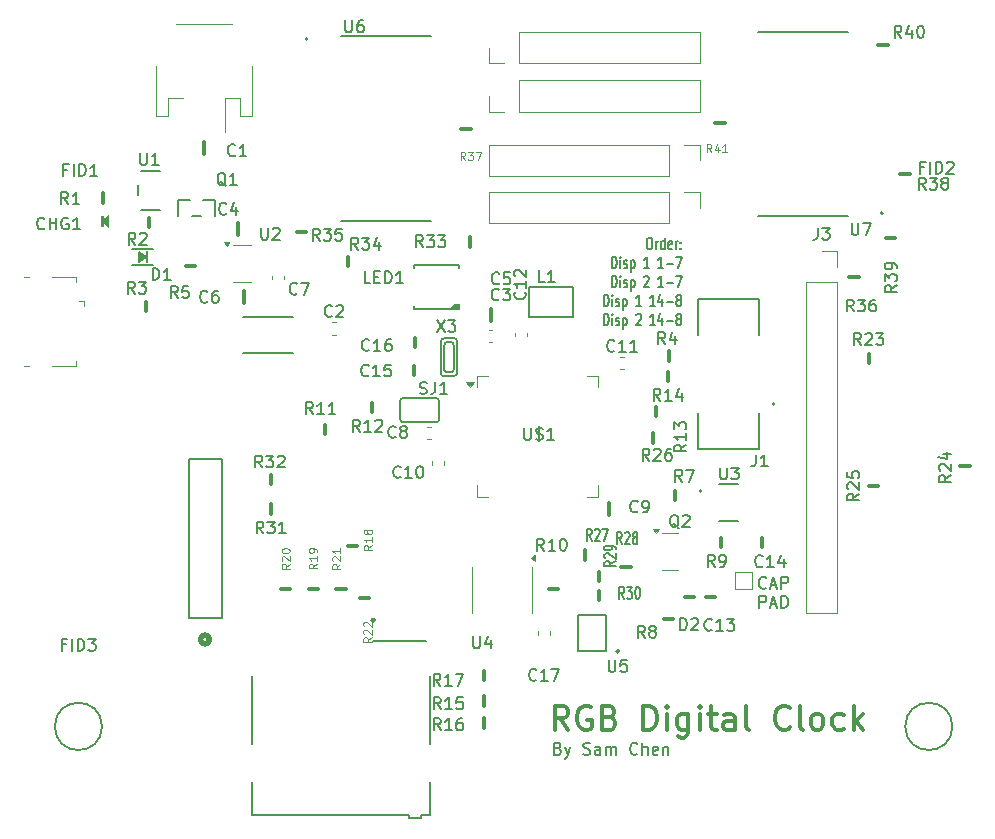
<source format=gbr>
%TF.GenerationSoftware,KiCad,Pcbnew,8.0.5*%
%TF.CreationDate,2024-11-04T18:47:41-08:00*%
%TF.ProjectId,digitalclock,64696769-7461-46c6-936c-6f636b2e6b69,rev?*%
%TF.SameCoordinates,Original*%
%TF.FileFunction,Legend,Top*%
%TF.FilePolarity,Positive*%
%FSLAX46Y46*%
G04 Gerber Fmt 4.6, Leading zero omitted, Abs format (unit mm)*
G04 Created by KiCad (PCBNEW 8.0.5) date 2024-11-04 18:47:41*
%MOMM*%
%LPD*%
G01*
G04 APERTURE LIST*
%ADD10C,0.350000*%
%ADD11C,0.170000*%
%ADD12C,0.200000*%
%ADD13C,0.150000*%
%ADD14C,0.119969*%
%ADD15C,0.304800*%
%ADD16C,0.120000*%
%ADD17C,0.152400*%
%ADD18C,0.508000*%
%ADD19C,0.127000*%
%ADD20C,0.240000*%
%ADD21C,0.050000*%
%ADD22C,0.203200*%
%ADD23C,0.000000*%
G04 APERTURE END LIST*
D10*
X159176910Y-121352238D02*
X158510243Y-120399857D01*
X158034053Y-121352238D02*
X158034053Y-119352238D01*
X158034053Y-119352238D02*
X158795958Y-119352238D01*
X158795958Y-119352238D02*
X158986434Y-119447476D01*
X158986434Y-119447476D02*
X159081672Y-119542714D01*
X159081672Y-119542714D02*
X159176910Y-119733190D01*
X159176910Y-119733190D02*
X159176910Y-120018904D01*
X159176910Y-120018904D02*
X159081672Y-120209380D01*
X159081672Y-120209380D02*
X158986434Y-120304619D01*
X158986434Y-120304619D02*
X158795958Y-120399857D01*
X158795958Y-120399857D02*
X158034053Y-120399857D01*
X161081672Y-119447476D02*
X160891196Y-119352238D01*
X160891196Y-119352238D02*
X160605482Y-119352238D01*
X160605482Y-119352238D02*
X160319767Y-119447476D01*
X160319767Y-119447476D02*
X160129291Y-119637952D01*
X160129291Y-119637952D02*
X160034053Y-119828428D01*
X160034053Y-119828428D02*
X159938815Y-120209380D01*
X159938815Y-120209380D02*
X159938815Y-120495095D01*
X159938815Y-120495095D02*
X160034053Y-120876047D01*
X160034053Y-120876047D02*
X160129291Y-121066523D01*
X160129291Y-121066523D02*
X160319767Y-121257000D01*
X160319767Y-121257000D02*
X160605482Y-121352238D01*
X160605482Y-121352238D02*
X160795958Y-121352238D01*
X160795958Y-121352238D02*
X161081672Y-121257000D01*
X161081672Y-121257000D02*
X161176910Y-121161761D01*
X161176910Y-121161761D02*
X161176910Y-120495095D01*
X161176910Y-120495095D02*
X160795958Y-120495095D01*
X162700720Y-120304619D02*
X162986434Y-120399857D01*
X162986434Y-120399857D02*
X163081672Y-120495095D01*
X163081672Y-120495095D02*
X163176910Y-120685571D01*
X163176910Y-120685571D02*
X163176910Y-120971285D01*
X163176910Y-120971285D02*
X163081672Y-121161761D01*
X163081672Y-121161761D02*
X162986434Y-121257000D01*
X162986434Y-121257000D02*
X162795958Y-121352238D01*
X162795958Y-121352238D02*
X162034053Y-121352238D01*
X162034053Y-121352238D02*
X162034053Y-119352238D01*
X162034053Y-119352238D02*
X162700720Y-119352238D01*
X162700720Y-119352238D02*
X162891196Y-119447476D01*
X162891196Y-119447476D02*
X162986434Y-119542714D01*
X162986434Y-119542714D02*
X163081672Y-119733190D01*
X163081672Y-119733190D02*
X163081672Y-119923666D01*
X163081672Y-119923666D02*
X162986434Y-120114142D01*
X162986434Y-120114142D02*
X162891196Y-120209380D01*
X162891196Y-120209380D02*
X162700720Y-120304619D01*
X162700720Y-120304619D02*
X162034053Y-120304619D01*
X165557863Y-121352238D02*
X165557863Y-119352238D01*
X165557863Y-119352238D02*
X166034053Y-119352238D01*
X166034053Y-119352238D02*
X166319768Y-119447476D01*
X166319768Y-119447476D02*
X166510244Y-119637952D01*
X166510244Y-119637952D02*
X166605482Y-119828428D01*
X166605482Y-119828428D02*
X166700720Y-120209380D01*
X166700720Y-120209380D02*
X166700720Y-120495095D01*
X166700720Y-120495095D02*
X166605482Y-120876047D01*
X166605482Y-120876047D02*
X166510244Y-121066523D01*
X166510244Y-121066523D02*
X166319768Y-121257000D01*
X166319768Y-121257000D02*
X166034053Y-121352238D01*
X166034053Y-121352238D02*
X165557863Y-121352238D01*
X167557863Y-121352238D02*
X167557863Y-120018904D01*
X167557863Y-119352238D02*
X167462625Y-119447476D01*
X167462625Y-119447476D02*
X167557863Y-119542714D01*
X167557863Y-119542714D02*
X167653101Y-119447476D01*
X167653101Y-119447476D02*
X167557863Y-119352238D01*
X167557863Y-119352238D02*
X167557863Y-119542714D01*
X169367387Y-120018904D02*
X169367387Y-121637952D01*
X169367387Y-121637952D02*
X169272149Y-121828428D01*
X169272149Y-121828428D02*
X169176911Y-121923666D01*
X169176911Y-121923666D02*
X168986434Y-122018904D01*
X168986434Y-122018904D02*
X168700720Y-122018904D01*
X168700720Y-122018904D02*
X168510244Y-121923666D01*
X169367387Y-121257000D02*
X169176911Y-121352238D01*
X169176911Y-121352238D02*
X168795958Y-121352238D01*
X168795958Y-121352238D02*
X168605482Y-121257000D01*
X168605482Y-121257000D02*
X168510244Y-121161761D01*
X168510244Y-121161761D02*
X168415006Y-120971285D01*
X168415006Y-120971285D02*
X168415006Y-120399857D01*
X168415006Y-120399857D02*
X168510244Y-120209380D01*
X168510244Y-120209380D02*
X168605482Y-120114142D01*
X168605482Y-120114142D02*
X168795958Y-120018904D01*
X168795958Y-120018904D02*
X169176911Y-120018904D01*
X169176911Y-120018904D02*
X169367387Y-120114142D01*
X170319768Y-121352238D02*
X170319768Y-120018904D01*
X170319768Y-119352238D02*
X170224530Y-119447476D01*
X170224530Y-119447476D02*
X170319768Y-119542714D01*
X170319768Y-119542714D02*
X170415006Y-119447476D01*
X170415006Y-119447476D02*
X170319768Y-119352238D01*
X170319768Y-119352238D02*
X170319768Y-119542714D01*
X170986435Y-120018904D02*
X171748339Y-120018904D01*
X171272149Y-119352238D02*
X171272149Y-121066523D01*
X171272149Y-121066523D02*
X171367387Y-121257000D01*
X171367387Y-121257000D02*
X171557863Y-121352238D01*
X171557863Y-121352238D02*
X171748339Y-121352238D01*
X173272149Y-121352238D02*
X173272149Y-120304619D01*
X173272149Y-120304619D02*
X173176911Y-120114142D01*
X173176911Y-120114142D02*
X172986435Y-120018904D01*
X172986435Y-120018904D02*
X172605482Y-120018904D01*
X172605482Y-120018904D02*
X172415006Y-120114142D01*
X173272149Y-121257000D02*
X173081673Y-121352238D01*
X173081673Y-121352238D02*
X172605482Y-121352238D01*
X172605482Y-121352238D02*
X172415006Y-121257000D01*
X172415006Y-121257000D02*
X172319768Y-121066523D01*
X172319768Y-121066523D02*
X172319768Y-120876047D01*
X172319768Y-120876047D02*
X172415006Y-120685571D01*
X172415006Y-120685571D02*
X172605482Y-120590333D01*
X172605482Y-120590333D02*
X173081673Y-120590333D01*
X173081673Y-120590333D02*
X173272149Y-120495095D01*
X174510244Y-121352238D02*
X174319768Y-121257000D01*
X174319768Y-121257000D02*
X174224530Y-121066523D01*
X174224530Y-121066523D02*
X174224530Y-119352238D01*
X177938816Y-121161761D02*
X177843578Y-121257000D01*
X177843578Y-121257000D02*
X177557864Y-121352238D01*
X177557864Y-121352238D02*
X177367388Y-121352238D01*
X177367388Y-121352238D02*
X177081673Y-121257000D01*
X177081673Y-121257000D02*
X176891197Y-121066523D01*
X176891197Y-121066523D02*
X176795959Y-120876047D01*
X176795959Y-120876047D02*
X176700721Y-120495095D01*
X176700721Y-120495095D02*
X176700721Y-120209380D01*
X176700721Y-120209380D02*
X176795959Y-119828428D01*
X176795959Y-119828428D02*
X176891197Y-119637952D01*
X176891197Y-119637952D02*
X177081673Y-119447476D01*
X177081673Y-119447476D02*
X177367388Y-119352238D01*
X177367388Y-119352238D02*
X177557864Y-119352238D01*
X177557864Y-119352238D02*
X177843578Y-119447476D01*
X177843578Y-119447476D02*
X177938816Y-119542714D01*
X179081673Y-121352238D02*
X178891197Y-121257000D01*
X178891197Y-121257000D02*
X178795959Y-121066523D01*
X178795959Y-121066523D02*
X178795959Y-119352238D01*
X180129292Y-121352238D02*
X179938816Y-121257000D01*
X179938816Y-121257000D02*
X179843578Y-121161761D01*
X179843578Y-121161761D02*
X179748340Y-120971285D01*
X179748340Y-120971285D02*
X179748340Y-120399857D01*
X179748340Y-120399857D02*
X179843578Y-120209380D01*
X179843578Y-120209380D02*
X179938816Y-120114142D01*
X179938816Y-120114142D02*
X180129292Y-120018904D01*
X180129292Y-120018904D02*
X180415007Y-120018904D01*
X180415007Y-120018904D02*
X180605483Y-120114142D01*
X180605483Y-120114142D02*
X180700721Y-120209380D01*
X180700721Y-120209380D02*
X180795959Y-120399857D01*
X180795959Y-120399857D02*
X180795959Y-120971285D01*
X180795959Y-120971285D02*
X180700721Y-121161761D01*
X180700721Y-121161761D02*
X180605483Y-121257000D01*
X180605483Y-121257000D02*
X180415007Y-121352238D01*
X180415007Y-121352238D02*
X180129292Y-121352238D01*
X182510245Y-121257000D02*
X182319769Y-121352238D01*
X182319769Y-121352238D02*
X181938816Y-121352238D01*
X181938816Y-121352238D02*
X181748340Y-121257000D01*
X181748340Y-121257000D02*
X181653102Y-121161761D01*
X181653102Y-121161761D02*
X181557864Y-120971285D01*
X181557864Y-120971285D02*
X181557864Y-120399857D01*
X181557864Y-120399857D02*
X181653102Y-120209380D01*
X181653102Y-120209380D02*
X181748340Y-120114142D01*
X181748340Y-120114142D02*
X181938816Y-120018904D01*
X181938816Y-120018904D02*
X182319769Y-120018904D01*
X182319769Y-120018904D02*
X182510245Y-120114142D01*
X183367388Y-121352238D02*
X183367388Y-119352238D01*
X183557864Y-120590333D02*
X184129293Y-121352238D01*
X184129293Y-120018904D02*
X183367388Y-120780809D01*
D11*
X166021493Y-79679003D02*
X166154826Y-79679003D01*
X166154826Y-79679003D02*
X166221493Y-79726622D01*
X166221493Y-79726622D02*
X166288159Y-79821860D01*
X166288159Y-79821860D02*
X166321493Y-80012336D01*
X166321493Y-80012336D02*
X166321493Y-80345669D01*
X166321493Y-80345669D02*
X166288159Y-80536145D01*
X166288159Y-80536145D02*
X166221493Y-80631384D01*
X166221493Y-80631384D02*
X166154826Y-80679003D01*
X166154826Y-80679003D02*
X166021493Y-80679003D01*
X166021493Y-80679003D02*
X165954826Y-80631384D01*
X165954826Y-80631384D02*
X165888159Y-80536145D01*
X165888159Y-80536145D02*
X165854826Y-80345669D01*
X165854826Y-80345669D02*
X165854826Y-80012336D01*
X165854826Y-80012336D02*
X165888159Y-79821860D01*
X165888159Y-79821860D02*
X165954826Y-79726622D01*
X165954826Y-79726622D02*
X166021493Y-79679003D01*
X166621492Y-80679003D02*
X166621492Y-80012336D01*
X166621492Y-80202812D02*
X166654826Y-80107574D01*
X166654826Y-80107574D02*
X166688159Y-80059955D01*
X166688159Y-80059955D02*
X166754826Y-80012336D01*
X166754826Y-80012336D02*
X166821492Y-80012336D01*
X167354825Y-80679003D02*
X167354825Y-79679003D01*
X167354825Y-80631384D02*
X167288159Y-80679003D01*
X167288159Y-80679003D02*
X167154825Y-80679003D01*
X167154825Y-80679003D02*
X167088159Y-80631384D01*
X167088159Y-80631384D02*
X167054825Y-80583764D01*
X167054825Y-80583764D02*
X167021492Y-80488526D01*
X167021492Y-80488526D02*
X167021492Y-80202812D01*
X167021492Y-80202812D02*
X167054825Y-80107574D01*
X167054825Y-80107574D02*
X167088159Y-80059955D01*
X167088159Y-80059955D02*
X167154825Y-80012336D01*
X167154825Y-80012336D02*
X167288159Y-80012336D01*
X167288159Y-80012336D02*
X167354825Y-80059955D01*
X167954825Y-80631384D02*
X167888158Y-80679003D01*
X167888158Y-80679003D02*
X167754825Y-80679003D01*
X167754825Y-80679003D02*
X167688158Y-80631384D01*
X167688158Y-80631384D02*
X167654825Y-80536145D01*
X167654825Y-80536145D02*
X167654825Y-80155193D01*
X167654825Y-80155193D02*
X167688158Y-80059955D01*
X167688158Y-80059955D02*
X167754825Y-80012336D01*
X167754825Y-80012336D02*
X167888158Y-80012336D01*
X167888158Y-80012336D02*
X167954825Y-80059955D01*
X167954825Y-80059955D02*
X167988158Y-80155193D01*
X167988158Y-80155193D02*
X167988158Y-80250431D01*
X167988158Y-80250431D02*
X167654825Y-80345669D01*
X168288158Y-80679003D02*
X168288158Y-80012336D01*
X168288158Y-80202812D02*
X168321492Y-80107574D01*
X168321492Y-80107574D02*
X168354825Y-80059955D01*
X168354825Y-80059955D02*
X168421492Y-80012336D01*
X168421492Y-80012336D02*
X168488158Y-80012336D01*
X168721491Y-80583764D02*
X168754825Y-80631384D01*
X168754825Y-80631384D02*
X168721491Y-80679003D01*
X168721491Y-80679003D02*
X168688158Y-80631384D01*
X168688158Y-80631384D02*
X168721491Y-80583764D01*
X168721491Y-80583764D02*
X168721491Y-80679003D01*
X168721491Y-80059955D02*
X168754825Y-80107574D01*
X168754825Y-80107574D02*
X168721491Y-80155193D01*
X168721491Y-80155193D02*
X168688158Y-80107574D01*
X168688158Y-80107574D02*
X168721491Y-80059955D01*
X168721491Y-80059955D02*
X168721491Y-80155193D01*
X162888157Y-82288947D02*
X162888157Y-81288947D01*
X162888157Y-81288947D02*
X163054824Y-81288947D01*
X163054824Y-81288947D02*
X163154824Y-81336566D01*
X163154824Y-81336566D02*
X163221491Y-81431804D01*
X163221491Y-81431804D02*
X163254824Y-81527042D01*
X163254824Y-81527042D02*
X163288157Y-81717518D01*
X163288157Y-81717518D02*
X163288157Y-81860375D01*
X163288157Y-81860375D02*
X163254824Y-82050851D01*
X163254824Y-82050851D02*
X163221491Y-82146089D01*
X163221491Y-82146089D02*
X163154824Y-82241328D01*
X163154824Y-82241328D02*
X163054824Y-82288947D01*
X163054824Y-82288947D02*
X162888157Y-82288947D01*
X163588157Y-82288947D02*
X163588157Y-81622280D01*
X163588157Y-81288947D02*
X163554824Y-81336566D01*
X163554824Y-81336566D02*
X163588157Y-81384185D01*
X163588157Y-81384185D02*
X163621491Y-81336566D01*
X163621491Y-81336566D02*
X163588157Y-81288947D01*
X163588157Y-81288947D02*
X163588157Y-81384185D01*
X163888157Y-82241328D02*
X163954824Y-82288947D01*
X163954824Y-82288947D02*
X164088157Y-82288947D01*
X164088157Y-82288947D02*
X164154824Y-82241328D01*
X164154824Y-82241328D02*
X164188157Y-82146089D01*
X164188157Y-82146089D02*
X164188157Y-82098470D01*
X164188157Y-82098470D02*
X164154824Y-82003232D01*
X164154824Y-82003232D02*
X164088157Y-81955613D01*
X164088157Y-81955613D02*
X163988157Y-81955613D01*
X163988157Y-81955613D02*
X163921490Y-81907994D01*
X163921490Y-81907994D02*
X163888157Y-81812756D01*
X163888157Y-81812756D02*
X163888157Y-81765137D01*
X163888157Y-81765137D02*
X163921490Y-81669899D01*
X163921490Y-81669899D02*
X163988157Y-81622280D01*
X163988157Y-81622280D02*
X164088157Y-81622280D01*
X164088157Y-81622280D02*
X164154824Y-81669899D01*
X164488157Y-81622280D02*
X164488157Y-82622280D01*
X164488157Y-81669899D02*
X164554824Y-81622280D01*
X164554824Y-81622280D02*
X164688157Y-81622280D01*
X164688157Y-81622280D02*
X164754824Y-81669899D01*
X164754824Y-81669899D02*
X164788157Y-81717518D01*
X164788157Y-81717518D02*
X164821491Y-81812756D01*
X164821491Y-81812756D02*
X164821491Y-82098470D01*
X164821491Y-82098470D02*
X164788157Y-82193708D01*
X164788157Y-82193708D02*
X164754824Y-82241328D01*
X164754824Y-82241328D02*
X164688157Y-82288947D01*
X164688157Y-82288947D02*
X164554824Y-82288947D01*
X164554824Y-82288947D02*
X164488157Y-82241328D01*
X166021490Y-82288947D02*
X165621490Y-82288947D01*
X165821490Y-82288947D02*
X165821490Y-81288947D01*
X165821490Y-81288947D02*
X165754823Y-81431804D01*
X165754823Y-81431804D02*
X165688157Y-81527042D01*
X165688157Y-81527042D02*
X165621490Y-81574661D01*
X167221490Y-82288947D02*
X166821490Y-82288947D01*
X167021490Y-82288947D02*
X167021490Y-81288947D01*
X167021490Y-81288947D02*
X166954823Y-81431804D01*
X166954823Y-81431804D02*
X166888157Y-81527042D01*
X166888157Y-81527042D02*
X166821490Y-81574661D01*
X167521490Y-81907994D02*
X168054824Y-81907994D01*
X168321491Y-81288947D02*
X168788157Y-81288947D01*
X168788157Y-81288947D02*
X168488157Y-82288947D01*
X162888157Y-83898891D02*
X162888157Y-82898891D01*
X162888157Y-82898891D02*
X163054824Y-82898891D01*
X163054824Y-82898891D02*
X163154824Y-82946510D01*
X163154824Y-82946510D02*
X163221491Y-83041748D01*
X163221491Y-83041748D02*
X163254824Y-83136986D01*
X163254824Y-83136986D02*
X163288157Y-83327462D01*
X163288157Y-83327462D02*
X163288157Y-83470319D01*
X163288157Y-83470319D02*
X163254824Y-83660795D01*
X163254824Y-83660795D02*
X163221491Y-83756033D01*
X163221491Y-83756033D02*
X163154824Y-83851272D01*
X163154824Y-83851272D02*
X163054824Y-83898891D01*
X163054824Y-83898891D02*
X162888157Y-83898891D01*
X163588157Y-83898891D02*
X163588157Y-83232224D01*
X163588157Y-82898891D02*
X163554824Y-82946510D01*
X163554824Y-82946510D02*
X163588157Y-82994129D01*
X163588157Y-82994129D02*
X163621491Y-82946510D01*
X163621491Y-82946510D02*
X163588157Y-82898891D01*
X163588157Y-82898891D02*
X163588157Y-82994129D01*
X163888157Y-83851272D02*
X163954824Y-83898891D01*
X163954824Y-83898891D02*
X164088157Y-83898891D01*
X164088157Y-83898891D02*
X164154824Y-83851272D01*
X164154824Y-83851272D02*
X164188157Y-83756033D01*
X164188157Y-83756033D02*
X164188157Y-83708414D01*
X164188157Y-83708414D02*
X164154824Y-83613176D01*
X164154824Y-83613176D02*
X164088157Y-83565557D01*
X164088157Y-83565557D02*
X163988157Y-83565557D01*
X163988157Y-83565557D02*
X163921490Y-83517938D01*
X163921490Y-83517938D02*
X163888157Y-83422700D01*
X163888157Y-83422700D02*
X163888157Y-83375081D01*
X163888157Y-83375081D02*
X163921490Y-83279843D01*
X163921490Y-83279843D02*
X163988157Y-83232224D01*
X163988157Y-83232224D02*
X164088157Y-83232224D01*
X164088157Y-83232224D02*
X164154824Y-83279843D01*
X164488157Y-83232224D02*
X164488157Y-84232224D01*
X164488157Y-83279843D02*
X164554824Y-83232224D01*
X164554824Y-83232224D02*
X164688157Y-83232224D01*
X164688157Y-83232224D02*
X164754824Y-83279843D01*
X164754824Y-83279843D02*
X164788157Y-83327462D01*
X164788157Y-83327462D02*
X164821491Y-83422700D01*
X164821491Y-83422700D02*
X164821491Y-83708414D01*
X164821491Y-83708414D02*
X164788157Y-83803652D01*
X164788157Y-83803652D02*
X164754824Y-83851272D01*
X164754824Y-83851272D02*
X164688157Y-83898891D01*
X164688157Y-83898891D02*
X164554824Y-83898891D01*
X164554824Y-83898891D02*
X164488157Y-83851272D01*
X165621490Y-82994129D02*
X165654823Y-82946510D01*
X165654823Y-82946510D02*
X165721490Y-82898891D01*
X165721490Y-82898891D02*
X165888157Y-82898891D01*
X165888157Y-82898891D02*
X165954823Y-82946510D01*
X165954823Y-82946510D02*
X165988157Y-82994129D01*
X165988157Y-82994129D02*
X166021490Y-83089367D01*
X166021490Y-83089367D02*
X166021490Y-83184605D01*
X166021490Y-83184605D02*
X165988157Y-83327462D01*
X165988157Y-83327462D02*
X165588157Y-83898891D01*
X165588157Y-83898891D02*
X166021490Y-83898891D01*
X167221490Y-83898891D02*
X166821490Y-83898891D01*
X167021490Y-83898891D02*
X167021490Y-82898891D01*
X167021490Y-82898891D02*
X166954823Y-83041748D01*
X166954823Y-83041748D02*
X166888157Y-83136986D01*
X166888157Y-83136986D02*
X166821490Y-83184605D01*
X167521490Y-83517938D02*
X168054824Y-83517938D01*
X168321491Y-82898891D02*
X168788157Y-82898891D01*
X168788157Y-82898891D02*
X168488157Y-83898891D01*
X162221490Y-85508835D02*
X162221490Y-84508835D01*
X162221490Y-84508835D02*
X162388157Y-84508835D01*
X162388157Y-84508835D02*
X162488157Y-84556454D01*
X162488157Y-84556454D02*
X162554824Y-84651692D01*
X162554824Y-84651692D02*
X162588157Y-84746930D01*
X162588157Y-84746930D02*
X162621490Y-84937406D01*
X162621490Y-84937406D02*
X162621490Y-85080263D01*
X162621490Y-85080263D02*
X162588157Y-85270739D01*
X162588157Y-85270739D02*
X162554824Y-85365977D01*
X162554824Y-85365977D02*
X162488157Y-85461216D01*
X162488157Y-85461216D02*
X162388157Y-85508835D01*
X162388157Y-85508835D02*
X162221490Y-85508835D01*
X162921490Y-85508835D02*
X162921490Y-84842168D01*
X162921490Y-84508835D02*
X162888157Y-84556454D01*
X162888157Y-84556454D02*
X162921490Y-84604073D01*
X162921490Y-84604073D02*
X162954824Y-84556454D01*
X162954824Y-84556454D02*
X162921490Y-84508835D01*
X162921490Y-84508835D02*
X162921490Y-84604073D01*
X163221490Y-85461216D02*
X163288157Y-85508835D01*
X163288157Y-85508835D02*
X163421490Y-85508835D01*
X163421490Y-85508835D02*
X163488157Y-85461216D01*
X163488157Y-85461216D02*
X163521490Y-85365977D01*
X163521490Y-85365977D02*
X163521490Y-85318358D01*
X163521490Y-85318358D02*
X163488157Y-85223120D01*
X163488157Y-85223120D02*
X163421490Y-85175501D01*
X163421490Y-85175501D02*
X163321490Y-85175501D01*
X163321490Y-85175501D02*
X163254823Y-85127882D01*
X163254823Y-85127882D02*
X163221490Y-85032644D01*
X163221490Y-85032644D02*
X163221490Y-84985025D01*
X163221490Y-84985025D02*
X163254823Y-84889787D01*
X163254823Y-84889787D02*
X163321490Y-84842168D01*
X163321490Y-84842168D02*
X163421490Y-84842168D01*
X163421490Y-84842168D02*
X163488157Y-84889787D01*
X163821490Y-84842168D02*
X163821490Y-85842168D01*
X163821490Y-84889787D02*
X163888157Y-84842168D01*
X163888157Y-84842168D02*
X164021490Y-84842168D01*
X164021490Y-84842168D02*
X164088157Y-84889787D01*
X164088157Y-84889787D02*
X164121490Y-84937406D01*
X164121490Y-84937406D02*
X164154824Y-85032644D01*
X164154824Y-85032644D02*
X164154824Y-85318358D01*
X164154824Y-85318358D02*
X164121490Y-85413596D01*
X164121490Y-85413596D02*
X164088157Y-85461216D01*
X164088157Y-85461216D02*
X164021490Y-85508835D01*
X164021490Y-85508835D02*
X163888157Y-85508835D01*
X163888157Y-85508835D02*
X163821490Y-85461216D01*
X165354823Y-85508835D02*
X164954823Y-85508835D01*
X165154823Y-85508835D02*
X165154823Y-84508835D01*
X165154823Y-84508835D02*
X165088156Y-84651692D01*
X165088156Y-84651692D02*
X165021490Y-84746930D01*
X165021490Y-84746930D02*
X164954823Y-84794549D01*
X166554823Y-85508835D02*
X166154823Y-85508835D01*
X166354823Y-85508835D02*
X166354823Y-84508835D01*
X166354823Y-84508835D02*
X166288156Y-84651692D01*
X166288156Y-84651692D02*
X166221490Y-84746930D01*
X166221490Y-84746930D02*
X166154823Y-84794549D01*
X167154823Y-84842168D02*
X167154823Y-85508835D01*
X166988157Y-84461216D02*
X166821490Y-85175501D01*
X166821490Y-85175501D02*
X167254823Y-85175501D01*
X167521490Y-85127882D02*
X168054824Y-85127882D01*
X168488157Y-84937406D02*
X168421491Y-84889787D01*
X168421491Y-84889787D02*
X168388157Y-84842168D01*
X168388157Y-84842168D02*
X168354824Y-84746930D01*
X168354824Y-84746930D02*
X168354824Y-84699311D01*
X168354824Y-84699311D02*
X168388157Y-84604073D01*
X168388157Y-84604073D02*
X168421491Y-84556454D01*
X168421491Y-84556454D02*
X168488157Y-84508835D01*
X168488157Y-84508835D02*
X168621491Y-84508835D01*
X168621491Y-84508835D02*
X168688157Y-84556454D01*
X168688157Y-84556454D02*
X168721491Y-84604073D01*
X168721491Y-84604073D02*
X168754824Y-84699311D01*
X168754824Y-84699311D02*
X168754824Y-84746930D01*
X168754824Y-84746930D02*
X168721491Y-84842168D01*
X168721491Y-84842168D02*
X168688157Y-84889787D01*
X168688157Y-84889787D02*
X168621491Y-84937406D01*
X168621491Y-84937406D02*
X168488157Y-84937406D01*
X168488157Y-84937406D02*
X168421491Y-84985025D01*
X168421491Y-84985025D02*
X168388157Y-85032644D01*
X168388157Y-85032644D02*
X168354824Y-85127882D01*
X168354824Y-85127882D02*
X168354824Y-85318358D01*
X168354824Y-85318358D02*
X168388157Y-85413596D01*
X168388157Y-85413596D02*
X168421491Y-85461216D01*
X168421491Y-85461216D02*
X168488157Y-85508835D01*
X168488157Y-85508835D02*
X168621491Y-85508835D01*
X168621491Y-85508835D02*
X168688157Y-85461216D01*
X168688157Y-85461216D02*
X168721491Y-85413596D01*
X168721491Y-85413596D02*
X168754824Y-85318358D01*
X168754824Y-85318358D02*
X168754824Y-85127882D01*
X168754824Y-85127882D02*
X168721491Y-85032644D01*
X168721491Y-85032644D02*
X168688157Y-84985025D01*
X168688157Y-84985025D02*
X168621491Y-84937406D01*
X162221490Y-87118779D02*
X162221490Y-86118779D01*
X162221490Y-86118779D02*
X162388157Y-86118779D01*
X162388157Y-86118779D02*
X162488157Y-86166398D01*
X162488157Y-86166398D02*
X162554824Y-86261636D01*
X162554824Y-86261636D02*
X162588157Y-86356874D01*
X162588157Y-86356874D02*
X162621490Y-86547350D01*
X162621490Y-86547350D02*
X162621490Y-86690207D01*
X162621490Y-86690207D02*
X162588157Y-86880683D01*
X162588157Y-86880683D02*
X162554824Y-86975921D01*
X162554824Y-86975921D02*
X162488157Y-87071160D01*
X162488157Y-87071160D02*
X162388157Y-87118779D01*
X162388157Y-87118779D02*
X162221490Y-87118779D01*
X162921490Y-87118779D02*
X162921490Y-86452112D01*
X162921490Y-86118779D02*
X162888157Y-86166398D01*
X162888157Y-86166398D02*
X162921490Y-86214017D01*
X162921490Y-86214017D02*
X162954824Y-86166398D01*
X162954824Y-86166398D02*
X162921490Y-86118779D01*
X162921490Y-86118779D02*
X162921490Y-86214017D01*
X163221490Y-87071160D02*
X163288157Y-87118779D01*
X163288157Y-87118779D02*
X163421490Y-87118779D01*
X163421490Y-87118779D02*
X163488157Y-87071160D01*
X163488157Y-87071160D02*
X163521490Y-86975921D01*
X163521490Y-86975921D02*
X163521490Y-86928302D01*
X163521490Y-86928302D02*
X163488157Y-86833064D01*
X163488157Y-86833064D02*
X163421490Y-86785445D01*
X163421490Y-86785445D02*
X163321490Y-86785445D01*
X163321490Y-86785445D02*
X163254823Y-86737826D01*
X163254823Y-86737826D02*
X163221490Y-86642588D01*
X163221490Y-86642588D02*
X163221490Y-86594969D01*
X163221490Y-86594969D02*
X163254823Y-86499731D01*
X163254823Y-86499731D02*
X163321490Y-86452112D01*
X163321490Y-86452112D02*
X163421490Y-86452112D01*
X163421490Y-86452112D02*
X163488157Y-86499731D01*
X163821490Y-86452112D02*
X163821490Y-87452112D01*
X163821490Y-86499731D02*
X163888157Y-86452112D01*
X163888157Y-86452112D02*
X164021490Y-86452112D01*
X164021490Y-86452112D02*
X164088157Y-86499731D01*
X164088157Y-86499731D02*
X164121490Y-86547350D01*
X164121490Y-86547350D02*
X164154824Y-86642588D01*
X164154824Y-86642588D02*
X164154824Y-86928302D01*
X164154824Y-86928302D02*
X164121490Y-87023540D01*
X164121490Y-87023540D02*
X164088157Y-87071160D01*
X164088157Y-87071160D02*
X164021490Y-87118779D01*
X164021490Y-87118779D02*
X163888157Y-87118779D01*
X163888157Y-87118779D02*
X163821490Y-87071160D01*
X164954823Y-86214017D02*
X164988156Y-86166398D01*
X164988156Y-86166398D02*
X165054823Y-86118779D01*
X165054823Y-86118779D02*
X165221490Y-86118779D01*
X165221490Y-86118779D02*
X165288156Y-86166398D01*
X165288156Y-86166398D02*
X165321490Y-86214017D01*
X165321490Y-86214017D02*
X165354823Y-86309255D01*
X165354823Y-86309255D02*
X165354823Y-86404493D01*
X165354823Y-86404493D02*
X165321490Y-86547350D01*
X165321490Y-86547350D02*
X164921490Y-87118779D01*
X164921490Y-87118779D02*
X165354823Y-87118779D01*
X166554823Y-87118779D02*
X166154823Y-87118779D01*
X166354823Y-87118779D02*
X166354823Y-86118779D01*
X166354823Y-86118779D02*
X166288156Y-86261636D01*
X166288156Y-86261636D02*
X166221490Y-86356874D01*
X166221490Y-86356874D02*
X166154823Y-86404493D01*
X167154823Y-86452112D02*
X167154823Y-87118779D01*
X166988157Y-86071160D02*
X166821490Y-86785445D01*
X166821490Y-86785445D02*
X167254823Y-86785445D01*
X167521490Y-86737826D02*
X168054824Y-86737826D01*
X168488157Y-86547350D02*
X168421491Y-86499731D01*
X168421491Y-86499731D02*
X168388157Y-86452112D01*
X168388157Y-86452112D02*
X168354824Y-86356874D01*
X168354824Y-86356874D02*
X168354824Y-86309255D01*
X168354824Y-86309255D02*
X168388157Y-86214017D01*
X168388157Y-86214017D02*
X168421491Y-86166398D01*
X168421491Y-86166398D02*
X168488157Y-86118779D01*
X168488157Y-86118779D02*
X168621491Y-86118779D01*
X168621491Y-86118779D02*
X168688157Y-86166398D01*
X168688157Y-86166398D02*
X168721491Y-86214017D01*
X168721491Y-86214017D02*
X168754824Y-86309255D01*
X168754824Y-86309255D02*
X168754824Y-86356874D01*
X168754824Y-86356874D02*
X168721491Y-86452112D01*
X168721491Y-86452112D02*
X168688157Y-86499731D01*
X168688157Y-86499731D02*
X168621491Y-86547350D01*
X168621491Y-86547350D02*
X168488157Y-86547350D01*
X168488157Y-86547350D02*
X168421491Y-86594969D01*
X168421491Y-86594969D02*
X168388157Y-86642588D01*
X168388157Y-86642588D02*
X168354824Y-86737826D01*
X168354824Y-86737826D02*
X168354824Y-86928302D01*
X168354824Y-86928302D02*
X168388157Y-87023540D01*
X168388157Y-87023540D02*
X168421491Y-87071160D01*
X168421491Y-87071160D02*
X168488157Y-87118779D01*
X168488157Y-87118779D02*
X168621491Y-87118779D01*
X168621491Y-87118779D02*
X168688157Y-87071160D01*
X168688157Y-87071160D02*
X168721491Y-87023540D01*
X168721491Y-87023540D02*
X168754824Y-86928302D01*
X168754824Y-86928302D02*
X168754824Y-86737826D01*
X168754824Y-86737826D02*
X168721491Y-86642588D01*
X168721491Y-86642588D02*
X168688157Y-86594969D01*
X168688157Y-86594969D02*
X168621491Y-86547350D01*
X175952765Y-109313996D02*
X175905146Y-109361616D01*
X175905146Y-109361616D02*
X175762289Y-109409235D01*
X175762289Y-109409235D02*
X175667051Y-109409235D01*
X175667051Y-109409235D02*
X175524194Y-109361616D01*
X175524194Y-109361616D02*
X175428956Y-109266377D01*
X175428956Y-109266377D02*
X175381337Y-109171139D01*
X175381337Y-109171139D02*
X175333718Y-108980663D01*
X175333718Y-108980663D02*
X175333718Y-108837806D01*
X175333718Y-108837806D02*
X175381337Y-108647330D01*
X175381337Y-108647330D02*
X175428956Y-108552092D01*
X175428956Y-108552092D02*
X175524194Y-108456854D01*
X175524194Y-108456854D02*
X175667051Y-108409235D01*
X175667051Y-108409235D02*
X175762289Y-108409235D01*
X175762289Y-108409235D02*
X175905146Y-108456854D01*
X175905146Y-108456854D02*
X175952765Y-108504473D01*
X176333718Y-109123520D02*
X176809908Y-109123520D01*
X176238480Y-109409235D02*
X176571813Y-108409235D01*
X176571813Y-108409235D02*
X176905146Y-109409235D01*
X177238480Y-109409235D02*
X177238480Y-108409235D01*
X177238480Y-108409235D02*
X177619432Y-108409235D01*
X177619432Y-108409235D02*
X177714670Y-108456854D01*
X177714670Y-108456854D02*
X177762289Y-108504473D01*
X177762289Y-108504473D02*
X177809908Y-108599711D01*
X177809908Y-108599711D02*
X177809908Y-108742568D01*
X177809908Y-108742568D02*
X177762289Y-108837806D01*
X177762289Y-108837806D02*
X177714670Y-108885425D01*
X177714670Y-108885425D02*
X177619432Y-108933044D01*
X177619432Y-108933044D02*
X177238480Y-108933044D01*
X175381337Y-111019179D02*
X175381337Y-110019179D01*
X175381337Y-110019179D02*
X175762289Y-110019179D01*
X175762289Y-110019179D02*
X175857527Y-110066798D01*
X175857527Y-110066798D02*
X175905146Y-110114417D01*
X175905146Y-110114417D02*
X175952765Y-110209655D01*
X175952765Y-110209655D02*
X175952765Y-110352512D01*
X175952765Y-110352512D02*
X175905146Y-110447750D01*
X175905146Y-110447750D02*
X175857527Y-110495369D01*
X175857527Y-110495369D02*
X175762289Y-110542988D01*
X175762289Y-110542988D02*
X175381337Y-110542988D01*
X176333718Y-110733464D02*
X176809908Y-110733464D01*
X176238480Y-111019179D02*
X176571813Y-110019179D01*
X176571813Y-110019179D02*
X176905146Y-111019179D01*
X177238480Y-111019179D02*
X177238480Y-110019179D01*
X177238480Y-110019179D02*
X177476575Y-110019179D01*
X177476575Y-110019179D02*
X177619432Y-110066798D01*
X177619432Y-110066798D02*
X177714670Y-110162036D01*
X177714670Y-110162036D02*
X177762289Y-110257274D01*
X177762289Y-110257274D02*
X177809908Y-110447750D01*
X177809908Y-110447750D02*
X177809908Y-110590607D01*
X177809908Y-110590607D02*
X177762289Y-110781083D01*
X177762289Y-110781083D02*
X177714670Y-110876321D01*
X177714670Y-110876321D02*
X177619432Y-110971560D01*
X177619432Y-110971560D02*
X177476575Y-111019179D01*
X177476575Y-111019179D02*
X177238480Y-111019179D01*
D12*
X158335406Y-122939809D02*
X158478263Y-122987428D01*
X158478263Y-122987428D02*
X158525882Y-123035047D01*
X158525882Y-123035047D02*
X158573501Y-123130285D01*
X158573501Y-123130285D02*
X158573501Y-123273142D01*
X158573501Y-123273142D02*
X158525882Y-123368380D01*
X158525882Y-123368380D02*
X158478263Y-123416000D01*
X158478263Y-123416000D02*
X158383025Y-123463619D01*
X158383025Y-123463619D02*
X158002073Y-123463619D01*
X158002073Y-123463619D02*
X158002073Y-122463619D01*
X158002073Y-122463619D02*
X158335406Y-122463619D01*
X158335406Y-122463619D02*
X158430644Y-122511238D01*
X158430644Y-122511238D02*
X158478263Y-122558857D01*
X158478263Y-122558857D02*
X158525882Y-122654095D01*
X158525882Y-122654095D02*
X158525882Y-122749333D01*
X158525882Y-122749333D02*
X158478263Y-122844571D01*
X158478263Y-122844571D02*
X158430644Y-122892190D01*
X158430644Y-122892190D02*
X158335406Y-122939809D01*
X158335406Y-122939809D02*
X158002073Y-122939809D01*
X158906835Y-122796952D02*
X159144930Y-123463619D01*
X159383025Y-122796952D02*
X159144930Y-123463619D01*
X159144930Y-123463619D02*
X159049692Y-123701714D01*
X159049692Y-123701714D02*
X159002073Y-123749333D01*
X159002073Y-123749333D02*
X158906835Y-123796952D01*
X160478264Y-123416000D02*
X160621121Y-123463619D01*
X160621121Y-123463619D02*
X160859216Y-123463619D01*
X160859216Y-123463619D02*
X160954454Y-123416000D01*
X160954454Y-123416000D02*
X161002073Y-123368380D01*
X161002073Y-123368380D02*
X161049692Y-123273142D01*
X161049692Y-123273142D02*
X161049692Y-123177904D01*
X161049692Y-123177904D02*
X161002073Y-123082666D01*
X161002073Y-123082666D02*
X160954454Y-123035047D01*
X160954454Y-123035047D02*
X160859216Y-122987428D01*
X160859216Y-122987428D02*
X160668740Y-122939809D01*
X160668740Y-122939809D02*
X160573502Y-122892190D01*
X160573502Y-122892190D02*
X160525883Y-122844571D01*
X160525883Y-122844571D02*
X160478264Y-122749333D01*
X160478264Y-122749333D02*
X160478264Y-122654095D01*
X160478264Y-122654095D02*
X160525883Y-122558857D01*
X160525883Y-122558857D02*
X160573502Y-122511238D01*
X160573502Y-122511238D02*
X160668740Y-122463619D01*
X160668740Y-122463619D02*
X160906835Y-122463619D01*
X160906835Y-122463619D02*
X161049692Y-122511238D01*
X161906835Y-123463619D02*
X161906835Y-122939809D01*
X161906835Y-122939809D02*
X161859216Y-122844571D01*
X161859216Y-122844571D02*
X161763978Y-122796952D01*
X161763978Y-122796952D02*
X161573502Y-122796952D01*
X161573502Y-122796952D02*
X161478264Y-122844571D01*
X161906835Y-123416000D02*
X161811597Y-123463619D01*
X161811597Y-123463619D02*
X161573502Y-123463619D01*
X161573502Y-123463619D02*
X161478264Y-123416000D01*
X161478264Y-123416000D02*
X161430645Y-123320761D01*
X161430645Y-123320761D02*
X161430645Y-123225523D01*
X161430645Y-123225523D02*
X161478264Y-123130285D01*
X161478264Y-123130285D02*
X161573502Y-123082666D01*
X161573502Y-123082666D02*
X161811597Y-123082666D01*
X161811597Y-123082666D02*
X161906835Y-123035047D01*
X162383026Y-123463619D02*
X162383026Y-122796952D01*
X162383026Y-122892190D02*
X162430645Y-122844571D01*
X162430645Y-122844571D02*
X162525883Y-122796952D01*
X162525883Y-122796952D02*
X162668740Y-122796952D01*
X162668740Y-122796952D02*
X162763978Y-122844571D01*
X162763978Y-122844571D02*
X162811597Y-122939809D01*
X162811597Y-122939809D02*
X162811597Y-123463619D01*
X162811597Y-122939809D02*
X162859216Y-122844571D01*
X162859216Y-122844571D02*
X162954454Y-122796952D01*
X162954454Y-122796952D02*
X163097311Y-122796952D01*
X163097311Y-122796952D02*
X163192550Y-122844571D01*
X163192550Y-122844571D02*
X163240169Y-122939809D01*
X163240169Y-122939809D02*
X163240169Y-123463619D01*
X165049692Y-123368380D02*
X165002073Y-123416000D01*
X165002073Y-123416000D02*
X164859216Y-123463619D01*
X164859216Y-123463619D02*
X164763978Y-123463619D01*
X164763978Y-123463619D02*
X164621121Y-123416000D01*
X164621121Y-123416000D02*
X164525883Y-123320761D01*
X164525883Y-123320761D02*
X164478264Y-123225523D01*
X164478264Y-123225523D02*
X164430645Y-123035047D01*
X164430645Y-123035047D02*
X164430645Y-122892190D01*
X164430645Y-122892190D02*
X164478264Y-122701714D01*
X164478264Y-122701714D02*
X164525883Y-122606476D01*
X164525883Y-122606476D02*
X164621121Y-122511238D01*
X164621121Y-122511238D02*
X164763978Y-122463619D01*
X164763978Y-122463619D02*
X164859216Y-122463619D01*
X164859216Y-122463619D02*
X165002073Y-122511238D01*
X165002073Y-122511238D02*
X165049692Y-122558857D01*
X165478264Y-123463619D02*
X165478264Y-122463619D01*
X165906835Y-123463619D02*
X165906835Y-122939809D01*
X165906835Y-122939809D02*
X165859216Y-122844571D01*
X165859216Y-122844571D02*
X165763978Y-122796952D01*
X165763978Y-122796952D02*
X165621121Y-122796952D01*
X165621121Y-122796952D02*
X165525883Y-122844571D01*
X165525883Y-122844571D02*
X165478264Y-122892190D01*
X166763978Y-123416000D02*
X166668740Y-123463619D01*
X166668740Y-123463619D02*
X166478264Y-123463619D01*
X166478264Y-123463619D02*
X166383026Y-123416000D01*
X166383026Y-123416000D02*
X166335407Y-123320761D01*
X166335407Y-123320761D02*
X166335407Y-122939809D01*
X166335407Y-122939809D02*
X166383026Y-122844571D01*
X166383026Y-122844571D02*
X166478264Y-122796952D01*
X166478264Y-122796952D02*
X166668740Y-122796952D01*
X166668740Y-122796952D02*
X166763978Y-122844571D01*
X166763978Y-122844571D02*
X166811597Y-122939809D01*
X166811597Y-122939809D02*
X166811597Y-123035047D01*
X166811597Y-123035047D02*
X166335407Y-123130285D01*
X167240169Y-122796952D02*
X167240169Y-123463619D01*
X167240169Y-122892190D02*
X167287788Y-122844571D01*
X167287788Y-122844571D02*
X167383026Y-122796952D01*
X167383026Y-122796952D02*
X167525883Y-122796952D01*
X167525883Y-122796952D02*
X167621121Y-122844571D01*
X167621121Y-122844571D02*
X167668740Y-122939809D01*
X167668740Y-122939809D02*
X167668740Y-123463619D01*
D11*
X169186779Y-97203080D02*
X168710588Y-97536413D01*
X169186779Y-97774508D02*
X168186779Y-97774508D01*
X168186779Y-97774508D02*
X168186779Y-97393556D01*
X168186779Y-97393556D02*
X168234398Y-97298318D01*
X168234398Y-97298318D02*
X168282017Y-97250699D01*
X168282017Y-97250699D02*
X168377255Y-97203080D01*
X168377255Y-97203080D02*
X168520112Y-97203080D01*
X168520112Y-97203080D02*
X168615350Y-97250699D01*
X168615350Y-97250699D02*
X168662969Y-97298318D01*
X168662969Y-97298318D02*
X168710588Y-97393556D01*
X168710588Y-97393556D02*
X168710588Y-97774508D01*
X169186779Y-96250699D02*
X169186779Y-96822127D01*
X169186779Y-96536413D02*
X168186779Y-96536413D01*
X168186779Y-96536413D02*
X168329636Y-96631651D01*
X168329636Y-96631651D02*
X168424874Y-96726889D01*
X168424874Y-96726889D02*
X168472493Y-96822127D01*
X168186779Y-95917365D02*
X168186779Y-95298318D01*
X168186779Y-95298318D02*
X168567731Y-95631651D01*
X168567731Y-95631651D02*
X168567731Y-95488794D01*
X168567731Y-95488794D02*
X168615350Y-95393556D01*
X168615350Y-95393556D02*
X168662969Y-95345937D01*
X168662969Y-95345937D02*
X168758207Y-95298318D01*
X168758207Y-95298318D02*
X168996302Y-95298318D01*
X168996302Y-95298318D02*
X169091540Y-95345937D01*
X169091540Y-95345937D02*
X169139160Y-95393556D01*
X169139160Y-95393556D02*
X169186779Y-95488794D01*
X169186779Y-95488794D02*
X169186779Y-95774508D01*
X169186779Y-95774508D02*
X169139160Y-95869746D01*
X169139160Y-95869746D02*
X169091540Y-95917365D01*
X163107142Y-89247290D02*
X163059523Y-89294910D01*
X163059523Y-89294910D02*
X162916666Y-89342529D01*
X162916666Y-89342529D02*
X162821428Y-89342529D01*
X162821428Y-89342529D02*
X162678571Y-89294910D01*
X162678571Y-89294910D02*
X162583333Y-89199671D01*
X162583333Y-89199671D02*
X162535714Y-89104433D01*
X162535714Y-89104433D02*
X162488095Y-88913957D01*
X162488095Y-88913957D02*
X162488095Y-88771100D01*
X162488095Y-88771100D02*
X162535714Y-88580624D01*
X162535714Y-88580624D02*
X162583333Y-88485386D01*
X162583333Y-88485386D02*
X162678571Y-88390148D01*
X162678571Y-88390148D02*
X162821428Y-88342529D01*
X162821428Y-88342529D02*
X162916666Y-88342529D01*
X162916666Y-88342529D02*
X163059523Y-88390148D01*
X163059523Y-88390148D02*
X163107142Y-88437767D01*
X164059523Y-89342529D02*
X163488095Y-89342529D01*
X163773809Y-89342529D02*
X163773809Y-88342529D01*
X163773809Y-88342529D02*
X163678571Y-88485386D01*
X163678571Y-88485386D02*
X163583333Y-88580624D01*
X163583333Y-88580624D02*
X163488095Y-88628243D01*
X165011904Y-89342529D02*
X164440476Y-89342529D01*
X164726190Y-89342529D02*
X164726190Y-88342529D01*
X164726190Y-88342529D02*
X164630952Y-88485386D01*
X164630952Y-88485386D02*
X164535714Y-88580624D01*
X164535714Y-88580624D02*
X164440476Y-88628243D01*
X133276519Y-99133579D02*
X132943186Y-98657388D01*
X132705091Y-99133579D02*
X132705091Y-98133579D01*
X132705091Y-98133579D02*
X133086043Y-98133579D01*
X133086043Y-98133579D02*
X133181281Y-98181198D01*
X133181281Y-98181198D02*
X133228900Y-98228817D01*
X133228900Y-98228817D02*
X133276519Y-98324055D01*
X133276519Y-98324055D02*
X133276519Y-98466912D01*
X133276519Y-98466912D02*
X133228900Y-98562150D01*
X133228900Y-98562150D02*
X133181281Y-98609769D01*
X133181281Y-98609769D02*
X133086043Y-98657388D01*
X133086043Y-98657388D02*
X132705091Y-98657388D01*
X133609853Y-98133579D02*
X134228900Y-98133579D01*
X134228900Y-98133579D02*
X133895567Y-98514531D01*
X133895567Y-98514531D02*
X134038424Y-98514531D01*
X134038424Y-98514531D02*
X134133662Y-98562150D01*
X134133662Y-98562150D02*
X134181281Y-98609769D01*
X134181281Y-98609769D02*
X134228900Y-98705007D01*
X134228900Y-98705007D02*
X134228900Y-98943102D01*
X134228900Y-98943102D02*
X134181281Y-99038340D01*
X134181281Y-99038340D02*
X134133662Y-99085960D01*
X134133662Y-99085960D02*
X134038424Y-99133579D01*
X134038424Y-99133579D02*
X133752710Y-99133579D01*
X133752710Y-99133579D02*
X133657472Y-99085960D01*
X133657472Y-99085960D02*
X133609853Y-99038340D01*
X134609853Y-98228817D02*
X134657472Y-98181198D01*
X134657472Y-98181198D02*
X134752710Y-98133579D01*
X134752710Y-98133579D02*
X134990805Y-98133579D01*
X134990805Y-98133579D02*
X135086043Y-98181198D01*
X135086043Y-98181198D02*
X135133662Y-98228817D01*
X135133662Y-98228817D02*
X135181281Y-98324055D01*
X135181281Y-98324055D02*
X135181281Y-98419293D01*
X135181281Y-98419293D02*
X135133662Y-98562150D01*
X135133662Y-98562150D02*
X134562234Y-99133579D01*
X134562234Y-99133579D02*
X135181281Y-99133579D01*
X137572919Y-94628779D02*
X137239586Y-94152588D01*
X137001491Y-94628779D02*
X137001491Y-93628779D01*
X137001491Y-93628779D02*
X137382443Y-93628779D01*
X137382443Y-93628779D02*
X137477681Y-93676398D01*
X137477681Y-93676398D02*
X137525300Y-93724017D01*
X137525300Y-93724017D02*
X137572919Y-93819255D01*
X137572919Y-93819255D02*
X137572919Y-93962112D01*
X137572919Y-93962112D02*
X137525300Y-94057350D01*
X137525300Y-94057350D02*
X137477681Y-94104969D01*
X137477681Y-94104969D02*
X137382443Y-94152588D01*
X137382443Y-94152588D02*
X137001491Y-94152588D01*
X138525300Y-94628779D02*
X137953872Y-94628779D01*
X138239586Y-94628779D02*
X138239586Y-93628779D01*
X138239586Y-93628779D02*
X138144348Y-93771636D01*
X138144348Y-93771636D02*
X138049110Y-93866874D01*
X138049110Y-93866874D02*
X137953872Y-93914493D01*
X139477681Y-94628779D02*
X138906253Y-94628779D01*
X139191967Y-94628779D02*
X139191967Y-93628779D01*
X139191967Y-93628779D02*
X139096729Y-93771636D01*
X139096729Y-93771636D02*
X139001491Y-93866874D01*
X139001491Y-93866874D02*
X138906253Y-93914493D01*
X167395300Y-88688779D02*
X167061967Y-88212588D01*
X166823872Y-88688779D02*
X166823872Y-87688779D01*
X166823872Y-87688779D02*
X167204824Y-87688779D01*
X167204824Y-87688779D02*
X167300062Y-87736398D01*
X167300062Y-87736398D02*
X167347681Y-87784017D01*
X167347681Y-87784017D02*
X167395300Y-87879255D01*
X167395300Y-87879255D02*
X167395300Y-88022112D01*
X167395300Y-88022112D02*
X167347681Y-88117350D01*
X167347681Y-88117350D02*
X167300062Y-88164969D01*
X167300062Y-88164969D02*
X167204824Y-88212588D01*
X167204824Y-88212588D02*
X166823872Y-88212588D01*
X168252443Y-88022112D02*
X168252443Y-88688779D01*
X168014348Y-87641160D02*
X167776253Y-88355445D01*
X167776253Y-88355445D02*
X168395300Y-88355445D01*
X130995300Y-72693540D02*
X130947681Y-72741160D01*
X130947681Y-72741160D02*
X130804824Y-72788779D01*
X130804824Y-72788779D02*
X130709586Y-72788779D01*
X130709586Y-72788779D02*
X130566729Y-72741160D01*
X130566729Y-72741160D02*
X130471491Y-72645921D01*
X130471491Y-72645921D02*
X130423872Y-72550683D01*
X130423872Y-72550683D02*
X130376253Y-72360207D01*
X130376253Y-72360207D02*
X130376253Y-72217350D01*
X130376253Y-72217350D02*
X130423872Y-72026874D01*
X130423872Y-72026874D02*
X130471491Y-71931636D01*
X130471491Y-71931636D02*
X130566729Y-71836398D01*
X130566729Y-71836398D02*
X130709586Y-71788779D01*
X130709586Y-71788779D02*
X130804824Y-71788779D01*
X130804824Y-71788779D02*
X130947681Y-71836398D01*
X130947681Y-71836398D02*
X130995300Y-71884017D01*
X131947681Y-72788779D02*
X131376253Y-72788779D01*
X131661967Y-72788779D02*
X131661967Y-71788779D01*
X131661967Y-71788779D02*
X131566729Y-71931636D01*
X131566729Y-71931636D02*
X131471491Y-72026874D01*
X131471491Y-72026874D02*
X131376253Y-72074493D01*
X175066666Y-98053779D02*
X175066666Y-98768064D01*
X175066666Y-98768064D02*
X175019047Y-98910921D01*
X175019047Y-98910921D02*
X174923809Y-99006160D01*
X174923809Y-99006160D02*
X174780952Y-99053779D01*
X174780952Y-99053779D02*
X174685714Y-99053779D01*
X176066666Y-99053779D02*
X175495238Y-99053779D01*
X175780952Y-99053779D02*
X175780952Y-98053779D01*
X175780952Y-98053779D02*
X175685714Y-98196636D01*
X175685714Y-98196636D02*
X175590476Y-98291874D01*
X175590476Y-98291874D02*
X175495238Y-98339493D01*
X191589579Y-99793880D02*
X191113388Y-100127213D01*
X191589579Y-100365308D02*
X190589579Y-100365308D01*
X190589579Y-100365308D02*
X190589579Y-99984356D01*
X190589579Y-99984356D02*
X190637198Y-99889118D01*
X190637198Y-99889118D02*
X190684817Y-99841499D01*
X190684817Y-99841499D02*
X190780055Y-99793880D01*
X190780055Y-99793880D02*
X190922912Y-99793880D01*
X190922912Y-99793880D02*
X191018150Y-99841499D01*
X191018150Y-99841499D02*
X191065769Y-99889118D01*
X191065769Y-99889118D02*
X191113388Y-99984356D01*
X191113388Y-99984356D02*
X191113388Y-100365308D01*
X190684817Y-99412927D02*
X190637198Y-99365308D01*
X190637198Y-99365308D02*
X190589579Y-99270070D01*
X190589579Y-99270070D02*
X190589579Y-99031975D01*
X190589579Y-99031975D02*
X190637198Y-98936737D01*
X190637198Y-98936737D02*
X190684817Y-98889118D01*
X190684817Y-98889118D02*
X190780055Y-98841499D01*
X190780055Y-98841499D02*
X190875293Y-98841499D01*
X190875293Y-98841499D02*
X191018150Y-98889118D01*
X191018150Y-98889118D02*
X191589579Y-99460546D01*
X191589579Y-99460546D02*
X191589579Y-98841499D01*
X190922912Y-97984356D02*
X191589579Y-97984356D01*
X190541960Y-98222451D02*
X191256245Y-98460546D01*
X191256245Y-98460546D02*
X191256245Y-97841499D01*
X133378119Y-104721579D02*
X133044786Y-104245388D01*
X132806691Y-104721579D02*
X132806691Y-103721579D01*
X132806691Y-103721579D02*
X133187643Y-103721579D01*
X133187643Y-103721579D02*
X133282881Y-103769198D01*
X133282881Y-103769198D02*
X133330500Y-103816817D01*
X133330500Y-103816817D02*
X133378119Y-103912055D01*
X133378119Y-103912055D02*
X133378119Y-104054912D01*
X133378119Y-104054912D02*
X133330500Y-104150150D01*
X133330500Y-104150150D02*
X133282881Y-104197769D01*
X133282881Y-104197769D02*
X133187643Y-104245388D01*
X133187643Y-104245388D02*
X132806691Y-104245388D01*
X133711453Y-103721579D02*
X134330500Y-103721579D01*
X134330500Y-103721579D02*
X133997167Y-104102531D01*
X133997167Y-104102531D02*
X134140024Y-104102531D01*
X134140024Y-104102531D02*
X134235262Y-104150150D01*
X134235262Y-104150150D02*
X134282881Y-104197769D01*
X134282881Y-104197769D02*
X134330500Y-104293007D01*
X134330500Y-104293007D02*
X134330500Y-104531102D01*
X134330500Y-104531102D02*
X134282881Y-104626340D01*
X134282881Y-104626340D02*
X134235262Y-104673960D01*
X134235262Y-104673960D02*
X134140024Y-104721579D01*
X134140024Y-104721579D02*
X133854310Y-104721579D01*
X133854310Y-104721579D02*
X133759072Y-104673960D01*
X133759072Y-104673960D02*
X133711453Y-104626340D01*
X135282881Y-104721579D02*
X134711453Y-104721579D01*
X134997167Y-104721579D02*
X134997167Y-103721579D01*
X134997167Y-103721579D02*
X134901929Y-103864436D01*
X134901929Y-103864436D02*
X134806691Y-103959674D01*
X134806691Y-103959674D02*
X134711453Y-104007293D01*
D13*
X116648571Y-114131009D02*
X116315238Y-114131009D01*
X116315238Y-114654819D02*
X116315238Y-113654819D01*
X116315238Y-113654819D02*
X116791428Y-113654819D01*
X117172381Y-114654819D02*
X117172381Y-113654819D01*
X117648571Y-114654819D02*
X117648571Y-113654819D01*
X117648571Y-113654819D02*
X117886666Y-113654819D01*
X117886666Y-113654819D02*
X118029523Y-113702438D01*
X118029523Y-113702438D02*
X118124761Y-113797676D01*
X118124761Y-113797676D02*
X118172380Y-113892914D01*
X118172380Y-113892914D02*
X118219999Y-114083390D01*
X118219999Y-114083390D02*
X118219999Y-114226247D01*
X118219999Y-114226247D02*
X118172380Y-114416723D01*
X118172380Y-114416723D02*
X118124761Y-114511961D01*
X118124761Y-114511961D02*
X118029523Y-114607200D01*
X118029523Y-114607200D02*
X117886666Y-114654819D01*
X117886666Y-114654819D02*
X117648571Y-114654819D01*
X118553333Y-113654819D02*
X119172380Y-113654819D01*
X119172380Y-113654819D02*
X118839047Y-114035771D01*
X118839047Y-114035771D02*
X118981904Y-114035771D01*
X118981904Y-114035771D02*
X119077142Y-114083390D01*
X119077142Y-114083390D02*
X119124761Y-114131009D01*
X119124761Y-114131009D02*
X119172380Y-114226247D01*
X119172380Y-114226247D02*
X119172380Y-114464342D01*
X119172380Y-114464342D02*
X119124761Y-114559580D01*
X119124761Y-114559580D02*
X119077142Y-114607200D01*
X119077142Y-114607200D02*
X118981904Y-114654819D01*
X118981904Y-114654819D02*
X118696190Y-114654819D01*
X118696190Y-114654819D02*
X118600952Y-114607200D01*
X118600952Y-114607200D02*
X118553333Y-114559580D01*
D11*
X171341919Y-112873540D02*
X171294300Y-112921160D01*
X171294300Y-112921160D02*
X171151443Y-112968779D01*
X171151443Y-112968779D02*
X171056205Y-112968779D01*
X171056205Y-112968779D02*
X170913348Y-112921160D01*
X170913348Y-112921160D02*
X170818110Y-112825921D01*
X170818110Y-112825921D02*
X170770491Y-112730683D01*
X170770491Y-112730683D02*
X170722872Y-112540207D01*
X170722872Y-112540207D02*
X170722872Y-112397350D01*
X170722872Y-112397350D02*
X170770491Y-112206874D01*
X170770491Y-112206874D02*
X170818110Y-112111636D01*
X170818110Y-112111636D02*
X170913348Y-112016398D01*
X170913348Y-112016398D02*
X171056205Y-111968779D01*
X171056205Y-111968779D02*
X171151443Y-111968779D01*
X171151443Y-111968779D02*
X171294300Y-112016398D01*
X171294300Y-112016398D02*
X171341919Y-112064017D01*
X172294300Y-112968779D02*
X171722872Y-112968779D01*
X172008586Y-112968779D02*
X172008586Y-111968779D01*
X172008586Y-111968779D02*
X171913348Y-112111636D01*
X171913348Y-112111636D02*
X171818110Y-112206874D01*
X171818110Y-112206874D02*
X171722872Y-112254493D01*
X172627634Y-111968779D02*
X173246681Y-111968779D01*
X173246681Y-111968779D02*
X172913348Y-112349731D01*
X172913348Y-112349731D02*
X173056205Y-112349731D01*
X173056205Y-112349731D02*
X173151443Y-112397350D01*
X173151443Y-112397350D02*
X173199062Y-112444969D01*
X173199062Y-112444969D02*
X173246681Y-112540207D01*
X173246681Y-112540207D02*
X173246681Y-112778302D01*
X173246681Y-112778302D02*
X173199062Y-112873540D01*
X173199062Y-112873540D02*
X173151443Y-112921160D01*
X173151443Y-112921160D02*
X173056205Y-112968779D01*
X173056205Y-112968779D02*
X172770491Y-112968779D01*
X172770491Y-112968779D02*
X172675253Y-112921160D01*
X172675253Y-112921160D02*
X172627634Y-112873540D01*
X139180833Y-86308540D02*
X139133214Y-86356160D01*
X139133214Y-86356160D02*
X138990357Y-86403779D01*
X138990357Y-86403779D02*
X138895119Y-86403779D01*
X138895119Y-86403779D02*
X138752262Y-86356160D01*
X138752262Y-86356160D02*
X138657024Y-86260921D01*
X138657024Y-86260921D02*
X138609405Y-86165683D01*
X138609405Y-86165683D02*
X138561786Y-85975207D01*
X138561786Y-85975207D02*
X138561786Y-85832350D01*
X138561786Y-85832350D02*
X138609405Y-85641874D01*
X138609405Y-85641874D02*
X138657024Y-85546636D01*
X138657024Y-85546636D02*
X138752262Y-85451398D01*
X138752262Y-85451398D02*
X138895119Y-85403779D01*
X138895119Y-85403779D02*
X138990357Y-85403779D01*
X138990357Y-85403779D02*
X139133214Y-85451398D01*
X139133214Y-85451398D02*
X139180833Y-85499017D01*
X139561786Y-85499017D02*
X139609405Y-85451398D01*
X139609405Y-85451398D02*
X139704643Y-85403779D01*
X139704643Y-85403779D02*
X139942738Y-85403779D01*
X139942738Y-85403779D02*
X140037976Y-85451398D01*
X140037976Y-85451398D02*
X140085595Y-85499017D01*
X140085595Y-85499017D02*
X140133214Y-85594255D01*
X140133214Y-85594255D02*
X140133214Y-85689493D01*
X140133214Y-85689493D02*
X140085595Y-85832350D01*
X140085595Y-85832350D02*
X139514167Y-86403779D01*
X139514167Y-86403779D02*
X140133214Y-86403779D01*
X153333333Y-84908540D02*
X153285714Y-84956160D01*
X153285714Y-84956160D02*
X153142857Y-85003779D01*
X153142857Y-85003779D02*
X153047619Y-85003779D01*
X153047619Y-85003779D02*
X152904762Y-84956160D01*
X152904762Y-84956160D02*
X152809524Y-84860921D01*
X152809524Y-84860921D02*
X152761905Y-84765683D01*
X152761905Y-84765683D02*
X152714286Y-84575207D01*
X152714286Y-84575207D02*
X152714286Y-84432350D01*
X152714286Y-84432350D02*
X152761905Y-84241874D01*
X152761905Y-84241874D02*
X152809524Y-84146636D01*
X152809524Y-84146636D02*
X152904762Y-84051398D01*
X152904762Y-84051398D02*
X153047619Y-84003779D01*
X153047619Y-84003779D02*
X153142857Y-84003779D01*
X153142857Y-84003779D02*
X153285714Y-84051398D01*
X153285714Y-84051398D02*
X153333333Y-84099017D01*
X153666667Y-84003779D02*
X154285714Y-84003779D01*
X154285714Y-84003779D02*
X153952381Y-84384731D01*
X153952381Y-84384731D02*
X154095238Y-84384731D01*
X154095238Y-84384731D02*
X154190476Y-84432350D01*
X154190476Y-84432350D02*
X154238095Y-84479969D01*
X154238095Y-84479969D02*
X154285714Y-84575207D01*
X154285714Y-84575207D02*
X154285714Y-84813302D01*
X154285714Y-84813302D02*
X154238095Y-84908540D01*
X154238095Y-84908540D02*
X154190476Y-84956160D01*
X154190476Y-84956160D02*
X154095238Y-85003779D01*
X154095238Y-85003779D02*
X153809524Y-85003779D01*
X153809524Y-85003779D02*
X153714286Y-84956160D01*
X153714286Y-84956160D02*
X153666667Y-84908540D01*
X157142919Y-106188779D02*
X156809586Y-105712588D01*
X156571491Y-106188779D02*
X156571491Y-105188779D01*
X156571491Y-105188779D02*
X156952443Y-105188779D01*
X156952443Y-105188779D02*
X157047681Y-105236398D01*
X157047681Y-105236398D02*
X157095300Y-105284017D01*
X157095300Y-105284017D02*
X157142919Y-105379255D01*
X157142919Y-105379255D02*
X157142919Y-105522112D01*
X157142919Y-105522112D02*
X157095300Y-105617350D01*
X157095300Y-105617350D02*
X157047681Y-105664969D01*
X157047681Y-105664969D02*
X156952443Y-105712588D01*
X156952443Y-105712588D02*
X156571491Y-105712588D01*
X158095300Y-106188779D02*
X157523872Y-106188779D01*
X157809586Y-106188779D02*
X157809586Y-105188779D01*
X157809586Y-105188779D02*
X157714348Y-105331636D01*
X157714348Y-105331636D02*
X157619110Y-105426874D01*
X157619110Y-105426874D02*
X157523872Y-105474493D01*
X158714348Y-105188779D02*
X158809586Y-105188779D01*
X158809586Y-105188779D02*
X158904824Y-105236398D01*
X158904824Y-105236398D02*
X158952443Y-105284017D01*
X158952443Y-105284017D02*
X159000062Y-105379255D01*
X159000062Y-105379255D02*
X159047681Y-105569731D01*
X159047681Y-105569731D02*
X159047681Y-105807826D01*
X159047681Y-105807826D02*
X159000062Y-105998302D01*
X159000062Y-105998302D02*
X158952443Y-106093540D01*
X158952443Y-106093540D02*
X158904824Y-106141160D01*
X158904824Y-106141160D02*
X158809586Y-106188779D01*
X158809586Y-106188779D02*
X158714348Y-106188779D01*
X158714348Y-106188779D02*
X158619110Y-106141160D01*
X158619110Y-106141160D02*
X158571491Y-106093540D01*
X158571491Y-106093540D02*
X158523872Y-105998302D01*
X158523872Y-105998302D02*
X158476253Y-105807826D01*
X158476253Y-105807826D02*
X158476253Y-105569731D01*
X158476253Y-105569731D02*
X158523872Y-105379255D01*
X158523872Y-105379255D02*
X158571491Y-105284017D01*
X158571491Y-105284017D02*
X158619110Y-105236398D01*
X158619110Y-105236398D02*
X158714348Y-105188779D01*
X162618095Y-115438779D02*
X162618095Y-116248302D01*
X162618095Y-116248302D02*
X162665714Y-116343540D01*
X162665714Y-116343540D02*
X162713333Y-116391160D01*
X162713333Y-116391160D02*
X162808571Y-116438779D01*
X162808571Y-116438779D02*
X162999047Y-116438779D01*
X162999047Y-116438779D02*
X163094285Y-116391160D01*
X163094285Y-116391160D02*
X163141904Y-116343540D01*
X163141904Y-116343540D02*
X163189523Y-116248302D01*
X163189523Y-116248302D02*
X163189523Y-115438779D01*
X164141904Y-115438779D02*
X163665714Y-115438779D01*
X163665714Y-115438779D02*
X163618095Y-115914969D01*
X163618095Y-115914969D02*
X163665714Y-115867350D01*
X163665714Y-115867350D02*
X163760952Y-115819731D01*
X163760952Y-115819731D02*
X163999047Y-115819731D01*
X163999047Y-115819731D02*
X164094285Y-115867350D01*
X164094285Y-115867350D02*
X164141904Y-115914969D01*
X164141904Y-115914969D02*
X164189523Y-116010207D01*
X164189523Y-116010207D02*
X164189523Y-116248302D01*
X164189523Y-116248302D02*
X164141904Y-116343540D01*
X164141904Y-116343540D02*
X164094285Y-116391160D01*
X164094285Y-116391160D02*
X163999047Y-116438779D01*
X163999047Y-116438779D02*
X163760952Y-116438779D01*
X163760952Y-116438779D02*
X163665714Y-116391160D01*
X163665714Y-116391160D02*
X163618095Y-116343540D01*
X187403919Y-62760779D02*
X187070586Y-62284588D01*
X186832491Y-62760779D02*
X186832491Y-61760779D01*
X186832491Y-61760779D02*
X187213443Y-61760779D01*
X187213443Y-61760779D02*
X187308681Y-61808398D01*
X187308681Y-61808398D02*
X187356300Y-61856017D01*
X187356300Y-61856017D02*
X187403919Y-61951255D01*
X187403919Y-61951255D02*
X187403919Y-62094112D01*
X187403919Y-62094112D02*
X187356300Y-62189350D01*
X187356300Y-62189350D02*
X187308681Y-62236969D01*
X187308681Y-62236969D02*
X187213443Y-62284588D01*
X187213443Y-62284588D02*
X186832491Y-62284588D01*
X188261062Y-62094112D02*
X188261062Y-62760779D01*
X188022967Y-61713160D02*
X187784872Y-62427445D01*
X187784872Y-62427445D02*
X188403919Y-62427445D01*
X188975348Y-61760779D02*
X189070586Y-61760779D01*
X189070586Y-61760779D02*
X189165824Y-61808398D01*
X189165824Y-61808398D02*
X189213443Y-61856017D01*
X189213443Y-61856017D02*
X189261062Y-61951255D01*
X189261062Y-61951255D02*
X189308681Y-62141731D01*
X189308681Y-62141731D02*
X189308681Y-62379826D01*
X189308681Y-62379826D02*
X189261062Y-62570302D01*
X189261062Y-62570302D02*
X189213443Y-62665540D01*
X189213443Y-62665540D02*
X189165824Y-62713160D01*
X189165824Y-62713160D02*
X189070586Y-62760779D01*
X189070586Y-62760779D02*
X188975348Y-62760779D01*
X188975348Y-62760779D02*
X188880110Y-62713160D01*
X188880110Y-62713160D02*
X188832491Y-62665540D01*
X188832491Y-62665540D02*
X188784872Y-62570302D01*
X188784872Y-62570302D02*
X188737253Y-62379826D01*
X188737253Y-62379826D02*
X188737253Y-62141731D01*
X188737253Y-62141731D02*
X188784872Y-61951255D01*
X188784872Y-61951255D02*
X188832491Y-61856017D01*
X188832491Y-61856017D02*
X188880110Y-61808398D01*
X188880110Y-61808398D02*
X188975348Y-61760779D01*
D13*
X155461905Y-95804819D02*
X155461905Y-96614342D01*
X155461905Y-96614342D02*
X155509524Y-96709580D01*
X155509524Y-96709580D02*
X155557143Y-96757200D01*
X155557143Y-96757200D02*
X155652381Y-96804819D01*
X155652381Y-96804819D02*
X155842857Y-96804819D01*
X155842857Y-96804819D02*
X155938095Y-96757200D01*
X155938095Y-96757200D02*
X155985714Y-96709580D01*
X155985714Y-96709580D02*
X156033333Y-96614342D01*
X156033333Y-96614342D02*
X156033333Y-95804819D01*
X156461905Y-96757200D02*
X156604762Y-96804819D01*
X156604762Y-96804819D02*
X156842857Y-96804819D01*
X156842857Y-96804819D02*
X156938095Y-96757200D01*
X156938095Y-96757200D02*
X156985714Y-96709580D01*
X156985714Y-96709580D02*
X157033333Y-96614342D01*
X157033333Y-96614342D02*
X157033333Y-96519104D01*
X157033333Y-96519104D02*
X156985714Y-96423866D01*
X156985714Y-96423866D02*
X156938095Y-96376247D01*
X156938095Y-96376247D02*
X156842857Y-96328628D01*
X156842857Y-96328628D02*
X156652381Y-96281009D01*
X156652381Y-96281009D02*
X156557143Y-96233390D01*
X156557143Y-96233390D02*
X156509524Y-96185771D01*
X156509524Y-96185771D02*
X156461905Y-96090533D01*
X156461905Y-96090533D02*
X156461905Y-95995295D01*
X156461905Y-95995295D02*
X156509524Y-95900057D01*
X156509524Y-95900057D02*
X156557143Y-95852438D01*
X156557143Y-95852438D02*
X156652381Y-95804819D01*
X156652381Y-95804819D02*
X156890476Y-95804819D01*
X156890476Y-95804819D02*
X157033333Y-95852438D01*
X156747619Y-95661961D02*
X156747619Y-96947676D01*
X157985714Y-96804819D02*
X157414286Y-96804819D01*
X157700000Y-96804819D02*
X157700000Y-95804819D01*
X157700000Y-95804819D02*
X157604762Y-95947676D01*
X157604762Y-95947676D02*
X157509524Y-96042914D01*
X157509524Y-96042914D02*
X157414286Y-96090533D01*
D11*
X148075353Y-86648779D02*
X148742019Y-87648779D01*
X148742019Y-86648779D02*
X148075353Y-87648779D01*
X149027734Y-86648779D02*
X149646781Y-86648779D01*
X149646781Y-86648779D02*
X149313448Y-87029731D01*
X149313448Y-87029731D02*
X149456305Y-87029731D01*
X149456305Y-87029731D02*
X149551543Y-87077350D01*
X149551543Y-87077350D02*
X149599162Y-87124969D01*
X149599162Y-87124969D02*
X149646781Y-87220207D01*
X149646781Y-87220207D02*
X149646781Y-87458302D01*
X149646781Y-87458302D02*
X149599162Y-87553540D01*
X149599162Y-87553540D02*
X149551543Y-87601160D01*
X149551543Y-87601160D02*
X149456305Y-87648779D01*
X149456305Y-87648779D02*
X149170591Y-87648779D01*
X149170591Y-87648779D02*
X149075353Y-87601160D01*
X149075353Y-87601160D02*
X149027734Y-87553540D01*
D13*
X155509580Y-84292857D02*
X155557200Y-84340476D01*
X155557200Y-84340476D02*
X155604819Y-84483333D01*
X155604819Y-84483333D02*
X155604819Y-84578571D01*
X155604819Y-84578571D02*
X155557200Y-84721428D01*
X155557200Y-84721428D02*
X155461961Y-84816666D01*
X155461961Y-84816666D02*
X155366723Y-84864285D01*
X155366723Y-84864285D02*
X155176247Y-84911904D01*
X155176247Y-84911904D02*
X155033390Y-84911904D01*
X155033390Y-84911904D02*
X154842914Y-84864285D01*
X154842914Y-84864285D02*
X154747676Y-84816666D01*
X154747676Y-84816666D02*
X154652438Y-84721428D01*
X154652438Y-84721428D02*
X154604819Y-84578571D01*
X154604819Y-84578571D02*
X154604819Y-84483333D01*
X154604819Y-84483333D02*
X154652438Y-84340476D01*
X154652438Y-84340476D02*
X154700057Y-84292857D01*
X155604819Y-83340476D02*
X155604819Y-83911904D01*
X155604819Y-83626190D02*
X154604819Y-83626190D01*
X154604819Y-83626190D02*
X154747676Y-83721428D01*
X154747676Y-83721428D02*
X154842914Y-83816666D01*
X154842914Y-83816666D02*
X154890533Y-83911904D01*
X154700057Y-82959523D02*
X154652438Y-82911904D01*
X154652438Y-82911904D02*
X154604819Y-82816666D01*
X154604819Y-82816666D02*
X154604819Y-82578571D01*
X154604819Y-82578571D02*
X154652438Y-82483333D01*
X154652438Y-82483333D02*
X154700057Y-82435714D01*
X154700057Y-82435714D02*
X154795295Y-82388095D01*
X154795295Y-82388095D02*
X154890533Y-82388095D01*
X154890533Y-82388095D02*
X155033390Y-82435714D01*
X155033390Y-82435714D02*
X155604819Y-83007142D01*
X155604819Y-83007142D02*
X155604819Y-82388095D01*
D11*
X124003872Y-83278779D02*
X124003872Y-82278779D01*
X124003872Y-82278779D02*
X124241967Y-82278779D01*
X124241967Y-82278779D02*
X124384824Y-82326398D01*
X124384824Y-82326398D02*
X124480062Y-82421636D01*
X124480062Y-82421636D02*
X124527681Y-82516874D01*
X124527681Y-82516874D02*
X124575300Y-82707350D01*
X124575300Y-82707350D02*
X124575300Y-82850207D01*
X124575300Y-82850207D02*
X124527681Y-83040683D01*
X124527681Y-83040683D02*
X124480062Y-83135921D01*
X124480062Y-83135921D02*
X124384824Y-83231160D01*
X124384824Y-83231160D02*
X124241967Y-83278779D01*
X124241967Y-83278779D02*
X124003872Y-83278779D01*
X125527681Y-83278779D02*
X124956253Y-83278779D01*
X125241967Y-83278779D02*
X125241967Y-82278779D01*
X125241967Y-82278779D02*
X125146729Y-82421636D01*
X125146729Y-82421636D02*
X125051491Y-82516874D01*
X125051491Y-82516874D02*
X124956253Y-82564493D01*
X183365319Y-85925579D02*
X183031986Y-85449388D01*
X182793891Y-85925579D02*
X182793891Y-84925579D01*
X182793891Y-84925579D02*
X183174843Y-84925579D01*
X183174843Y-84925579D02*
X183270081Y-84973198D01*
X183270081Y-84973198D02*
X183317700Y-85020817D01*
X183317700Y-85020817D02*
X183365319Y-85116055D01*
X183365319Y-85116055D02*
X183365319Y-85258912D01*
X183365319Y-85258912D02*
X183317700Y-85354150D01*
X183317700Y-85354150D02*
X183270081Y-85401769D01*
X183270081Y-85401769D02*
X183174843Y-85449388D01*
X183174843Y-85449388D02*
X182793891Y-85449388D01*
X183698653Y-84925579D02*
X184317700Y-84925579D01*
X184317700Y-84925579D02*
X183984367Y-85306531D01*
X183984367Y-85306531D02*
X184127224Y-85306531D01*
X184127224Y-85306531D02*
X184222462Y-85354150D01*
X184222462Y-85354150D02*
X184270081Y-85401769D01*
X184270081Y-85401769D02*
X184317700Y-85497007D01*
X184317700Y-85497007D02*
X184317700Y-85735102D01*
X184317700Y-85735102D02*
X184270081Y-85830340D01*
X184270081Y-85830340D02*
X184222462Y-85877960D01*
X184222462Y-85877960D02*
X184127224Y-85925579D01*
X184127224Y-85925579D02*
X183841510Y-85925579D01*
X183841510Y-85925579D02*
X183746272Y-85877960D01*
X183746272Y-85877960D02*
X183698653Y-85830340D01*
X185174843Y-84925579D02*
X184984367Y-84925579D01*
X184984367Y-84925579D02*
X184889129Y-84973198D01*
X184889129Y-84973198D02*
X184841510Y-85020817D01*
X184841510Y-85020817D02*
X184746272Y-85163674D01*
X184746272Y-85163674D02*
X184698653Y-85354150D01*
X184698653Y-85354150D02*
X184698653Y-85735102D01*
X184698653Y-85735102D02*
X184746272Y-85830340D01*
X184746272Y-85830340D02*
X184793891Y-85877960D01*
X184793891Y-85877960D02*
X184889129Y-85925579D01*
X184889129Y-85925579D02*
X185079605Y-85925579D01*
X185079605Y-85925579D02*
X185174843Y-85877960D01*
X185174843Y-85877960D02*
X185222462Y-85830340D01*
X185222462Y-85830340D02*
X185270081Y-85735102D01*
X185270081Y-85735102D02*
X185270081Y-85497007D01*
X185270081Y-85497007D02*
X185222462Y-85401769D01*
X185222462Y-85401769D02*
X185174843Y-85354150D01*
X185174843Y-85354150D02*
X185079605Y-85306531D01*
X185079605Y-85306531D02*
X184889129Y-85306531D01*
X184889129Y-85306531D02*
X184793891Y-85354150D01*
X184793891Y-85354150D02*
X184746272Y-85401769D01*
X184746272Y-85401769D02*
X184698653Y-85497007D01*
X165674100Y-113560779D02*
X165340767Y-113084588D01*
X165102672Y-113560779D02*
X165102672Y-112560779D01*
X165102672Y-112560779D02*
X165483624Y-112560779D01*
X165483624Y-112560779D02*
X165578862Y-112608398D01*
X165578862Y-112608398D02*
X165626481Y-112656017D01*
X165626481Y-112656017D02*
X165674100Y-112751255D01*
X165674100Y-112751255D02*
X165674100Y-112894112D01*
X165674100Y-112894112D02*
X165626481Y-112989350D01*
X165626481Y-112989350D02*
X165578862Y-113036969D01*
X165578862Y-113036969D02*
X165483624Y-113084588D01*
X165483624Y-113084588D02*
X165102672Y-113084588D01*
X166245529Y-112989350D02*
X166150291Y-112941731D01*
X166150291Y-112941731D02*
X166102672Y-112894112D01*
X166102672Y-112894112D02*
X166055053Y-112798874D01*
X166055053Y-112798874D02*
X166055053Y-112751255D01*
X166055053Y-112751255D02*
X166102672Y-112656017D01*
X166102672Y-112656017D02*
X166150291Y-112608398D01*
X166150291Y-112608398D02*
X166245529Y-112560779D01*
X166245529Y-112560779D02*
X166436005Y-112560779D01*
X166436005Y-112560779D02*
X166531243Y-112608398D01*
X166531243Y-112608398D02*
X166578862Y-112656017D01*
X166578862Y-112656017D02*
X166626481Y-112751255D01*
X166626481Y-112751255D02*
X166626481Y-112798874D01*
X166626481Y-112798874D02*
X166578862Y-112894112D01*
X166578862Y-112894112D02*
X166531243Y-112941731D01*
X166531243Y-112941731D02*
X166436005Y-112989350D01*
X166436005Y-112989350D02*
X166245529Y-112989350D01*
X166245529Y-112989350D02*
X166150291Y-113036969D01*
X166150291Y-113036969D02*
X166102672Y-113084588D01*
X166102672Y-113084588D02*
X166055053Y-113179826D01*
X166055053Y-113179826D02*
X166055053Y-113370302D01*
X166055053Y-113370302D02*
X166102672Y-113465540D01*
X166102672Y-113465540D02*
X166150291Y-113513160D01*
X166150291Y-113513160D02*
X166245529Y-113560779D01*
X166245529Y-113560779D02*
X166436005Y-113560779D01*
X166436005Y-113560779D02*
X166531243Y-113513160D01*
X166531243Y-113513160D02*
X166578862Y-113465540D01*
X166578862Y-113465540D02*
X166626481Y-113370302D01*
X166626481Y-113370302D02*
X166626481Y-113179826D01*
X166626481Y-113179826D02*
X166578862Y-113084588D01*
X166578862Y-113084588D02*
X166531243Y-113036969D01*
X166531243Y-113036969D02*
X166436005Y-112989350D01*
X163724690Y-105635979D02*
X163491357Y-105159788D01*
X163324690Y-105635979D02*
X163324690Y-104635979D01*
X163324690Y-104635979D02*
X163591357Y-104635979D01*
X163591357Y-104635979D02*
X163658024Y-104683598D01*
X163658024Y-104683598D02*
X163691357Y-104731217D01*
X163691357Y-104731217D02*
X163724690Y-104826455D01*
X163724690Y-104826455D02*
X163724690Y-104969312D01*
X163724690Y-104969312D02*
X163691357Y-105064550D01*
X163691357Y-105064550D02*
X163658024Y-105112169D01*
X163658024Y-105112169D02*
X163591357Y-105159788D01*
X163591357Y-105159788D02*
X163324690Y-105159788D01*
X163991357Y-104731217D02*
X164024690Y-104683598D01*
X164024690Y-104683598D02*
X164091357Y-104635979D01*
X164091357Y-104635979D02*
X164258024Y-104635979D01*
X164258024Y-104635979D02*
X164324690Y-104683598D01*
X164324690Y-104683598D02*
X164358024Y-104731217D01*
X164358024Y-104731217D02*
X164391357Y-104826455D01*
X164391357Y-104826455D02*
X164391357Y-104921693D01*
X164391357Y-104921693D02*
X164358024Y-105064550D01*
X164358024Y-105064550D02*
X163958024Y-105635979D01*
X163958024Y-105635979D02*
X164391357Y-105635979D01*
X164791357Y-105064550D02*
X164724691Y-105016931D01*
X164724691Y-105016931D02*
X164691357Y-104969312D01*
X164691357Y-104969312D02*
X164658024Y-104874074D01*
X164658024Y-104874074D02*
X164658024Y-104826455D01*
X164658024Y-104826455D02*
X164691357Y-104731217D01*
X164691357Y-104731217D02*
X164724691Y-104683598D01*
X164724691Y-104683598D02*
X164791357Y-104635979D01*
X164791357Y-104635979D02*
X164924691Y-104635979D01*
X164924691Y-104635979D02*
X164991357Y-104683598D01*
X164991357Y-104683598D02*
X165024691Y-104731217D01*
X165024691Y-104731217D02*
X165058024Y-104826455D01*
X165058024Y-104826455D02*
X165058024Y-104874074D01*
X165058024Y-104874074D02*
X165024691Y-104969312D01*
X165024691Y-104969312D02*
X164991357Y-105016931D01*
X164991357Y-105016931D02*
X164924691Y-105064550D01*
X164924691Y-105064550D02*
X164791357Y-105064550D01*
X164791357Y-105064550D02*
X164724691Y-105112169D01*
X164724691Y-105112169D02*
X164691357Y-105159788D01*
X164691357Y-105159788D02*
X164658024Y-105255026D01*
X164658024Y-105255026D02*
X164658024Y-105445502D01*
X164658024Y-105445502D02*
X164691357Y-105540740D01*
X164691357Y-105540740D02*
X164724691Y-105588360D01*
X164724691Y-105588360D02*
X164791357Y-105635979D01*
X164791357Y-105635979D02*
X164924691Y-105635979D01*
X164924691Y-105635979D02*
X164991357Y-105588360D01*
X164991357Y-105588360D02*
X165024691Y-105540740D01*
X165024691Y-105540740D02*
X165058024Y-105445502D01*
X165058024Y-105445502D02*
X165058024Y-105255026D01*
X165058024Y-105255026D02*
X165024691Y-105159788D01*
X165024691Y-105159788D02*
X164991357Y-105112169D01*
X164991357Y-105112169D02*
X164924691Y-105064550D01*
X142292919Y-91343540D02*
X142245300Y-91391160D01*
X142245300Y-91391160D02*
X142102443Y-91438779D01*
X142102443Y-91438779D02*
X142007205Y-91438779D01*
X142007205Y-91438779D02*
X141864348Y-91391160D01*
X141864348Y-91391160D02*
X141769110Y-91295921D01*
X141769110Y-91295921D02*
X141721491Y-91200683D01*
X141721491Y-91200683D02*
X141673872Y-91010207D01*
X141673872Y-91010207D02*
X141673872Y-90867350D01*
X141673872Y-90867350D02*
X141721491Y-90676874D01*
X141721491Y-90676874D02*
X141769110Y-90581636D01*
X141769110Y-90581636D02*
X141864348Y-90486398D01*
X141864348Y-90486398D02*
X142007205Y-90438779D01*
X142007205Y-90438779D02*
X142102443Y-90438779D01*
X142102443Y-90438779D02*
X142245300Y-90486398D01*
X142245300Y-90486398D02*
X142292919Y-90534017D01*
X143245300Y-91438779D02*
X142673872Y-91438779D01*
X142959586Y-91438779D02*
X142959586Y-90438779D01*
X142959586Y-90438779D02*
X142864348Y-90581636D01*
X142864348Y-90581636D02*
X142769110Y-90676874D01*
X142769110Y-90676874D02*
X142673872Y-90724493D01*
X144150062Y-90438779D02*
X143673872Y-90438779D01*
X143673872Y-90438779D02*
X143626253Y-90914969D01*
X143626253Y-90914969D02*
X143673872Y-90867350D01*
X143673872Y-90867350D02*
X143769110Y-90819731D01*
X143769110Y-90819731D02*
X144007205Y-90819731D01*
X144007205Y-90819731D02*
X144102443Y-90867350D01*
X144102443Y-90867350D02*
X144150062Y-90914969D01*
X144150062Y-90914969D02*
X144197681Y-91010207D01*
X144197681Y-91010207D02*
X144197681Y-91248302D01*
X144197681Y-91248302D02*
X144150062Y-91343540D01*
X144150062Y-91343540D02*
X144102443Y-91391160D01*
X144102443Y-91391160D02*
X144007205Y-91438779D01*
X144007205Y-91438779D02*
X143769110Y-91438779D01*
X143769110Y-91438779D02*
X143673872Y-91391160D01*
X143673872Y-91391160D02*
X143626253Y-91343540D01*
X114847681Y-78893540D02*
X114800062Y-78941160D01*
X114800062Y-78941160D02*
X114657205Y-78988779D01*
X114657205Y-78988779D02*
X114561967Y-78988779D01*
X114561967Y-78988779D02*
X114419110Y-78941160D01*
X114419110Y-78941160D02*
X114323872Y-78845921D01*
X114323872Y-78845921D02*
X114276253Y-78750683D01*
X114276253Y-78750683D02*
X114228634Y-78560207D01*
X114228634Y-78560207D02*
X114228634Y-78417350D01*
X114228634Y-78417350D02*
X114276253Y-78226874D01*
X114276253Y-78226874D02*
X114323872Y-78131636D01*
X114323872Y-78131636D02*
X114419110Y-78036398D01*
X114419110Y-78036398D02*
X114561967Y-77988779D01*
X114561967Y-77988779D02*
X114657205Y-77988779D01*
X114657205Y-77988779D02*
X114800062Y-78036398D01*
X114800062Y-78036398D02*
X114847681Y-78084017D01*
X115276253Y-78988779D02*
X115276253Y-77988779D01*
X115276253Y-78464969D02*
X115847681Y-78464969D01*
X115847681Y-78988779D02*
X115847681Y-77988779D01*
X116847681Y-78036398D02*
X116752443Y-77988779D01*
X116752443Y-77988779D02*
X116609586Y-77988779D01*
X116609586Y-77988779D02*
X116466729Y-78036398D01*
X116466729Y-78036398D02*
X116371491Y-78131636D01*
X116371491Y-78131636D02*
X116323872Y-78226874D01*
X116323872Y-78226874D02*
X116276253Y-78417350D01*
X116276253Y-78417350D02*
X116276253Y-78560207D01*
X116276253Y-78560207D02*
X116323872Y-78750683D01*
X116323872Y-78750683D02*
X116371491Y-78845921D01*
X116371491Y-78845921D02*
X116466729Y-78941160D01*
X116466729Y-78941160D02*
X116609586Y-78988779D01*
X116609586Y-78988779D02*
X116704824Y-78988779D01*
X116704824Y-78988779D02*
X116847681Y-78941160D01*
X116847681Y-78941160D02*
X116895300Y-78893540D01*
X116895300Y-78893540D02*
X116895300Y-78560207D01*
X116895300Y-78560207D02*
X116704824Y-78560207D01*
X117847681Y-78988779D02*
X117276253Y-78988779D01*
X117561967Y-78988779D02*
X117561967Y-77988779D01*
X117561967Y-77988779D02*
X117466729Y-78131636D01*
X117466729Y-78131636D02*
X117371491Y-78226874D01*
X117371491Y-78226874D02*
X117276253Y-78274493D01*
X168845300Y-100338779D02*
X168511967Y-99862588D01*
X168273872Y-100338779D02*
X168273872Y-99338779D01*
X168273872Y-99338779D02*
X168654824Y-99338779D01*
X168654824Y-99338779D02*
X168750062Y-99386398D01*
X168750062Y-99386398D02*
X168797681Y-99434017D01*
X168797681Y-99434017D02*
X168845300Y-99529255D01*
X168845300Y-99529255D02*
X168845300Y-99672112D01*
X168845300Y-99672112D02*
X168797681Y-99767350D01*
X168797681Y-99767350D02*
X168750062Y-99814969D01*
X168750062Y-99814969D02*
X168654824Y-99862588D01*
X168654824Y-99862588D02*
X168273872Y-99862588D01*
X169178634Y-99338779D02*
X169845300Y-99338779D01*
X169845300Y-99338779D02*
X169416729Y-100338779D01*
X165064500Y-102848340D02*
X165016881Y-102895960D01*
X165016881Y-102895960D02*
X164874024Y-102943579D01*
X164874024Y-102943579D02*
X164778786Y-102943579D01*
X164778786Y-102943579D02*
X164635929Y-102895960D01*
X164635929Y-102895960D02*
X164540691Y-102800721D01*
X164540691Y-102800721D02*
X164493072Y-102705483D01*
X164493072Y-102705483D02*
X164445453Y-102515007D01*
X164445453Y-102515007D02*
X164445453Y-102372150D01*
X164445453Y-102372150D02*
X164493072Y-102181674D01*
X164493072Y-102181674D02*
X164540691Y-102086436D01*
X164540691Y-102086436D02*
X164635929Y-101991198D01*
X164635929Y-101991198D02*
X164778786Y-101943579D01*
X164778786Y-101943579D02*
X164874024Y-101943579D01*
X164874024Y-101943579D02*
X165016881Y-101991198D01*
X165016881Y-101991198D02*
X165064500Y-102038817D01*
X165540691Y-102943579D02*
X165731167Y-102943579D01*
X165731167Y-102943579D02*
X165826405Y-102895960D01*
X165826405Y-102895960D02*
X165874024Y-102848340D01*
X165874024Y-102848340D02*
X165969262Y-102705483D01*
X165969262Y-102705483D02*
X166016881Y-102515007D01*
X166016881Y-102515007D02*
X166016881Y-102134055D01*
X166016881Y-102134055D02*
X165969262Y-102038817D01*
X165969262Y-102038817D02*
X165921643Y-101991198D01*
X165921643Y-101991198D02*
X165826405Y-101943579D01*
X165826405Y-101943579D02*
X165635929Y-101943579D01*
X165635929Y-101943579D02*
X165540691Y-101991198D01*
X165540691Y-101991198D02*
X165493072Y-102038817D01*
X165493072Y-102038817D02*
X165445453Y-102134055D01*
X165445453Y-102134055D02*
X165445453Y-102372150D01*
X165445453Y-102372150D02*
X165493072Y-102467388D01*
X165493072Y-102467388D02*
X165540691Y-102515007D01*
X165540691Y-102515007D02*
X165635929Y-102562626D01*
X165635929Y-102562626D02*
X165826405Y-102562626D01*
X165826405Y-102562626D02*
X165921643Y-102515007D01*
X165921643Y-102515007D02*
X165969262Y-102467388D01*
X165969262Y-102467388D02*
X166016881Y-102372150D01*
X157197538Y-83438779D02*
X156721348Y-83438779D01*
X156721348Y-83438779D02*
X156721348Y-82438779D01*
X158054681Y-83438779D02*
X157483253Y-83438779D01*
X157768967Y-83438779D02*
X157768967Y-82438779D01*
X157768967Y-82438779D02*
X157673729Y-82581636D01*
X157673729Y-82581636D02*
X157578491Y-82676874D01*
X157578491Y-82676874D02*
X157483253Y-82724493D01*
X144583333Y-96558540D02*
X144535714Y-96606160D01*
X144535714Y-96606160D02*
X144392857Y-96653779D01*
X144392857Y-96653779D02*
X144297619Y-96653779D01*
X144297619Y-96653779D02*
X144154762Y-96606160D01*
X144154762Y-96606160D02*
X144059524Y-96510921D01*
X144059524Y-96510921D02*
X144011905Y-96415683D01*
X144011905Y-96415683D02*
X143964286Y-96225207D01*
X143964286Y-96225207D02*
X143964286Y-96082350D01*
X143964286Y-96082350D02*
X144011905Y-95891874D01*
X144011905Y-95891874D02*
X144059524Y-95796636D01*
X144059524Y-95796636D02*
X144154762Y-95701398D01*
X144154762Y-95701398D02*
X144297619Y-95653779D01*
X144297619Y-95653779D02*
X144392857Y-95653779D01*
X144392857Y-95653779D02*
X144535714Y-95701398D01*
X144535714Y-95701398D02*
X144583333Y-95749017D01*
X145154762Y-96082350D02*
X145059524Y-96034731D01*
X145059524Y-96034731D02*
X145011905Y-95987112D01*
X145011905Y-95987112D02*
X144964286Y-95891874D01*
X144964286Y-95891874D02*
X144964286Y-95844255D01*
X144964286Y-95844255D02*
X145011905Y-95749017D01*
X145011905Y-95749017D02*
X145059524Y-95701398D01*
X145059524Y-95701398D02*
X145154762Y-95653779D01*
X145154762Y-95653779D02*
X145345238Y-95653779D01*
X145345238Y-95653779D02*
X145440476Y-95701398D01*
X145440476Y-95701398D02*
X145488095Y-95749017D01*
X145488095Y-95749017D02*
X145535714Y-95844255D01*
X145535714Y-95844255D02*
X145535714Y-95891874D01*
X145535714Y-95891874D02*
X145488095Y-95987112D01*
X145488095Y-95987112D02*
X145440476Y-96034731D01*
X145440476Y-96034731D02*
X145345238Y-96082350D01*
X145345238Y-96082350D02*
X145154762Y-96082350D01*
X145154762Y-96082350D02*
X145059524Y-96129969D01*
X145059524Y-96129969D02*
X145011905Y-96177588D01*
X145011905Y-96177588D02*
X144964286Y-96272826D01*
X144964286Y-96272826D02*
X144964286Y-96463302D01*
X144964286Y-96463302D02*
X145011905Y-96558540D01*
X145011905Y-96558540D02*
X145059524Y-96606160D01*
X145059524Y-96606160D02*
X145154762Y-96653779D01*
X145154762Y-96653779D02*
X145345238Y-96653779D01*
X145345238Y-96653779D02*
X145440476Y-96606160D01*
X145440476Y-96606160D02*
X145488095Y-96558540D01*
X145488095Y-96558540D02*
X145535714Y-96463302D01*
X145535714Y-96463302D02*
X145535714Y-96272826D01*
X145535714Y-96272826D02*
X145488095Y-96177588D01*
X145488095Y-96177588D02*
X145440476Y-96129969D01*
X145440476Y-96129969D02*
X145345238Y-96082350D01*
X161184690Y-105331179D02*
X160951357Y-104854988D01*
X160784690Y-105331179D02*
X160784690Y-104331179D01*
X160784690Y-104331179D02*
X161051357Y-104331179D01*
X161051357Y-104331179D02*
X161118024Y-104378798D01*
X161118024Y-104378798D02*
X161151357Y-104426417D01*
X161151357Y-104426417D02*
X161184690Y-104521655D01*
X161184690Y-104521655D02*
X161184690Y-104664512D01*
X161184690Y-104664512D02*
X161151357Y-104759750D01*
X161151357Y-104759750D02*
X161118024Y-104807369D01*
X161118024Y-104807369D02*
X161051357Y-104854988D01*
X161051357Y-104854988D02*
X160784690Y-104854988D01*
X161451357Y-104426417D02*
X161484690Y-104378798D01*
X161484690Y-104378798D02*
X161551357Y-104331179D01*
X161551357Y-104331179D02*
X161718024Y-104331179D01*
X161718024Y-104331179D02*
X161784690Y-104378798D01*
X161784690Y-104378798D02*
X161818024Y-104426417D01*
X161818024Y-104426417D02*
X161851357Y-104521655D01*
X161851357Y-104521655D02*
X161851357Y-104616893D01*
X161851357Y-104616893D02*
X161818024Y-104759750D01*
X161818024Y-104759750D02*
X161418024Y-105331179D01*
X161418024Y-105331179D02*
X161851357Y-105331179D01*
X162084691Y-104331179D02*
X162551357Y-104331179D01*
X162551357Y-104331179D02*
X162251357Y-105331179D01*
X183974919Y-88770379D02*
X183641586Y-88294188D01*
X183403491Y-88770379D02*
X183403491Y-87770379D01*
X183403491Y-87770379D02*
X183784443Y-87770379D01*
X183784443Y-87770379D02*
X183879681Y-87817998D01*
X183879681Y-87817998D02*
X183927300Y-87865617D01*
X183927300Y-87865617D02*
X183974919Y-87960855D01*
X183974919Y-87960855D02*
X183974919Y-88103712D01*
X183974919Y-88103712D02*
X183927300Y-88198950D01*
X183927300Y-88198950D02*
X183879681Y-88246569D01*
X183879681Y-88246569D02*
X183784443Y-88294188D01*
X183784443Y-88294188D02*
X183403491Y-88294188D01*
X184355872Y-87865617D02*
X184403491Y-87817998D01*
X184403491Y-87817998D02*
X184498729Y-87770379D01*
X184498729Y-87770379D02*
X184736824Y-87770379D01*
X184736824Y-87770379D02*
X184832062Y-87817998D01*
X184832062Y-87817998D02*
X184879681Y-87865617D01*
X184879681Y-87865617D02*
X184927300Y-87960855D01*
X184927300Y-87960855D02*
X184927300Y-88056093D01*
X184927300Y-88056093D02*
X184879681Y-88198950D01*
X184879681Y-88198950D02*
X184308253Y-88770379D01*
X184308253Y-88770379D02*
X184927300Y-88770379D01*
X185260634Y-87770379D02*
X185879681Y-87770379D01*
X185879681Y-87770379D02*
X185546348Y-88151331D01*
X185546348Y-88151331D02*
X185689205Y-88151331D01*
X185689205Y-88151331D02*
X185784443Y-88198950D01*
X185784443Y-88198950D02*
X185832062Y-88246569D01*
X185832062Y-88246569D02*
X185879681Y-88341807D01*
X185879681Y-88341807D02*
X185879681Y-88579902D01*
X185879681Y-88579902D02*
X185832062Y-88675140D01*
X185832062Y-88675140D02*
X185784443Y-88722760D01*
X185784443Y-88722760D02*
X185689205Y-88770379D01*
X185689205Y-88770379D02*
X185403491Y-88770379D01*
X185403491Y-88770379D02*
X185308253Y-88722760D01*
X185308253Y-88722760D02*
X185260634Y-88675140D01*
X172038095Y-99153779D02*
X172038095Y-99963302D01*
X172038095Y-99963302D02*
X172085714Y-100058540D01*
X172085714Y-100058540D02*
X172133333Y-100106160D01*
X172133333Y-100106160D02*
X172228571Y-100153779D01*
X172228571Y-100153779D02*
X172419047Y-100153779D01*
X172419047Y-100153779D02*
X172514285Y-100106160D01*
X172514285Y-100106160D02*
X172561904Y-100058540D01*
X172561904Y-100058540D02*
X172609523Y-99963302D01*
X172609523Y-99963302D02*
X172609523Y-99153779D01*
X172990476Y-99153779D02*
X173609523Y-99153779D01*
X173609523Y-99153779D02*
X173276190Y-99534731D01*
X173276190Y-99534731D02*
X173419047Y-99534731D01*
X173419047Y-99534731D02*
X173514285Y-99582350D01*
X173514285Y-99582350D02*
X173561904Y-99629969D01*
X173561904Y-99629969D02*
X173609523Y-99725207D01*
X173609523Y-99725207D02*
X173609523Y-99963302D01*
X173609523Y-99963302D02*
X173561904Y-100058540D01*
X173561904Y-100058540D02*
X173514285Y-100106160D01*
X173514285Y-100106160D02*
X173419047Y-100153779D01*
X173419047Y-100153779D02*
X173133333Y-100153779D01*
X173133333Y-100153779D02*
X173038095Y-100106160D01*
X173038095Y-100106160D02*
X172990476Y-100058540D01*
X166992919Y-93488779D02*
X166659586Y-93012588D01*
X166421491Y-93488779D02*
X166421491Y-92488779D01*
X166421491Y-92488779D02*
X166802443Y-92488779D01*
X166802443Y-92488779D02*
X166897681Y-92536398D01*
X166897681Y-92536398D02*
X166945300Y-92584017D01*
X166945300Y-92584017D02*
X166992919Y-92679255D01*
X166992919Y-92679255D02*
X166992919Y-92822112D01*
X166992919Y-92822112D02*
X166945300Y-92917350D01*
X166945300Y-92917350D02*
X166897681Y-92964969D01*
X166897681Y-92964969D02*
X166802443Y-93012588D01*
X166802443Y-93012588D02*
X166421491Y-93012588D01*
X167945300Y-93488779D02*
X167373872Y-93488779D01*
X167659586Y-93488779D02*
X167659586Y-92488779D01*
X167659586Y-92488779D02*
X167564348Y-92631636D01*
X167564348Y-92631636D02*
X167469110Y-92726874D01*
X167469110Y-92726874D02*
X167373872Y-92774493D01*
X168802443Y-92822112D02*
X168802443Y-93488779D01*
X168564348Y-92441160D02*
X168326253Y-93155445D01*
X168326253Y-93155445D02*
X168945300Y-93155445D01*
D14*
X135621583Y-107325571D02*
X135291664Y-107556515D01*
X135621583Y-107721475D02*
X134928752Y-107721475D01*
X134928752Y-107721475D02*
X134928752Y-107457539D01*
X134928752Y-107457539D02*
X134961744Y-107391555D01*
X134961744Y-107391555D02*
X134994736Y-107358563D01*
X134994736Y-107358563D02*
X135060720Y-107325571D01*
X135060720Y-107325571D02*
X135159696Y-107325571D01*
X135159696Y-107325571D02*
X135225680Y-107358563D01*
X135225680Y-107358563D02*
X135258672Y-107391555D01*
X135258672Y-107391555D02*
X135291664Y-107457539D01*
X135291664Y-107457539D02*
X135291664Y-107721475D01*
X134994736Y-107061636D02*
X134961744Y-107028644D01*
X134961744Y-107028644D02*
X134928752Y-106962660D01*
X134928752Y-106962660D02*
X134928752Y-106797700D01*
X134928752Y-106797700D02*
X134961744Y-106731716D01*
X134961744Y-106731716D02*
X134994736Y-106698724D01*
X134994736Y-106698724D02*
X135060720Y-106665732D01*
X135060720Y-106665732D02*
X135126704Y-106665732D01*
X135126704Y-106665732D02*
X135225680Y-106698724D01*
X135225680Y-106698724D02*
X135621583Y-107094628D01*
X135621583Y-107094628D02*
X135621583Y-106665732D01*
X134928752Y-106236837D02*
X134928752Y-106170853D01*
X134928752Y-106170853D02*
X134961744Y-106104869D01*
X134961744Y-106104869D02*
X134994736Y-106071877D01*
X134994736Y-106071877D02*
X135060720Y-106038885D01*
X135060720Y-106038885D02*
X135192688Y-106005893D01*
X135192688Y-106005893D02*
X135357648Y-106005893D01*
X135357648Y-106005893D02*
X135489616Y-106038885D01*
X135489616Y-106038885D02*
X135555600Y-106071877D01*
X135555600Y-106071877D02*
X135588592Y-106104869D01*
X135588592Y-106104869D02*
X135621583Y-106170853D01*
X135621583Y-106170853D02*
X135621583Y-106236837D01*
X135621583Y-106236837D02*
X135588592Y-106302821D01*
X135588592Y-106302821D02*
X135555600Y-106335813D01*
X135555600Y-106335813D02*
X135489616Y-106368805D01*
X135489616Y-106368805D02*
X135357648Y-106401797D01*
X135357648Y-106401797D02*
X135192688Y-106401797D01*
X135192688Y-106401797D02*
X135060720Y-106368805D01*
X135060720Y-106368805D02*
X134994736Y-106335813D01*
X134994736Y-106335813D02*
X134961744Y-106302821D01*
X134961744Y-106302821D02*
X134928752Y-106236837D01*
D11*
X142342919Y-89193540D02*
X142295300Y-89241160D01*
X142295300Y-89241160D02*
X142152443Y-89288779D01*
X142152443Y-89288779D02*
X142057205Y-89288779D01*
X142057205Y-89288779D02*
X141914348Y-89241160D01*
X141914348Y-89241160D02*
X141819110Y-89145921D01*
X141819110Y-89145921D02*
X141771491Y-89050683D01*
X141771491Y-89050683D02*
X141723872Y-88860207D01*
X141723872Y-88860207D02*
X141723872Y-88717350D01*
X141723872Y-88717350D02*
X141771491Y-88526874D01*
X141771491Y-88526874D02*
X141819110Y-88431636D01*
X141819110Y-88431636D02*
X141914348Y-88336398D01*
X141914348Y-88336398D02*
X142057205Y-88288779D01*
X142057205Y-88288779D02*
X142152443Y-88288779D01*
X142152443Y-88288779D02*
X142295300Y-88336398D01*
X142295300Y-88336398D02*
X142342919Y-88384017D01*
X143295300Y-89288779D02*
X142723872Y-89288779D01*
X143009586Y-89288779D02*
X143009586Y-88288779D01*
X143009586Y-88288779D02*
X142914348Y-88431636D01*
X142914348Y-88431636D02*
X142819110Y-88526874D01*
X142819110Y-88526874D02*
X142723872Y-88574493D01*
X144152443Y-88288779D02*
X143961967Y-88288779D01*
X143961967Y-88288779D02*
X143866729Y-88336398D01*
X143866729Y-88336398D02*
X143819110Y-88384017D01*
X143819110Y-88384017D02*
X143723872Y-88526874D01*
X143723872Y-88526874D02*
X143676253Y-88717350D01*
X143676253Y-88717350D02*
X143676253Y-89098302D01*
X143676253Y-89098302D02*
X143723872Y-89193540D01*
X143723872Y-89193540D02*
X143771491Y-89241160D01*
X143771491Y-89241160D02*
X143866729Y-89288779D01*
X143866729Y-89288779D02*
X144057205Y-89288779D01*
X144057205Y-89288779D02*
X144152443Y-89241160D01*
X144152443Y-89241160D02*
X144200062Y-89193540D01*
X144200062Y-89193540D02*
X144247681Y-89098302D01*
X144247681Y-89098302D02*
X144247681Y-88860207D01*
X144247681Y-88860207D02*
X144200062Y-88764969D01*
X144200062Y-88764969D02*
X144152443Y-88717350D01*
X144152443Y-88717350D02*
X144057205Y-88669731D01*
X144057205Y-88669731D02*
X143866729Y-88669731D01*
X143866729Y-88669731D02*
X143771491Y-88717350D01*
X143771491Y-88717350D02*
X143723872Y-88764969D01*
X143723872Y-88764969D02*
X143676253Y-88860207D01*
X163927890Y-110258779D02*
X163694557Y-109782588D01*
X163527890Y-110258779D02*
X163527890Y-109258779D01*
X163527890Y-109258779D02*
X163794557Y-109258779D01*
X163794557Y-109258779D02*
X163861224Y-109306398D01*
X163861224Y-109306398D02*
X163894557Y-109354017D01*
X163894557Y-109354017D02*
X163927890Y-109449255D01*
X163927890Y-109449255D02*
X163927890Y-109592112D01*
X163927890Y-109592112D02*
X163894557Y-109687350D01*
X163894557Y-109687350D02*
X163861224Y-109734969D01*
X163861224Y-109734969D02*
X163794557Y-109782588D01*
X163794557Y-109782588D02*
X163527890Y-109782588D01*
X164161224Y-109258779D02*
X164594557Y-109258779D01*
X164594557Y-109258779D02*
X164361224Y-109639731D01*
X164361224Y-109639731D02*
X164461224Y-109639731D01*
X164461224Y-109639731D02*
X164527890Y-109687350D01*
X164527890Y-109687350D02*
X164561224Y-109734969D01*
X164561224Y-109734969D02*
X164594557Y-109830207D01*
X164594557Y-109830207D02*
X164594557Y-110068302D01*
X164594557Y-110068302D02*
X164561224Y-110163540D01*
X164561224Y-110163540D02*
X164527890Y-110211160D01*
X164527890Y-110211160D02*
X164461224Y-110258779D01*
X164461224Y-110258779D02*
X164261224Y-110258779D01*
X164261224Y-110258779D02*
X164194557Y-110211160D01*
X164194557Y-110211160D02*
X164161224Y-110163540D01*
X165027891Y-109258779D02*
X165094557Y-109258779D01*
X165094557Y-109258779D02*
X165161224Y-109306398D01*
X165161224Y-109306398D02*
X165194557Y-109354017D01*
X165194557Y-109354017D02*
X165227891Y-109449255D01*
X165227891Y-109449255D02*
X165261224Y-109639731D01*
X165261224Y-109639731D02*
X165261224Y-109877826D01*
X165261224Y-109877826D02*
X165227891Y-110068302D01*
X165227891Y-110068302D02*
X165194557Y-110163540D01*
X165194557Y-110163540D02*
X165161224Y-110211160D01*
X165161224Y-110211160D02*
X165094557Y-110258779D01*
X165094557Y-110258779D02*
X165027891Y-110258779D01*
X165027891Y-110258779D02*
X164961224Y-110211160D01*
X164961224Y-110211160D02*
X164927891Y-110163540D01*
X164927891Y-110163540D02*
X164894557Y-110068302D01*
X164894557Y-110068302D02*
X164861224Y-109877826D01*
X164861224Y-109877826D02*
X164861224Y-109639731D01*
X164861224Y-109639731D02*
X164894557Y-109449255D01*
X164894557Y-109449255D02*
X164927891Y-109354017D01*
X164927891Y-109354017D02*
X164961224Y-109306398D01*
X164961224Y-109306398D02*
X165027891Y-109258779D01*
X130216603Y-75314017D02*
X130121365Y-75266398D01*
X130121365Y-75266398D02*
X130026127Y-75171160D01*
X130026127Y-75171160D02*
X129883270Y-75028302D01*
X129883270Y-75028302D02*
X129788032Y-74980683D01*
X129788032Y-74980683D02*
X129692794Y-74980683D01*
X129740413Y-75218779D02*
X129645175Y-75171160D01*
X129645175Y-75171160D02*
X129549937Y-75075921D01*
X129549937Y-75075921D02*
X129502318Y-74885445D01*
X129502318Y-74885445D02*
X129502318Y-74552112D01*
X129502318Y-74552112D02*
X129549937Y-74361636D01*
X129549937Y-74361636D02*
X129645175Y-74266398D01*
X129645175Y-74266398D02*
X129740413Y-74218779D01*
X129740413Y-74218779D02*
X129930889Y-74218779D01*
X129930889Y-74218779D02*
X130026127Y-74266398D01*
X130026127Y-74266398D02*
X130121365Y-74361636D01*
X130121365Y-74361636D02*
X130168984Y-74552112D01*
X130168984Y-74552112D02*
X130168984Y-74885445D01*
X130168984Y-74885445D02*
X130121365Y-75075921D01*
X130121365Y-75075921D02*
X130026127Y-75171160D01*
X130026127Y-75171160D02*
X129930889Y-75218779D01*
X129930889Y-75218779D02*
X129740413Y-75218779D01*
X131121365Y-75218779D02*
X130549937Y-75218779D01*
X130835651Y-75218779D02*
X130835651Y-74218779D01*
X130835651Y-74218779D02*
X130740413Y-74361636D01*
X130740413Y-74361636D02*
X130645175Y-74456874D01*
X130645175Y-74456874D02*
X130549937Y-74504493D01*
X186992179Y-83715680D02*
X186515988Y-84049013D01*
X186992179Y-84287108D02*
X185992179Y-84287108D01*
X185992179Y-84287108D02*
X185992179Y-83906156D01*
X185992179Y-83906156D02*
X186039798Y-83810918D01*
X186039798Y-83810918D02*
X186087417Y-83763299D01*
X186087417Y-83763299D02*
X186182655Y-83715680D01*
X186182655Y-83715680D02*
X186325512Y-83715680D01*
X186325512Y-83715680D02*
X186420750Y-83763299D01*
X186420750Y-83763299D02*
X186468369Y-83810918D01*
X186468369Y-83810918D02*
X186515988Y-83906156D01*
X186515988Y-83906156D02*
X186515988Y-84287108D01*
X185992179Y-83382346D02*
X185992179Y-82763299D01*
X185992179Y-82763299D02*
X186373131Y-83096632D01*
X186373131Y-83096632D02*
X186373131Y-82953775D01*
X186373131Y-82953775D02*
X186420750Y-82858537D01*
X186420750Y-82858537D02*
X186468369Y-82810918D01*
X186468369Y-82810918D02*
X186563607Y-82763299D01*
X186563607Y-82763299D02*
X186801702Y-82763299D01*
X186801702Y-82763299D02*
X186896940Y-82810918D01*
X186896940Y-82810918D02*
X186944560Y-82858537D01*
X186944560Y-82858537D02*
X186992179Y-82953775D01*
X186992179Y-82953775D02*
X186992179Y-83239489D01*
X186992179Y-83239489D02*
X186944560Y-83334727D01*
X186944560Y-83334727D02*
X186896940Y-83382346D01*
X186992179Y-82287108D02*
X186992179Y-82096632D01*
X186992179Y-82096632D02*
X186944560Y-82001394D01*
X186944560Y-82001394D02*
X186896940Y-81953775D01*
X186896940Y-81953775D02*
X186754083Y-81858537D01*
X186754083Y-81858537D02*
X186563607Y-81810918D01*
X186563607Y-81810918D02*
X186182655Y-81810918D01*
X186182655Y-81810918D02*
X186087417Y-81858537D01*
X186087417Y-81858537D02*
X186039798Y-81906156D01*
X186039798Y-81906156D02*
X185992179Y-82001394D01*
X185992179Y-82001394D02*
X185992179Y-82191870D01*
X185992179Y-82191870D02*
X186039798Y-82287108D01*
X186039798Y-82287108D02*
X186087417Y-82334727D01*
X186087417Y-82334727D02*
X186182655Y-82382346D01*
X186182655Y-82382346D02*
X186420750Y-82382346D01*
X186420750Y-82382346D02*
X186515988Y-82334727D01*
X186515988Y-82334727D02*
X186563607Y-82287108D01*
X186563607Y-82287108D02*
X186611226Y-82191870D01*
X186611226Y-82191870D02*
X186611226Y-82001394D01*
X186611226Y-82001394D02*
X186563607Y-81906156D01*
X186563607Y-81906156D02*
X186515988Y-81858537D01*
X186515988Y-81858537D02*
X186420750Y-81810918D01*
X183817179Y-101368680D02*
X183340988Y-101702013D01*
X183817179Y-101940108D02*
X182817179Y-101940108D01*
X182817179Y-101940108D02*
X182817179Y-101559156D01*
X182817179Y-101559156D02*
X182864798Y-101463918D01*
X182864798Y-101463918D02*
X182912417Y-101416299D01*
X182912417Y-101416299D02*
X183007655Y-101368680D01*
X183007655Y-101368680D02*
X183150512Y-101368680D01*
X183150512Y-101368680D02*
X183245750Y-101416299D01*
X183245750Y-101416299D02*
X183293369Y-101463918D01*
X183293369Y-101463918D02*
X183340988Y-101559156D01*
X183340988Y-101559156D02*
X183340988Y-101940108D01*
X182912417Y-100987727D02*
X182864798Y-100940108D01*
X182864798Y-100940108D02*
X182817179Y-100844870D01*
X182817179Y-100844870D02*
X182817179Y-100606775D01*
X182817179Y-100606775D02*
X182864798Y-100511537D01*
X182864798Y-100511537D02*
X182912417Y-100463918D01*
X182912417Y-100463918D02*
X183007655Y-100416299D01*
X183007655Y-100416299D02*
X183102893Y-100416299D01*
X183102893Y-100416299D02*
X183245750Y-100463918D01*
X183245750Y-100463918D02*
X183817179Y-101035346D01*
X183817179Y-101035346D02*
X183817179Y-100416299D01*
X182817179Y-99511537D02*
X182817179Y-99987727D01*
X182817179Y-99987727D02*
X183293369Y-100035346D01*
X183293369Y-100035346D02*
X183245750Y-99987727D01*
X183245750Y-99987727D02*
X183198131Y-99892489D01*
X183198131Y-99892489D02*
X183198131Y-99654394D01*
X183198131Y-99654394D02*
X183245750Y-99559156D01*
X183245750Y-99559156D02*
X183293369Y-99511537D01*
X183293369Y-99511537D02*
X183388607Y-99463918D01*
X183388607Y-99463918D02*
X183626702Y-99463918D01*
X183626702Y-99463918D02*
X183721940Y-99511537D01*
X183721940Y-99511537D02*
X183769560Y-99559156D01*
X183769560Y-99559156D02*
X183817179Y-99654394D01*
X183817179Y-99654394D02*
X183817179Y-99892489D01*
X183817179Y-99892489D02*
X183769560Y-99987727D01*
X183769560Y-99987727D02*
X183721940Y-100035346D01*
X122495300Y-84418779D02*
X122161967Y-83942588D01*
X121923872Y-84418779D02*
X121923872Y-83418779D01*
X121923872Y-83418779D02*
X122304824Y-83418779D01*
X122304824Y-83418779D02*
X122400062Y-83466398D01*
X122400062Y-83466398D02*
X122447681Y-83514017D01*
X122447681Y-83514017D02*
X122495300Y-83609255D01*
X122495300Y-83609255D02*
X122495300Y-83752112D01*
X122495300Y-83752112D02*
X122447681Y-83847350D01*
X122447681Y-83847350D02*
X122400062Y-83894969D01*
X122400062Y-83894969D02*
X122304824Y-83942588D01*
X122304824Y-83942588D02*
X121923872Y-83942588D01*
X122828634Y-83418779D02*
X123447681Y-83418779D01*
X123447681Y-83418779D02*
X123114348Y-83799731D01*
X123114348Y-83799731D02*
X123257205Y-83799731D01*
X123257205Y-83799731D02*
X123352443Y-83847350D01*
X123352443Y-83847350D02*
X123400062Y-83894969D01*
X123400062Y-83894969D02*
X123447681Y-83990207D01*
X123447681Y-83990207D02*
X123447681Y-84228302D01*
X123447681Y-84228302D02*
X123400062Y-84323540D01*
X123400062Y-84323540D02*
X123352443Y-84371160D01*
X123352443Y-84371160D02*
X123257205Y-84418779D01*
X123257205Y-84418779D02*
X122971491Y-84418779D01*
X122971491Y-84418779D02*
X122876253Y-84371160D01*
X122876253Y-84371160D02*
X122828634Y-84323540D01*
X138153319Y-79931179D02*
X137819986Y-79454988D01*
X137581891Y-79931179D02*
X137581891Y-78931179D01*
X137581891Y-78931179D02*
X137962843Y-78931179D01*
X137962843Y-78931179D02*
X138058081Y-78978798D01*
X138058081Y-78978798D02*
X138105700Y-79026417D01*
X138105700Y-79026417D02*
X138153319Y-79121655D01*
X138153319Y-79121655D02*
X138153319Y-79264512D01*
X138153319Y-79264512D02*
X138105700Y-79359750D01*
X138105700Y-79359750D02*
X138058081Y-79407369D01*
X138058081Y-79407369D02*
X137962843Y-79454988D01*
X137962843Y-79454988D02*
X137581891Y-79454988D01*
X138486653Y-78931179D02*
X139105700Y-78931179D01*
X139105700Y-78931179D02*
X138772367Y-79312131D01*
X138772367Y-79312131D02*
X138915224Y-79312131D01*
X138915224Y-79312131D02*
X139010462Y-79359750D01*
X139010462Y-79359750D02*
X139058081Y-79407369D01*
X139058081Y-79407369D02*
X139105700Y-79502607D01*
X139105700Y-79502607D02*
X139105700Y-79740702D01*
X139105700Y-79740702D02*
X139058081Y-79835940D01*
X139058081Y-79835940D02*
X139010462Y-79883560D01*
X139010462Y-79883560D02*
X138915224Y-79931179D01*
X138915224Y-79931179D02*
X138629510Y-79931179D01*
X138629510Y-79931179D02*
X138534272Y-79883560D01*
X138534272Y-79883560D02*
X138486653Y-79835940D01*
X140010462Y-78931179D02*
X139534272Y-78931179D01*
X139534272Y-78931179D02*
X139486653Y-79407369D01*
X139486653Y-79407369D02*
X139534272Y-79359750D01*
X139534272Y-79359750D02*
X139629510Y-79312131D01*
X139629510Y-79312131D02*
X139867605Y-79312131D01*
X139867605Y-79312131D02*
X139962843Y-79359750D01*
X139962843Y-79359750D02*
X140010462Y-79407369D01*
X140010462Y-79407369D02*
X140058081Y-79502607D01*
X140058081Y-79502607D02*
X140058081Y-79740702D01*
X140058081Y-79740702D02*
X140010462Y-79835940D01*
X140010462Y-79835940D02*
X139962843Y-79883560D01*
X139962843Y-79883560D02*
X139867605Y-79931179D01*
X139867605Y-79931179D02*
X139629510Y-79931179D01*
X139629510Y-79931179D02*
X139534272Y-79883560D01*
X139534272Y-79883560D02*
X139486653Y-79835940D01*
D14*
X137930383Y-107296171D02*
X137600464Y-107527115D01*
X137930383Y-107692075D02*
X137237552Y-107692075D01*
X137237552Y-107692075D02*
X137237552Y-107428139D01*
X137237552Y-107428139D02*
X137270544Y-107362155D01*
X137270544Y-107362155D02*
X137303536Y-107329163D01*
X137303536Y-107329163D02*
X137369520Y-107296171D01*
X137369520Y-107296171D02*
X137468496Y-107296171D01*
X137468496Y-107296171D02*
X137534480Y-107329163D01*
X137534480Y-107329163D02*
X137567472Y-107362155D01*
X137567472Y-107362155D02*
X137600464Y-107428139D01*
X137600464Y-107428139D02*
X137600464Y-107692075D01*
X137930383Y-106636332D02*
X137930383Y-107032236D01*
X137930383Y-106834284D02*
X137237552Y-106834284D01*
X137237552Y-106834284D02*
X137336528Y-106900268D01*
X137336528Y-106900268D02*
X137402512Y-106966252D01*
X137402512Y-106966252D02*
X137435504Y-107032236D01*
X137930383Y-106306413D02*
X137930383Y-106174445D01*
X137930383Y-106174445D02*
X137897392Y-106108461D01*
X137897392Y-106108461D02*
X137864400Y-106075469D01*
X137864400Y-106075469D02*
X137765424Y-106009485D01*
X137765424Y-106009485D02*
X137633456Y-105976493D01*
X137633456Y-105976493D02*
X137369520Y-105976493D01*
X137369520Y-105976493D02*
X137303536Y-106009485D01*
X137303536Y-106009485D02*
X137270544Y-106042477D01*
X137270544Y-106042477D02*
X137237552Y-106108461D01*
X137237552Y-106108461D02*
X137237552Y-106240429D01*
X137237552Y-106240429D02*
X137270544Y-106306413D01*
X137270544Y-106306413D02*
X137303536Y-106339405D01*
X137303536Y-106339405D02*
X137369520Y-106372397D01*
X137369520Y-106372397D02*
X137534480Y-106372397D01*
X137534480Y-106372397D02*
X137600464Y-106339405D01*
X137600464Y-106339405D02*
X137633456Y-106306413D01*
X137633456Y-106306413D02*
X137666448Y-106240429D01*
X137666448Y-106240429D02*
X137666448Y-106108461D01*
X137666448Y-106108461D02*
X137633456Y-106042477D01*
X137633456Y-106042477D02*
X137600464Y-106009485D01*
X137600464Y-106009485D02*
X137534480Y-105976493D01*
D11*
X171595300Y-107538779D02*
X171261967Y-107062588D01*
X171023872Y-107538779D02*
X171023872Y-106538779D01*
X171023872Y-106538779D02*
X171404824Y-106538779D01*
X171404824Y-106538779D02*
X171500062Y-106586398D01*
X171500062Y-106586398D02*
X171547681Y-106634017D01*
X171547681Y-106634017D02*
X171595300Y-106729255D01*
X171595300Y-106729255D02*
X171595300Y-106872112D01*
X171595300Y-106872112D02*
X171547681Y-106967350D01*
X171547681Y-106967350D02*
X171500062Y-107014969D01*
X171500062Y-107014969D02*
X171404824Y-107062588D01*
X171404824Y-107062588D02*
X171023872Y-107062588D01*
X172071491Y-107538779D02*
X172261967Y-107538779D01*
X172261967Y-107538779D02*
X172357205Y-107491160D01*
X172357205Y-107491160D02*
X172404824Y-107443540D01*
X172404824Y-107443540D02*
X172500062Y-107300683D01*
X172500062Y-107300683D02*
X172547681Y-107110207D01*
X172547681Y-107110207D02*
X172547681Y-106729255D01*
X172547681Y-106729255D02*
X172500062Y-106634017D01*
X172500062Y-106634017D02*
X172452443Y-106586398D01*
X172452443Y-106586398D02*
X172357205Y-106538779D01*
X172357205Y-106538779D02*
X172166729Y-106538779D01*
X172166729Y-106538779D02*
X172071491Y-106586398D01*
X172071491Y-106586398D02*
X172023872Y-106634017D01*
X172023872Y-106634017D02*
X171976253Y-106729255D01*
X171976253Y-106729255D02*
X171976253Y-106967350D01*
X171976253Y-106967350D02*
X172023872Y-107062588D01*
X172023872Y-107062588D02*
X172071491Y-107110207D01*
X172071491Y-107110207D02*
X172166729Y-107157826D01*
X172166729Y-107157826D02*
X172357205Y-107157826D01*
X172357205Y-107157826D02*
X172452443Y-107110207D01*
X172452443Y-107110207D02*
X172500062Y-107062588D01*
X172500062Y-107062588D02*
X172547681Y-106967350D01*
X175642919Y-107493540D02*
X175595300Y-107541160D01*
X175595300Y-107541160D02*
X175452443Y-107588779D01*
X175452443Y-107588779D02*
X175357205Y-107588779D01*
X175357205Y-107588779D02*
X175214348Y-107541160D01*
X175214348Y-107541160D02*
X175119110Y-107445921D01*
X175119110Y-107445921D02*
X175071491Y-107350683D01*
X175071491Y-107350683D02*
X175023872Y-107160207D01*
X175023872Y-107160207D02*
X175023872Y-107017350D01*
X175023872Y-107017350D02*
X175071491Y-106826874D01*
X175071491Y-106826874D02*
X175119110Y-106731636D01*
X175119110Y-106731636D02*
X175214348Y-106636398D01*
X175214348Y-106636398D02*
X175357205Y-106588779D01*
X175357205Y-106588779D02*
X175452443Y-106588779D01*
X175452443Y-106588779D02*
X175595300Y-106636398D01*
X175595300Y-106636398D02*
X175642919Y-106684017D01*
X176595300Y-107588779D02*
X176023872Y-107588779D01*
X176309586Y-107588779D02*
X176309586Y-106588779D01*
X176309586Y-106588779D02*
X176214348Y-106731636D01*
X176214348Y-106731636D02*
X176119110Y-106826874D01*
X176119110Y-106826874D02*
X176023872Y-106874493D01*
X177452443Y-106922112D02*
X177452443Y-107588779D01*
X177214348Y-106541160D02*
X176976253Y-107255445D01*
X176976253Y-107255445D02*
X177595300Y-107255445D01*
X133188095Y-78853779D02*
X133188095Y-79663302D01*
X133188095Y-79663302D02*
X133235714Y-79758540D01*
X133235714Y-79758540D02*
X133283333Y-79806160D01*
X133283333Y-79806160D02*
X133378571Y-79853779D01*
X133378571Y-79853779D02*
X133569047Y-79853779D01*
X133569047Y-79853779D02*
X133664285Y-79806160D01*
X133664285Y-79806160D02*
X133711904Y-79758540D01*
X133711904Y-79758540D02*
X133759523Y-79663302D01*
X133759523Y-79663302D02*
X133759523Y-78853779D01*
X134188095Y-78949017D02*
X134235714Y-78901398D01*
X134235714Y-78901398D02*
X134330952Y-78853779D01*
X134330952Y-78853779D02*
X134569047Y-78853779D01*
X134569047Y-78853779D02*
X134664285Y-78901398D01*
X134664285Y-78901398D02*
X134711904Y-78949017D01*
X134711904Y-78949017D02*
X134759523Y-79044255D01*
X134759523Y-79044255D02*
X134759523Y-79139493D01*
X134759523Y-79139493D02*
X134711904Y-79282350D01*
X134711904Y-79282350D02*
X134140476Y-79853779D01*
X134140476Y-79853779D02*
X134759523Y-79853779D01*
X130245300Y-77643540D02*
X130197681Y-77691160D01*
X130197681Y-77691160D02*
X130054824Y-77738779D01*
X130054824Y-77738779D02*
X129959586Y-77738779D01*
X129959586Y-77738779D02*
X129816729Y-77691160D01*
X129816729Y-77691160D02*
X129721491Y-77595921D01*
X129721491Y-77595921D02*
X129673872Y-77500683D01*
X129673872Y-77500683D02*
X129626253Y-77310207D01*
X129626253Y-77310207D02*
X129626253Y-77167350D01*
X129626253Y-77167350D02*
X129673872Y-76976874D01*
X129673872Y-76976874D02*
X129721491Y-76881636D01*
X129721491Y-76881636D02*
X129816729Y-76786398D01*
X129816729Y-76786398D02*
X129959586Y-76738779D01*
X129959586Y-76738779D02*
X130054824Y-76738779D01*
X130054824Y-76738779D02*
X130197681Y-76786398D01*
X130197681Y-76786398D02*
X130245300Y-76834017D01*
X131102443Y-77072112D02*
X131102443Y-77738779D01*
X130864348Y-76691160D02*
X130626253Y-77405445D01*
X130626253Y-77405445D02*
X131245300Y-77405445D01*
X163243179Y-107090109D02*
X162766988Y-107323442D01*
X163243179Y-107490109D02*
X162243179Y-107490109D01*
X162243179Y-107490109D02*
X162243179Y-107223442D01*
X162243179Y-107223442D02*
X162290798Y-107156776D01*
X162290798Y-107156776D02*
X162338417Y-107123442D01*
X162338417Y-107123442D02*
X162433655Y-107090109D01*
X162433655Y-107090109D02*
X162576512Y-107090109D01*
X162576512Y-107090109D02*
X162671750Y-107123442D01*
X162671750Y-107123442D02*
X162719369Y-107156776D01*
X162719369Y-107156776D02*
X162766988Y-107223442D01*
X162766988Y-107223442D02*
X162766988Y-107490109D01*
X162338417Y-106823442D02*
X162290798Y-106790109D01*
X162290798Y-106790109D02*
X162243179Y-106723442D01*
X162243179Y-106723442D02*
X162243179Y-106556776D01*
X162243179Y-106556776D02*
X162290798Y-106490109D01*
X162290798Y-106490109D02*
X162338417Y-106456776D01*
X162338417Y-106456776D02*
X162433655Y-106423442D01*
X162433655Y-106423442D02*
X162528893Y-106423442D01*
X162528893Y-106423442D02*
X162671750Y-106456776D01*
X162671750Y-106456776D02*
X163243179Y-106856776D01*
X163243179Y-106856776D02*
X163243179Y-106423442D01*
X163243179Y-106090109D02*
X163243179Y-105956775D01*
X163243179Y-105956775D02*
X163195560Y-105890109D01*
X163195560Y-105890109D02*
X163147940Y-105856775D01*
X163147940Y-105856775D02*
X163005083Y-105790109D01*
X163005083Y-105790109D02*
X162814607Y-105756775D01*
X162814607Y-105756775D02*
X162433655Y-105756775D01*
X162433655Y-105756775D02*
X162338417Y-105790109D01*
X162338417Y-105790109D02*
X162290798Y-105823442D01*
X162290798Y-105823442D02*
X162243179Y-105890109D01*
X162243179Y-105890109D02*
X162243179Y-106023442D01*
X162243179Y-106023442D02*
X162290798Y-106090109D01*
X162290798Y-106090109D02*
X162338417Y-106123442D01*
X162338417Y-106123442D02*
X162433655Y-106156775D01*
X162433655Y-106156775D02*
X162671750Y-106156775D01*
X162671750Y-106156775D02*
X162766988Y-106123442D01*
X162766988Y-106123442D02*
X162814607Y-106090109D01*
X162814607Y-106090109D02*
X162862226Y-106023442D01*
X162862226Y-106023442D02*
X162862226Y-105890109D01*
X162862226Y-105890109D02*
X162814607Y-105823442D01*
X162814607Y-105823442D02*
X162766988Y-105790109D01*
X162766988Y-105790109D02*
X162671750Y-105756775D01*
X122949937Y-72518779D02*
X122949937Y-73328302D01*
X122949937Y-73328302D02*
X122997556Y-73423540D01*
X122997556Y-73423540D02*
X123045175Y-73471160D01*
X123045175Y-73471160D02*
X123140413Y-73518779D01*
X123140413Y-73518779D02*
X123330889Y-73518779D01*
X123330889Y-73518779D02*
X123426127Y-73471160D01*
X123426127Y-73471160D02*
X123473746Y-73423540D01*
X123473746Y-73423540D02*
X123521365Y-73328302D01*
X123521365Y-73328302D02*
X123521365Y-72518779D01*
X124521365Y-73518779D02*
X123949937Y-73518779D01*
X124235651Y-73518779D02*
X124235651Y-72518779D01*
X124235651Y-72518779D02*
X124140413Y-72661636D01*
X124140413Y-72661636D02*
X124045175Y-72756874D01*
X124045175Y-72756874D02*
X123949937Y-72804493D01*
X122545300Y-80288779D02*
X122211967Y-79812588D01*
X121973872Y-80288779D02*
X121973872Y-79288779D01*
X121973872Y-79288779D02*
X122354824Y-79288779D01*
X122354824Y-79288779D02*
X122450062Y-79336398D01*
X122450062Y-79336398D02*
X122497681Y-79384017D01*
X122497681Y-79384017D02*
X122545300Y-79479255D01*
X122545300Y-79479255D02*
X122545300Y-79622112D01*
X122545300Y-79622112D02*
X122497681Y-79717350D01*
X122497681Y-79717350D02*
X122450062Y-79764969D01*
X122450062Y-79764969D02*
X122354824Y-79812588D01*
X122354824Y-79812588D02*
X121973872Y-79812588D01*
X122926253Y-79384017D02*
X122973872Y-79336398D01*
X122973872Y-79336398D02*
X123069110Y-79288779D01*
X123069110Y-79288779D02*
X123307205Y-79288779D01*
X123307205Y-79288779D02*
X123402443Y-79336398D01*
X123402443Y-79336398D02*
X123450062Y-79384017D01*
X123450062Y-79384017D02*
X123497681Y-79479255D01*
X123497681Y-79479255D02*
X123497681Y-79574493D01*
X123497681Y-79574493D02*
X123450062Y-79717350D01*
X123450062Y-79717350D02*
X122878634Y-80288779D01*
X122878634Y-80288779D02*
X123497681Y-80288779D01*
X148389519Y-119605979D02*
X148056186Y-119129788D01*
X147818091Y-119605979D02*
X147818091Y-118605979D01*
X147818091Y-118605979D02*
X148199043Y-118605979D01*
X148199043Y-118605979D02*
X148294281Y-118653598D01*
X148294281Y-118653598D02*
X148341900Y-118701217D01*
X148341900Y-118701217D02*
X148389519Y-118796455D01*
X148389519Y-118796455D02*
X148389519Y-118939312D01*
X148389519Y-118939312D02*
X148341900Y-119034550D01*
X148341900Y-119034550D02*
X148294281Y-119082169D01*
X148294281Y-119082169D02*
X148199043Y-119129788D01*
X148199043Y-119129788D02*
X147818091Y-119129788D01*
X149341900Y-119605979D02*
X148770472Y-119605979D01*
X149056186Y-119605979D02*
X149056186Y-118605979D01*
X149056186Y-118605979D02*
X148960948Y-118748836D01*
X148960948Y-118748836D02*
X148865710Y-118844074D01*
X148865710Y-118844074D02*
X148770472Y-118891693D01*
X150246662Y-118605979D02*
X149770472Y-118605979D01*
X149770472Y-118605979D02*
X149722853Y-119082169D01*
X149722853Y-119082169D02*
X149770472Y-119034550D01*
X149770472Y-119034550D02*
X149865710Y-118986931D01*
X149865710Y-118986931D02*
X150103805Y-118986931D01*
X150103805Y-118986931D02*
X150199043Y-119034550D01*
X150199043Y-119034550D02*
X150246662Y-119082169D01*
X150246662Y-119082169D02*
X150294281Y-119177407D01*
X150294281Y-119177407D02*
X150294281Y-119415502D01*
X150294281Y-119415502D02*
X150246662Y-119510740D01*
X150246662Y-119510740D02*
X150199043Y-119558360D01*
X150199043Y-119558360D02*
X150103805Y-119605979D01*
X150103805Y-119605979D02*
X149865710Y-119605979D01*
X149865710Y-119605979D02*
X149770472Y-119558360D01*
X149770472Y-119558360D02*
X149722853Y-119510740D01*
X166067919Y-98574779D02*
X165734586Y-98098588D01*
X165496491Y-98574779D02*
X165496491Y-97574779D01*
X165496491Y-97574779D02*
X165877443Y-97574779D01*
X165877443Y-97574779D02*
X165972681Y-97622398D01*
X165972681Y-97622398D02*
X166020300Y-97670017D01*
X166020300Y-97670017D02*
X166067919Y-97765255D01*
X166067919Y-97765255D02*
X166067919Y-97908112D01*
X166067919Y-97908112D02*
X166020300Y-98003350D01*
X166020300Y-98003350D02*
X165972681Y-98050969D01*
X165972681Y-98050969D02*
X165877443Y-98098588D01*
X165877443Y-98098588D02*
X165496491Y-98098588D01*
X166448872Y-97670017D02*
X166496491Y-97622398D01*
X166496491Y-97622398D02*
X166591729Y-97574779D01*
X166591729Y-97574779D02*
X166829824Y-97574779D01*
X166829824Y-97574779D02*
X166925062Y-97622398D01*
X166925062Y-97622398D02*
X166972681Y-97670017D01*
X166972681Y-97670017D02*
X167020300Y-97765255D01*
X167020300Y-97765255D02*
X167020300Y-97860493D01*
X167020300Y-97860493D02*
X166972681Y-98003350D01*
X166972681Y-98003350D02*
X166401253Y-98574779D01*
X166401253Y-98574779D02*
X167020300Y-98574779D01*
X167877443Y-97574779D02*
X167686967Y-97574779D01*
X167686967Y-97574779D02*
X167591729Y-97622398D01*
X167591729Y-97622398D02*
X167544110Y-97670017D01*
X167544110Y-97670017D02*
X167448872Y-97812874D01*
X167448872Y-97812874D02*
X167401253Y-98003350D01*
X167401253Y-98003350D02*
X167401253Y-98384302D01*
X167401253Y-98384302D02*
X167448872Y-98479540D01*
X167448872Y-98479540D02*
X167496491Y-98527160D01*
X167496491Y-98527160D02*
X167591729Y-98574779D01*
X167591729Y-98574779D02*
X167782205Y-98574779D01*
X167782205Y-98574779D02*
X167877443Y-98527160D01*
X167877443Y-98527160D02*
X167925062Y-98479540D01*
X167925062Y-98479540D02*
X167972681Y-98384302D01*
X167972681Y-98384302D02*
X167972681Y-98146207D01*
X167972681Y-98146207D02*
X167925062Y-98050969D01*
X167925062Y-98050969D02*
X167877443Y-98003350D01*
X167877443Y-98003350D02*
X167782205Y-97955731D01*
X167782205Y-97955731D02*
X167591729Y-97955731D01*
X167591729Y-97955731D02*
X167496491Y-98003350D01*
X167496491Y-98003350D02*
X167448872Y-98050969D01*
X167448872Y-98050969D02*
X167401253Y-98146207D01*
D14*
X139911583Y-107321571D02*
X139581664Y-107552515D01*
X139911583Y-107717475D02*
X139218752Y-107717475D01*
X139218752Y-107717475D02*
X139218752Y-107453539D01*
X139218752Y-107453539D02*
X139251744Y-107387555D01*
X139251744Y-107387555D02*
X139284736Y-107354563D01*
X139284736Y-107354563D02*
X139350720Y-107321571D01*
X139350720Y-107321571D02*
X139449696Y-107321571D01*
X139449696Y-107321571D02*
X139515680Y-107354563D01*
X139515680Y-107354563D02*
X139548672Y-107387555D01*
X139548672Y-107387555D02*
X139581664Y-107453539D01*
X139581664Y-107453539D02*
X139581664Y-107717475D01*
X139284736Y-107057636D02*
X139251744Y-107024644D01*
X139251744Y-107024644D02*
X139218752Y-106958660D01*
X139218752Y-106958660D02*
X139218752Y-106793700D01*
X139218752Y-106793700D02*
X139251744Y-106727716D01*
X139251744Y-106727716D02*
X139284736Y-106694724D01*
X139284736Y-106694724D02*
X139350720Y-106661732D01*
X139350720Y-106661732D02*
X139416704Y-106661732D01*
X139416704Y-106661732D02*
X139515680Y-106694724D01*
X139515680Y-106694724D02*
X139911583Y-107090628D01*
X139911583Y-107090628D02*
X139911583Y-106661732D01*
X139911583Y-106001893D02*
X139911583Y-106397797D01*
X139911583Y-106199845D02*
X139218752Y-106199845D01*
X139218752Y-106199845D02*
X139317728Y-106265829D01*
X139317728Y-106265829D02*
X139383712Y-106331813D01*
X139383712Y-106331813D02*
X139416704Y-106397797D01*
D11*
X146637318Y-92871160D02*
X146780175Y-92918779D01*
X146780175Y-92918779D02*
X147018270Y-92918779D01*
X147018270Y-92918779D02*
X147113508Y-92871160D01*
X147113508Y-92871160D02*
X147161127Y-92823540D01*
X147161127Y-92823540D02*
X147208746Y-92728302D01*
X147208746Y-92728302D02*
X147208746Y-92633064D01*
X147208746Y-92633064D02*
X147161127Y-92537826D01*
X147161127Y-92537826D02*
X147113508Y-92490207D01*
X147113508Y-92490207D02*
X147018270Y-92442588D01*
X147018270Y-92442588D02*
X146827794Y-92394969D01*
X146827794Y-92394969D02*
X146732556Y-92347350D01*
X146732556Y-92347350D02*
X146684937Y-92299731D01*
X146684937Y-92299731D02*
X146637318Y-92204493D01*
X146637318Y-92204493D02*
X146637318Y-92109255D01*
X146637318Y-92109255D02*
X146684937Y-92014017D01*
X146684937Y-92014017D02*
X146732556Y-91966398D01*
X146732556Y-91966398D02*
X146827794Y-91918779D01*
X146827794Y-91918779D02*
X147065889Y-91918779D01*
X147065889Y-91918779D02*
X147208746Y-91966398D01*
X147923032Y-91918779D02*
X147923032Y-92633064D01*
X147923032Y-92633064D02*
X147875413Y-92775921D01*
X147875413Y-92775921D02*
X147780175Y-92871160D01*
X147780175Y-92871160D02*
X147637318Y-92918779D01*
X147637318Y-92918779D02*
X147542080Y-92918779D01*
X148923032Y-92918779D02*
X148351604Y-92918779D01*
X148637318Y-92918779D02*
X148637318Y-91918779D01*
X148637318Y-91918779D02*
X148542080Y-92061636D01*
X148542080Y-92061636D02*
X148446842Y-92156874D01*
X148446842Y-92156874D02*
X148351604Y-92204493D01*
X141404519Y-80693179D02*
X141071186Y-80216988D01*
X140833091Y-80693179D02*
X140833091Y-79693179D01*
X140833091Y-79693179D02*
X141214043Y-79693179D01*
X141214043Y-79693179D02*
X141309281Y-79740798D01*
X141309281Y-79740798D02*
X141356900Y-79788417D01*
X141356900Y-79788417D02*
X141404519Y-79883655D01*
X141404519Y-79883655D02*
X141404519Y-80026512D01*
X141404519Y-80026512D02*
X141356900Y-80121750D01*
X141356900Y-80121750D02*
X141309281Y-80169369D01*
X141309281Y-80169369D02*
X141214043Y-80216988D01*
X141214043Y-80216988D02*
X140833091Y-80216988D01*
X141737853Y-79693179D02*
X142356900Y-79693179D01*
X142356900Y-79693179D02*
X142023567Y-80074131D01*
X142023567Y-80074131D02*
X142166424Y-80074131D01*
X142166424Y-80074131D02*
X142261662Y-80121750D01*
X142261662Y-80121750D02*
X142309281Y-80169369D01*
X142309281Y-80169369D02*
X142356900Y-80264607D01*
X142356900Y-80264607D02*
X142356900Y-80502702D01*
X142356900Y-80502702D02*
X142309281Y-80597940D01*
X142309281Y-80597940D02*
X142261662Y-80645560D01*
X142261662Y-80645560D02*
X142166424Y-80693179D01*
X142166424Y-80693179D02*
X141880710Y-80693179D01*
X141880710Y-80693179D02*
X141785472Y-80645560D01*
X141785472Y-80645560D02*
X141737853Y-80597940D01*
X143214043Y-80026512D02*
X143214043Y-80693179D01*
X142975948Y-79645560D02*
X142737853Y-80359845D01*
X142737853Y-80359845D02*
X143356900Y-80359845D01*
D13*
X180316666Y-78854819D02*
X180316666Y-79569104D01*
X180316666Y-79569104D02*
X180269047Y-79711961D01*
X180269047Y-79711961D02*
X180173809Y-79807200D01*
X180173809Y-79807200D02*
X180030952Y-79854819D01*
X180030952Y-79854819D02*
X179935714Y-79854819D01*
X180697619Y-78854819D02*
X181316666Y-78854819D01*
X181316666Y-78854819D02*
X180983333Y-79235771D01*
X180983333Y-79235771D02*
X181126190Y-79235771D01*
X181126190Y-79235771D02*
X181221428Y-79283390D01*
X181221428Y-79283390D02*
X181269047Y-79331009D01*
X181269047Y-79331009D02*
X181316666Y-79426247D01*
X181316666Y-79426247D02*
X181316666Y-79664342D01*
X181316666Y-79664342D02*
X181269047Y-79759580D01*
X181269047Y-79759580D02*
X181221428Y-79807200D01*
X181221428Y-79807200D02*
X181126190Y-79854819D01*
X181126190Y-79854819D02*
X180840476Y-79854819D01*
X180840476Y-79854819D02*
X180745238Y-79807200D01*
X180745238Y-79807200D02*
X180697619Y-79759580D01*
D11*
X148389519Y-121383979D02*
X148056186Y-120907788D01*
X147818091Y-121383979D02*
X147818091Y-120383979D01*
X147818091Y-120383979D02*
X148199043Y-120383979D01*
X148199043Y-120383979D02*
X148294281Y-120431598D01*
X148294281Y-120431598D02*
X148341900Y-120479217D01*
X148341900Y-120479217D02*
X148389519Y-120574455D01*
X148389519Y-120574455D02*
X148389519Y-120717312D01*
X148389519Y-120717312D02*
X148341900Y-120812550D01*
X148341900Y-120812550D02*
X148294281Y-120860169D01*
X148294281Y-120860169D02*
X148199043Y-120907788D01*
X148199043Y-120907788D02*
X147818091Y-120907788D01*
X149341900Y-121383979D02*
X148770472Y-121383979D01*
X149056186Y-121383979D02*
X149056186Y-120383979D01*
X149056186Y-120383979D02*
X148960948Y-120526836D01*
X148960948Y-120526836D02*
X148865710Y-120622074D01*
X148865710Y-120622074D02*
X148770472Y-120669693D01*
X150199043Y-120383979D02*
X150008567Y-120383979D01*
X150008567Y-120383979D02*
X149913329Y-120431598D01*
X149913329Y-120431598D02*
X149865710Y-120479217D01*
X149865710Y-120479217D02*
X149770472Y-120622074D01*
X149770472Y-120622074D02*
X149722853Y-120812550D01*
X149722853Y-120812550D02*
X149722853Y-121193502D01*
X149722853Y-121193502D02*
X149770472Y-121288740D01*
X149770472Y-121288740D02*
X149818091Y-121336360D01*
X149818091Y-121336360D02*
X149913329Y-121383979D01*
X149913329Y-121383979D02*
X150103805Y-121383979D01*
X150103805Y-121383979D02*
X150199043Y-121336360D01*
X150199043Y-121336360D02*
X150246662Y-121288740D01*
X150246662Y-121288740D02*
X150294281Y-121193502D01*
X150294281Y-121193502D02*
X150294281Y-120955407D01*
X150294281Y-120955407D02*
X150246662Y-120860169D01*
X150246662Y-120860169D02*
X150199043Y-120812550D01*
X150199043Y-120812550D02*
X150103805Y-120764931D01*
X150103805Y-120764931D02*
X149913329Y-120764931D01*
X149913329Y-120764931D02*
X149818091Y-120812550D01*
X149818091Y-120812550D02*
X149770472Y-120860169D01*
X149770472Y-120860169D02*
X149722853Y-120955407D01*
X189461319Y-75613179D02*
X189127986Y-75136988D01*
X188889891Y-75613179D02*
X188889891Y-74613179D01*
X188889891Y-74613179D02*
X189270843Y-74613179D01*
X189270843Y-74613179D02*
X189366081Y-74660798D01*
X189366081Y-74660798D02*
X189413700Y-74708417D01*
X189413700Y-74708417D02*
X189461319Y-74803655D01*
X189461319Y-74803655D02*
X189461319Y-74946512D01*
X189461319Y-74946512D02*
X189413700Y-75041750D01*
X189413700Y-75041750D02*
X189366081Y-75089369D01*
X189366081Y-75089369D02*
X189270843Y-75136988D01*
X189270843Y-75136988D02*
X188889891Y-75136988D01*
X189794653Y-74613179D02*
X190413700Y-74613179D01*
X190413700Y-74613179D02*
X190080367Y-74994131D01*
X190080367Y-74994131D02*
X190223224Y-74994131D01*
X190223224Y-74994131D02*
X190318462Y-75041750D01*
X190318462Y-75041750D02*
X190366081Y-75089369D01*
X190366081Y-75089369D02*
X190413700Y-75184607D01*
X190413700Y-75184607D02*
X190413700Y-75422702D01*
X190413700Y-75422702D02*
X190366081Y-75517940D01*
X190366081Y-75517940D02*
X190318462Y-75565560D01*
X190318462Y-75565560D02*
X190223224Y-75613179D01*
X190223224Y-75613179D02*
X189937510Y-75613179D01*
X189937510Y-75613179D02*
X189842272Y-75565560D01*
X189842272Y-75565560D02*
X189794653Y-75517940D01*
X190985129Y-75041750D02*
X190889891Y-74994131D01*
X190889891Y-74994131D02*
X190842272Y-74946512D01*
X190842272Y-74946512D02*
X190794653Y-74851274D01*
X190794653Y-74851274D02*
X190794653Y-74803655D01*
X190794653Y-74803655D02*
X190842272Y-74708417D01*
X190842272Y-74708417D02*
X190889891Y-74660798D01*
X190889891Y-74660798D02*
X190985129Y-74613179D01*
X190985129Y-74613179D02*
X191175605Y-74613179D01*
X191175605Y-74613179D02*
X191270843Y-74660798D01*
X191270843Y-74660798D02*
X191318462Y-74708417D01*
X191318462Y-74708417D02*
X191366081Y-74803655D01*
X191366081Y-74803655D02*
X191366081Y-74851274D01*
X191366081Y-74851274D02*
X191318462Y-74946512D01*
X191318462Y-74946512D02*
X191270843Y-74994131D01*
X191270843Y-74994131D02*
X191175605Y-75041750D01*
X191175605Y-75041750D02*
X190985129Y-75041750D01*
X190985129Y-75041750D02*
X190889891Y-75089369D01*
X190889891Y-75089369D02*
X190842272Y-75136988D01*
X190842272Y-75136988D02*
X190794653Y-75232226D01*
X190794653Y-75232226D02*
X190794653Y-75422702D01*
X190794653Y-75422702D02*
X190842272Y-75517940D01*
X190842272Y-75517940D02*
X190889891Y-75565560D01*
X190889891Y-75565560D02*
X190985129Y-75613179D01*
X190985129Y-75613179D02*
X191175605Y-75613179D01*
X191175605Y-75613179D02*
X191270843Y-75565560D01*
X191270843Y-75565560D02*
X191318462Y-75517940D01*
X191318462Y-75517940D02*
X191366081Y-75422702D01*
X191366081Y-75422702D02*
X191366081Y-75232226D01*
X191366081Y-75232226D02*
X191318462Y-75136988D01*
X191318462Y-75136988D02*
X191270843Y-75089369D01*
X191270843Y-75089369D02*
X191175605Y-75041750D01*
D14*
X142579583Y-105720571D02*
X142249664Y-105951515D01*
X142579583Y-106116475D02*
X141886752Y-106116475D01*
X141886752Y-106116475D02*
X141886752Y-105852539D01*
X141886752Y-105852539D02*
X141919744Y-105786555D01*
X141919744Y-105786555D02*
X141952736Y-105753563D01*
X141952736Y-105753563D02*
X142018720Y-105720571D01*
X142018720Y-105720571D02*
X142117696Y-105720571D01*
X142117696Y-105720571D02*
X142183680Y-105753563D01*
X142183680Y-105753563D02*
X142216672Y-105786555D01*
X142216672Y-105786555D02*
X142249664Y-105852539D01*
X142249664Y-105852539D02*
X142249664Y-106116475D01*
X142579583Y-105060732D02*
X142579583Y-105456636D01*
X142579583Y-105258684D02*
X141886752Y-105258684D01*
X141886752Y-105258684D02*
X141985728Y-105324668D01*
X141985728Y-105324668D02*
X142051712Y-105390652D01*
X142051712Y-105390652D02*
X142084704Y-105456636D01*
X142183680Y-104664829D02*
X142150688Y-104730813D01*
X142150688Y-104730813D02*
X142117696Y-104763805D01*
X142117696Y-104763805D02*
X142051712Y-104796797D01*
X142051712Y-104796797D02*
X142018720Y-104796797D01*
X142018720Y-104796797D02*
X141952736Y-104763805D01*
X141952736Y-104763805D02*
X141919744Y-104730813D01*
X141919744Y-104730813D02*
X141886752Y-104664829D01*
X141886752Y-104664829D02*
X141886752Y-104532861D01*
X141886752Y-104532861D02*
X141919744Y-104466877D01*
X141919744Y-104466877D02*
X141952736Y-104433885D01*
X141952736Y-104433885D02*
X142018720Y-104400893D01*
X142018720Y-104400893D02*
X142051712Y-104400893D01*
X142051712Y-104400893D02*
X142117696Y-104433885D01*
X142117696Y-104433885D02*
X142150688Y-104466877D01*
X142150688Y-104466877D02*
X142183680Y-104532861D01*
X142183680Y-104532861D02*
X142183680Y-104664829D01*
X142183680Y-104664829D02*
X142216672Y-104730813D01*
X142216672Y-104730813D02*
X142249664Y-104763805D01*
X142249664Y-104763805D02*
X142315648Y-104796797D01*
X142315648Y-104796797D02*
X142447616Y-104796797D01*
X142447616Y-104796797D02*
X142513600Y-104763805D01*
X142513600Y-104763805D02*
X142546592Y-104730813D01*
X142546592Y-104730813D02*
X142579583Y-104664829D01*
X142579583Y-104664829D02*
X142579583Y-104532861D01*
X142579583Y-104532861D02*
X142546592Y-104466877D01*
X142546592Y-104466877D02*
X142513600Y-104433885D01*
X142513600Y-104433885D02*
X142447616Y-104400893D01*
X142447616Y-104400893D02*
X142315648Y-104400893D01*
X142315648Y-104400893D02*
X142249664Y-104433885D01*
X142249664Y-104433885D02*
X142216672Y-104466877D01*
X142216672Y-104466877D02*
X142183680Y-104532861D01*
D11*
X168672872Y-112918779D02*
X168672872Y-111918779D01*
X168672872Y-111918779D02*
X168910967Y-111918779D01*
X168910967Y-111918779D02*
X169053824Y-111966398D01*
X169053824Y-111966398D02*
X169149062Y-112061636D01*
X169149062Y-112061636D02*
X169196681Y-112156874D01*
X169196681Y-112156874D02*
X169244300Y-112347350D01*
X169244300Y-112347350D02*
X169244300Y-112490207D01*
X169244300Y-112490207D02*
X169196681Y-112680683D01*
X169196681Y-112680683D02*
X169149062Y-112775921D01*
X169149062Y-112775921D02*
X169053824Y-112871160D01*
X169053824Y-112871160D02*
X168910967Y-112918779D01*
X168910967Y-112918779D02*
X168672872Y-112918779D01*
X169625253Y-112014017D02*
X169672872Y-111966398D01*
X169672872Y-111966398D02*
X169768110Y-111918779D01*
X169768110Y-111918779D02*
X170006205Y-111918779D01*
X170006205Y-111918779D02*
X170101443Y-111966398D01*
X170101443Y-111966398D02*
X170149062Y-112014017D01*
X170149062Y-112014017D02*
X170196681Y-112109255D01*
X170196681Y-112109255D02*
X170196681Y-112204493D01*
X170196681Y-112204493D02*
X170149062Y-112347350D01*
X170149062Y-112347350D02*
X169577634Y-112918779D01*
X169577634Y-112918779D02*
X170196681Y-112918779D01*
X141532919Y-96118779D02*
X141199586Y-95642588D01*
X140961491Y-96118779D02*
X140961491Y-95118779D01*
X140961491Y-95118779D02*
X141342443Y-95118779D01*
X141342443Y-95118779D02*
X141437681Y-95166398D01*
X141437681Y-95166398D02*
X141485300Y-95214017D01*
X141485300Y-95214017D02*
X141532919Y-95309255D01*
X141532919Y-95309255D02*
X141532919Y-95452112D01*
X141532919Y-95452112D02*
X141485300Y-95547350D01*
X141485300Y-95547350D02*
X141437681Y-95594969D01*
X141437681Y-95594969D02*
X141342443Y-95642588D01*
X141342443Y-95642588D02*
X140961491Y-95642588D01*
X142485300Y-96118779D02*
X141913872Y-96118779D01*
X142199586Y-96118779D02*
X142199586Y-95118779D01*
X142199586Y-95118779D02*
X142104348Y-95261636D01*
X142104348Y-95261636D02*
X142009110Y-95356874D01*
X142009110Y-95356874D02*
X141913872Y-95404493D01*
X142866253Y-95214017D02*
X142913872Y-95166398D01*
X142913872Y-95166398D02*
X143009110Y-95118779D01*
X143009110Y-95118779D02*
X143247205Y-95118779D01*
X143247205Y-95118779D02*
X143342443Y-95166398D01*
X143342443Y-95166398D02*
X143390062Y-95214017D01*
X143390062Y-95214017D02*
X143437681Y-95309255D01*
X143437681Y-95309255D02*
X143437681Y-95404493D01*
X143437681Y-95404493D02*
X143390062Y-95547350D01*
X143390062Y-95547350D02*
X142818634Y-96118779D01*
X142818634Y-96118779D02*
X143437681Y-96118779D01*
X126125300Y-84798779D02*
X125791967Y-84322588D01*
X125553872Y-84798779D02*
X125553872Y-83798779D01*
X125553872Y-83798779D02*
X125934824Y-83798779D01*
X125934824Y-83798779D02*
X126030062Y-83846398D01*
X126030062Y-83846398D02*
X126077681Y-83894017D01*
X126077681Y-83894017D02*
X126125300Y-83989255D01*
X126125300Y-83989255D02*
X126125300Y-84132112D01*
X126125300Y-84132112D02*
X126077681Y-84227350D01*
X126077681Y-84227350D02*
X126030062Y-84274969D01*
X126030062Y-84274969D02*
X125934824Y-84322588D01*
X125934824Y-84322588D02*
X125553872Y-84322588D01*
X127030062Y-83798779D02*
X126553872Y-83798779D01*
X126553872Y-83798779D02*
X126506253Y-84274969D01*
X126506253Y-84274969D02*
X126553872Y-84227350D01*
X126553872Y-84227350D02*
X126649110Y-84179731D01*
X126649110Y-84179731D02*
X126887205Y-84179731D01*
X126887205Y-84179731D02*
X126982443Y-84227350D01*
X126982443Y-84227350D02*
X127030062Y-84274969D01*
X127030062Y-84274969D02*
X127077681Y-84370207D01*
X127077681Y-84370207D02*
X127077681Y-84608302D01*
X127077681Y-84608302D02*
X127030062Y-84703540D01*
X127030062Y-84703540D02*
X126982443Y-84751160D01*
X126982443Y-84751160D02*
X126887205Y-84798779D01*
X126887205Y-84798779D02*
X126649110Y-84798779D01*
X126649110Y-84798779D02*
X126553872Y-84751160D01*
X126553872Y-84751160D02*
X126506253Y-84703540D01*
X136233333Y-84408540D02*
X136185714Y-84456160D01*
X136185714Y-84456160D02*
X136042857Y-84503779D01*
X136042857Y-84503779D02*
X135947619Y-84503779D01*
X135947619Y-84503779D02*
X135804762Y-84456160D01*
X135804762Y-84456160D02*
X135709524Y-84360921D01*
X135709524Y-84360921D02*
X135661905Y-84265683D01*
X135661905Y-84265683D02*
X135614286Y-84075207D01*
X135614286Y-84075207D02*
X135614286Y-83932350D01*
X135614286Y-83932350D02*
X135661905Y-83741874D01*
X135661905Y-83741874D02*
X135709524Y-83646636D01*
X135709524Y-83646636D02*
X135804762Y-83551398D01*
X135804762Y-83551398D02*
X135947619Y-83503779D01*
X135947619Y-83503779D02*
X136042857Y-83503779D01*
X136042857Y-83503779D02*
X136185714Y-83551398D01*
X136185714Y-83551398D02*
X136233333Y-83599017D01*
X136566667Y-83503779D02*
X137233333Y-83503779D01*
X137233333Y-83503779D02*
X136804762Y-84503779D01*
X151138095Y-113453779D02*
X151138095Y-114263302D01*
X151138095Y-114263302D02*
X151185714Y-114358540D01*
X151185714Y-114358540D02*
X151233333Y-114406160D01*
X151233333Y-114406160D02*
X151328571Y-114453779D01*
X151328571Y-114453779D02*
X151519047Y-114453779D01*
X151519047Y-114453779D02*
X151614285Y-114406160D01*
X151614285Y-114406160D02*
X151661904Y-114358540D01*
X151661904Y-114358540D02*
X151709523Y-114263302D01*
X151709523Y-114263302D02*
X151709523Y-113453779D01*
X152614285Y-113787112D02*
X152614285Y-114453779D01*
X152376190Y-113406160D02*
X152138095Y-114120445D01*
X152138095Y-114120445D02*
X152757142Y-114120445D01*
X128645300Y-85093540D02*
X128597681Y-85141160D01*
X128597681Y-85141160D02*
X128454824Y-85188779D01*
X128454824Y-85188779D02*
X128359586Y-85188779D01*
X128359586Y-85188779D02*
X128216729Y-85141160D01*
X128216729Y-85141160D02*
X128121491Y-85045921D01*
X128121491Y-85045921D02*
X128073872Y-84950683D01*
X128073872Y-84950683D02*
X128026253Y-84760207D01*
X128026253Y-84760207D02*
X128026253Y-84617350D01*
X128026253Y-84617350D02*
X128073872Y-84426874D01*
X128073872Y-84426874D02*
X128121491Y-84331636D01*
X128121491Y-84331636D02*
X128216729Y-84236398D01*
X128216729Y-84236398D02*
X128359586Y-84188779D01*
X128359586Y-84188779D02*
X128454824Y-84188779D01*
X128454824Y-84188779D02*
X128597681Y-84236398D01*
X128597681Y-84236398D02*
X128645300Y-84284017D01*
X129502443Y-84188779D02*
X129311967Y-84188779D01*
X129311967Y-84188779D02*
X129216729Y-84236398D01*
X129216729Y-84236398D02*
X129169110Y-84284017D01*
X129169110Y-84284017D02*
X129073872Y-84426874D01*
X129073872Y-84426874D02*
X129026253Y-84617350D01*
X129026253Y-84617350D02*
X129026253Y-84998302D01*
X129026253Y-84998302D02*
X129073872Y-85093540D01*
X129073872Y-85093540D02*
X129121491Y-85141160D01*
X129121491Y-85141160D02*
X129216729Y-85188779D01*
X129216729Y-85188779D02*
X129407205Y-85188779D01*
X129407205Y-85188779D02*
X129502443Y-85141160D01*
X129502443Y-85141160D02*
X129550062Y-85093540D01*
X129550062Y-85093540D02*
X129597681Y-84998302D01*
X129597681Y-84998302D02*
X129597681Y-84760207D01*
X129597681Y-84760207D02*
X129550062Y-84664969D01*
X129550062Y-84664969D02*
X129502443Y-84617350D01*
X129502443Y-84617350D02*
X129407205Y-84569731D01*
X129407205Y-84569731D02*
X129216729Y-84569731D01*
X129216729Y-84569731D02*
X129121491Y-84617350D01*
X129121491Y-84617350D02*
X129073872Y-84664969D01*
X129073872Y-84664969D02*
X129026253Y-84760207D01*
D14*
X171319428Y-72469583D02*
X171088484Y-72139664D01*
X170923524Y-72469583D02*
X170923524Y-71776752D01*
X170923524Y-71776752D02*
X171187460Y-71776752D01*
X171187460Y-71776752D02*
X171253444Y-71809744D01*
X171253444Y-71809744D02*
X171286436Y-71842736D01*
X171286436Y-71842736D02*
X171319428Y-71908720D01*
X171319428Y-71908720D02*
X171319428Y-72007696D01*
X171319428Y-72007696D02*
X171286436Y-72073680D01*
X171286436Y-72073680D02*
X171253444Y-72106672D01*
X171253444Y-72106672D02*
X171187460Y-72139664D01*
X171187460Y-72139664D02*
X170923524Y-72139664D01*
X171913283Y-72007696D02*
X171913283Y-72469583D01*
X171748323Y-71743761D02*
X171583363Y-72238640D01*
X171583363Y-72238640D02*
X172012259Y-72238640D01*
X172639106Y-72469583D02*
X172243202Y-72469583D01*
X172441154Y-72469583D02*
X172441154Y-71776752D01*
X172441154Y-71776752D02*
X172375170Y-71875728D01*
X172375170Y-71875728D02*
X172309186Y-71941712D01*
X172309186Y-71941712D02*
X172243202Y-71974704D01*
D11*
X148364119Y-117624779D02*
X148030786Y-117148588D01*
X147792691Y-117624779D02*
X147792691Y-116624779D01*
X147792691Y-116624779D02*
X148173643Y-116624779D01*
X148173643Y-116624779D02*
X148268881Y-116672398D01*
X148268881Y-116672398D02*
X148316500Y-116720017D01*
X148316500Y-116720017D02*
X148364119Y-116815255D01*
X148364119Y-116815255D02*
X148364119Y-116958112D01*
X148364119Y-116958112D02*
X148316500Y-117053350D01*
X148316500Y-117053350D02*
X148268881Y-117100969D01*
X148268881Y-117100969D02*
X148173643Y-117148588D01*
X148173643Y-117148588D02*
X147792691Y-117148588D01*
X149316500Y-117624779D02*
X148745072Y-117624779D01*
X149030786Y-117624779D02*
X149030786Y-116624779D01*
X149030786Y-116624779D02*
X148935548Y-116767636D01*
X148935548Y-116767636D02*
X148840310Y-116862874D01*
X148840310Y-116862874D02*
X148745072Y-116910493D01*
X149649834Y-116624779D02*
X150316500Y-116624779D01*
X150316500Y-116624779D02*
X149887929Y-117624779D01*
D13*
X189301571Y-73743409D02*
X188968238Y-73743409D01*
X188968238Y-74267219D02*
X188968238Y-73267219D01*
X188968238Y-73267219D02*
X189444428Y-73267219D01*
X189825381Y-74267219D02*
X189825381Y-73267219D01*
X190301571Y-74267219D02*
X190301571Y-73267219D01*
X190301571Y-73267219D02*
X190539666Y-73267219D01*
X190539666Y-73267219D02*
X190682523Y-73314838D01*
X190682523Y-73314838D02*
X190777761Y-73410076D01*
X190777761Y-73410076D02*
X190825380Y-73505314D01*
X190825380Y-73505314D02*
X190872999Y-73695790D01*
X190872999Y-73695790D02*
X190872999Y-73838647D01*
X190872999Y-73838647D02*
X190825380Y-74029123D01*
X190825380Y-74029123D02*
X190777761Y-74124361D01*
X190777761Y-74124361D02*
X190682523Y-74219600D01*
X190682523Y-74219600D02*
X190539666Y-74267219D01*
X190539666Y-74267219D02*
X190301571Y-74267219D01*
X191253952Y-73362457D02*
X191301571Y-73314838D01*
X191301571Y-73314838D02*
X191396809Y-73267219D01*
X191396809Y-73267219D02*
X191634904Y-73267219D01*
X191634904Y-73267219D02*
X191730142Y-73314838D01*
X191730142Y-73314838D02*
X191777761Y-73362457D01*
X191777761Y-73362457D02*
X191825380Y-73457695D01*
X191825380Y-73457695D02*
X191825380Y-73552933D01*
X191825380Y-73552933D02*
X191777761Y-73695790D01*
X191777761Y-73695790D02*
X191206333Y-74267219D01*
X191206333Y-74267219D02*
X191825380Y-74267219D01*
D11*
X146890919Y-80489979D02*
X146557586Y-80013788D01*
X146319491Y-80489979D02*
X146319491Y-79489979D01*
X146319491Y-79489979D02*
X146700443Y-79489979D01*
X146700443Y-79489979D02*
X146795681Y-79537598D01*
X146795681Y-79537598D02*
X146843300Y-79585217D01*
X146843300Y-79585217D02*
X146890919Y-79680455D01*
X146890919Y-79680455D02*
X146890919Y-79823312D01*
X146890919Y-79823312D02*
X146843300Y-79918550D01*
X146843300Y-79918550D02*
X146795681Y-79966169D01*
X146795681Y-79966169D02*
X146700443Y-80013788D01*
X146700443Y-80013788D02*
X146319491Y-80013788D01*
X147224253Y-79489979D02*
X147843300Y-79489979D01*
X147843300Y-79489979D02*
X147509967Y-79870931D01*
X147509967Y-79870931D02*
X147652824Y-79870931D01*
X147652824Y-79870931D02*
X147748062Y-79918550D01*
X147748062Y-79918550D02*
X147795681Y-79966169D01*
X147795681Y-79966169D02*
X147843300Y-80061407D01*
X147843300Y-80061407D02*
X147843300Y-80299502D01*
X147843300Y-80299502D02*
X147795681Y-80394740D01*
X147795681Y-80394740D02*
X147748062Y-80442360D01*
X147748062Y-80442360D02*
X147652824Y-80489979D01*
X147652824Y-80489979D02*
X147367110Y-80489979D01*
X147367110Y-80489979D02*
X147271872Y-80442360D01*
X147271872Y-80442360D02*
X147224253Y-80394740D01*
X148176634Y-79489979D02*
X148795681Y-79489979D01*
X148795681Y-79489979D02*
X148462348Y-79870931D01*
X148462348Y-79870931D02*
X148605205Y-79870931D01*
X148605205Y-79870931D02*
X148700443Y-79918550D01*
X148700443Y-79918550D02*
X148748062Y-79966169D01*
X148748062Y-79966169D02*
X148795681Y-80061407D01*
X148795681Y-80061407D02*
X148795681Y-80299502D01*
X148795681Y-80299502D02*
X148748062Y-80394740D01*
X148748062Y-80394740D02*
X148700443Y-80442360D01*
X148700443Y-80442360D02*
X148605205Y-80489979D01*
X148605205Y-80489979D02*
X148319491Y-80489979D01*
X148319491Y-80489979D02*
X148224253Y-80442360D01*
X148224253Y-80442360D02*
X148176634Y-80394740D01*
D14*
X142542586Y-113528571D02*
X142212667Y-113759515D01*
X142542586Y-113924475D02*
X141849755Y-113924475D01*
X141849755Y-113924475D02*
X141849755Y-113660539D01*
X141849755Y-113660539D02*
X141882747Y-113594555D01*
X141882747Y-113594555D02*
X141915739Y-113561563D01*
X141915739Y-113561563D02*
X141981723Y-113528571D01*
X141981723Y-113528571D02*
X142080699Y-113528571D01*
X142080699Y-113528571D02*
X142146683Y-113561563D01*
X142146683Y-113561563D02*
X142179675Y-113594555D01*
X142179675Y-113594555D02*
X142212667Y-113660539D01*
X142212667Y-113660539D02*
X142212667Y-113924475D01*
X141915739Y-113264636D02*
X141882747Y-113231644D01*
X141882747Y-113231644D02*
X141849755Y-113165660D01*
X141849755Y-113165660D02*
X141849755Y-113000700D01*
X141849755Y-113000700D02*
X141882747Y-112934716D01*
X141882747Y-112934716D02*
X141915739Y-112901724D01*
X141915739Y-112901724D02*
X141981723Y-112868732D01*
X141981723Y-112868732D02*
X142047707Y-112868732D01*
X142047707Y-112868732D02*
X142146683Y-112901724D01*
X142146683Y-112901724D02*
X142542586Y-113297628D01*
X142542586Y-113297628D02*
X142542586Y-112868732D01*
X141915739Y-112604797D02*
X141882747Y-112571805D01*
X141882747Y-112571805D02*
X141849755Y-112505821D01*
X141849755Y-112505821D02*
X141849755Y-112340861D01*
X141849755Y-112340861D02*
X141882747Y-112274877D01*
X141882747Y-112274877D02*
X141915739Y-112241885D01*
X141915739Y-112241885D02*
X141981723Y-112208893D01*
X141981723Y-112208893D02*
X142047707Y-112208893D01*
X142047707Y-112208893D02*
X142146683Y-112241885D01*
X142146683Y-112241885D02*
X142542586Y-112637789D01*
X142542586Y-112637789D02*
X142542586Y-112208893D01*
D11*
X116845300Y-76838779D02*
X116511967Y-76362588D01*
X116273872Y-76838779D02*
X116273872Y-75838779D01*
X116273872Y-75838779D02*
X116654824Y-75838779D01*
X116654824Y-75838779D02*
X116750062Y-75886398D01*
X116750062Y-75886398D02*
X116797681Y-75934017D01*
X116797681Y-75934017D02*
X116845300Y-76029255D01*
X116845300Y-76029255D02*
X116845300Y-76172112D01*
X116845300Y-76172112D02*
X116797681Y-76267350D01*
X116797681Y-76267350D02*
X116750062Y-76314969D01*
X116750062Y-76314969D02*
X116654824Y-76362588D01*
X116654824Y-76362588D02*
X116273872Y-76362588D01*
X117797681Y-76838779D02*
X117226253Y-76838779D01*
X117511967Y-76838779D02*
X117511967Y-75838779D01*
X117511967Y-75838779D02*
X117416729Y-75981636D01*
X117416729Y-75981636D02*
X117321491Y-76076874D01*
X117321491Y-76076874D02*
X117226253Y-76124493D01*
D13*
X140308095Y-61297819D02*
X140308095Y-62107342D01*
X140308095Y-62107342D02*
X140355714Y-62202580D01*
X140355714Y-62202580D02*
X140403333Y-62250200D01*
X140403333Y-62250200D02*
X140498571Y-62297819D01*
X140498571Y-62297819D02*
X140689047Y-62297819D01*
X140689047Y-62297819D02*
X140784285Y-62250200D01*
X140784285Y-62250200D02*
X140831904Y-62202580D01*
X140831904Y-62202580D02*
X140879523Y-62107342D01*
X140879523Y-62107342D02*
X140879523Y-61297819D01*
X141784285Y-61297819D02*
X141593809Y-61297819D01*
X141593809Y-61297819D02*
X141498571Y-61345438D01*
X141498571Y-61345438D02*
X141450952Y-61393057D01*
X141450952Y-61393057D02*
X141355714Y-61535914D01*
X141355714Y-61535914D02*
X141308095Y-61726390D01*
X141308095Y-61726390D02*
X141308095Y-62107342D01*
X141308095Y-62107342D02*
X141355714Y-62202580D01*
X141355714Y-62202580D02*
X141403333Y-62250200D01*
X141403333Y-62250200D02*
X141498571Y-62297819D01*
X141498571Y-62297819D02*
X141689047Y-62297819D01*
X141689047Y-62297819D02*
X141784285Y-62250200D01*
X141784285Y-62250200D02*
X141831904Y-62202580D01*
X141831904Y-62202580D02*
X141879523Y-62107342D01*
X141879523Y-62107342D02*
X141879523Y-61869247D01*
X141879523Y-61869247D02*
X141831904Y-61774009D01*
X141831904Y-61774009D02*
X141784285Y-61726390D01*
X141784285Y-61726390D02*
X141689047Y-61678771D01*
X141689047Y-61678771D02*
X141498571Y-61678771D01*
X141498571Y-61678771D02*
X141403333Y-61726390D01*
X141403333Y-61726390D02*
X141355714Y-61774009D01*
X141355714Y-61774009D02*
X141308095Y-61869247D01*
D11*
X145000742Y-99926540D02*
X144953123Y-99974160D01*
X144953123Y-99974160D02*
X144810266Y-100021779D01*
X144810266Y-100021779D02*
X144715028Y-100021779D01*
X144715028Y-100021779D02*
X144572171Y-99974160D01*
X144572171Y-99974160D02*
X144476933Y-99878921D01*
X144476933Y-99878921D02*
X144429314Y-99783683D01*
X144429314Y-99783683D02*
X144381695Y-99593207D01*
X144381695Y-99593207D02*
X144381695Y-99450350D01*
X144381695Y-99450350D02*
X144429314Y-99259874D01*
X144429314Y-99259874D02*
X144476933Y-99164636D01*
X144476933Y-99164636D02*
X144572171Y-99069398D01*
X144572171Y-99069398D02*
X144715028Y-99021779D01*
X144715028Y-99021779D02*
X144810266Y-99021779D01*
X144810266Y-99021779D02*
X144953123Y-99069398D01*
X144953123Y-99069398D02*
X145000742Y-99117017D01*
X145953123Y-100021779D02*
X145381695Y-100021779D01*
X145667409Y-100021779D02*
X145667409Y-99021779D01*
X145667409Y-99021779D02*
X145572171Y-99164636D01*
X145572171Y-99164636D02*
X145476933Y-99259874D01*
X145476933Y-99259874D02*
X145381695Y-99307493D01*
X146572171Y-99021779D02*
X146667409Y-99021779D01*
X146667409Y-99021779D02*
X146762647Y-99069398D01*
X146762647Y-99069398D02*
X146810266Y-99117017D01*
X146810266Y-99117017D02*
X146857885Y-99212255D01*
X146857885Y-99212255D02*
X146905504Y-99402731D01*
X146905504Y-99402731D02*
X146905504Y-99640826D01*
X146905504Y-99640826D02*
X146857885Y-99831302D01*
X146857885Y-99831302D02*
X146810266Y-99926540D01*
X146810266Y-99926540D02*
X146762647Y-99974160D01*
X146762647Y-99974160D02*
X146667409Y-100021779D01*
X146667409Y-100021779D02*
X146572171Y-100021779D01*
X146572171Y-100021779D02*
X146476933Y-99974160D01*
X146476933Y-99974160D02*
X146429314Y-99926540D01*
X146429314Y-99926540D02*
X146381695Y-99831302D01*
X146381695Y-99831302D02*
X146334076Y-99640826D01*
X146334076Y-99640826D02*
X146334076Y-99402731D01*
X146334076Y-99402731D02*
X146381695Y-99212255D01*
X146381695Y-99212255D02*
X146429314Y-99117017D01*
X146429314Y-99117017D02*
X146476933Y-99069398D01*
X146476933Y-99069398D02*
X146572171Y-99021779D01*
D13*
X116784571Y-73941809D02*
X116451238Y-73941809D01*
X116451238Y-74465619D02*
X116451238Y-73465619D01*
X116451238Y-73465619D02*
X116927428Y-73465619D01*
X117308381Y-74465619D02*
X117308381Y-73465619D01*
X117784571Y-74465619D02*
X117784571Y-73465619D01*
X117784571Y-73465619D02*
X118022666Y-73465619D01*
X118022666Y-73465619D02*
X118165523Y-73513238D01*
X118165523Y-73513238D02*
X118260761Y-73608476D01*
X118260761Y-73608476D02*
X118308380Y-73703714D01*
X118308380Y-73703714D02*
X118355999Y-73894190D01*
X118355999Y-73894190D02*
X118355999Y-74037047D01*
X118355999Y-74037047D02*
X118308380Y-74227523D01*
X118308380Y-74227523D02*
X118260761Y-74322761D01*
X118260761Y-74322761D02*
X118165523Y-74418000D01*
X118165523Y-74418000D02*
X118022666Y-74465619D01*
X118022666Y-74465619D02*
X117784571Y-74465619D01*
X119308380Y-74465619D02*
X118736952Y-74465619D01*
X119022666Y-74465619D02*
X119022666Y-73465619D01*
X119022666Y-73465619D02*
X118927428Y-73608476D01*
X118927428Y-73608476D02*
X118832190Y-73703714D01*
X118832190Y-73703714D02*
X118736952Y-73751333D01*
D11*
X156487142Y-117108540D02*
X156439523Y-117156160D01*
X156439523Y-117156160D02*
X156296666Y-117203779D01*
X156296666Y-117203779D02*
X156201428Y-117203779D01*
X156201428Y-117203779D02*
X156058571Y-117156160D01*
X156058571Y-117156160D02*
X155963333Y-117060921D01*
X155963333Y-117060921D02*
X155915714Y-116965683D01*
X155915714Y-116965683D02*
X155868095Y-116775207D01*
X155868095Y-116775207D02*
X155868095Y-116632350D01*
X155868095Y-116632350D02*
X155915714Y-116441874D01*
X155915714Y-116441874D02*
X155963333Y-116346636D01*
X155963333Y-116346636D02*
X156058571Y-116251398D01*
X156058571Y-116251398D02*
X156201428Y-116203779D01*
X156201428Y-116203779D02*
X156296666Y-116203779D01*
X156296666Y-116203779D02*
X156439523Y-116251398D01*
X156439523Y-116251398D02*
X156487142Y-116299017D01*
X157439523Y-117203779D02*
X156868095Y-117203779D01*
X157153809Y-117203779D02*
X157153809Y-116203779D01*
X157153809Y-116203779D02*
X157058571Y-116346636D01*
X157058571Y-116346636D02*
X156963333Y-116441874D01*
X156963333Y-116441874D02*
X156868095Y-116489493D01*
X157772857Y-116203779D02*
X158439523Y-116203779D01*
X158439523Y-116203779D02*
X158010952Y-117203779D01*
X168560761Y-104282617D02*
X168465523Y-104234998D01*
X168465523Y-104234998D02*
X168370285Y-104139760D01*
X168370285Y-104139760D02*
X168227428Y-103996902D01*
X168227428Y-103996902D02*
X168132190Y-103949283D01*
X168132190Y-103949283D02*
X168036952Y-103949283D01*
X168084571Y-104187379D02*
X167989333Y-104139760D01*
X167989333Y-104139760D02*
X167894095Y-104044521D01*
X167894095Y-104044521D02*
X167846476Y-103854045D01*
X167846476Y-103854045D02*
X167846476Y-103520712D01*
X167846476Y-103520712D02*
X167894095Y-103330236D01*
X167894095Y-103330236D02*
X167989333Y-103234998D01*
X167989333Y-103234998D02*
X168084571Y-103187379D01*
X168084571Y-103187379D02*
X168275047Y-103187379D01*
X168275047Y-103187379D02*
X168370285Y-103234998D01*
X168370285Y-103234998D02*
X168465523Y-103330236D01*
X168465523Y-103330236D02*
X168513142Y-103520712D01*
X168513142Y-103520712D02*
X168513142Y-103854045D01*
X168513142Y-103854045D02*
X168465523Y-104044521D01*
X168465523Y-104044521D02*
X168370285Y-104139760D01*
X168370285Y-104139760D02*
X168275047Y-104187379D01*
X168275047Y-104187379D02*
X168084571Y-104187379D01*
X168894095Y-103282617D02*
X168941714Y-103234998D01*
X168941714Y-103234998D02*
X169036952Y-103187379D01*
X169036952Y-103187379D02*
X169275047Y-103187379D01*
X169275047Y-103187379D02*
X169370285Y-103234998D01*
X169370285Y-103234998D02*
X169417904Y-103282617D01*
X169417904Y-103282617D02*
X169465523Y-103377855D01*
X169465523Y-103377855D02*
X169465523Y-103473093D01*
X169465523Y-103473093D02*
X169417904Y-103615950D01*
X169417904Y-103615950D02*
X168846476Y-104187379D01*
X168846476Y-104187379D02*
X169465523Y-104187379D01*
D13*
X183184895Y-78448819D02*
X183184895Y-79258342D01*
X183184895Y-79258342D02*
X183232514Y-79353580D01*
X183232514Y-79353580D02*
X183280133Y-79401200D01*
X183280133Y-79401200D02*
X183375371Y-79448819D01*
X183375371Y-79448819D02*
X183565847Y-79448819D01*
X183565847Y-79448819D02*
X183661085Y-79401200D01*
X183661085Y-79401200D02*
X183708704Y-79353580D01*
X183708704Y-79353580D02*
X183756323Y-79258342D01*
X183756323Y-79258342D02*
X183756323Y-78448819D01*
X184137276Y-78448819D02*
X184803942Y-78448819D01*
X184803942Y-78448819D02*
X184375371Y-79448819D01*
D14*
X150469428Y-73119583D02*
X150238484Y-72789664D01*
X150073524Y-73119583D02*
X150073524Y-72426752D01*
X150073524Y-72426752D02*
X150337460Y-72426752D01*
X150337460Y-72426752D02*
X150403444Y-72459744D01*
X150403444Y-72459744D02*
X150436436Y-72492736D01*
X150436436Y-72492736D02*
X150469428Y-72558720D01*
X150469428Y-72558720D02*
X150469428Y-72657696D01*
X150469428Y-72657696D02*
X150436436Y-72723680D01*
X150436436Y-72723680D02*
X150403444Y-72756672D01*
X150403444Y-72756672D02*
X150337460Y-72789664D01*
X150337460Y-72789664D02*
X150073524Y-72789664D01*
X150700371Y-72426752D02*
X151129267Y-72426752D01*
X151129267Y-72426752D02*
X150898323Y-72690688D01*
X150898323Y-72690688D02*
X150997299Y-72690688D01*
X150997299Y-72690688D02*
X151063283Y-72723680D01*
X151063283Y-72723680D02*
X151096275Y-72756672D01*
X151096275Y-72756672D02*
X151129267Y-72822656D01*
X151129267Y-72822656D02*
X151129267Y-72987616D01*
X151129267Y-72987616D02*
X151096275Y-73053600D01*
X151096275Y-73053600D02*
X151063283Y-73086592D01*
X151063283Y-73086592D02*
X150997299Y-73119583D01*
X150997299Y-73119583D02*
X150799347Y-73119583D01*
X150799347Y-73119583D02*
X150733363Y-73086592D01*
X150733363Y-73086592D02*
X150700371Y-73053600D01*
X151360210Y-72426752D02*
X151822098Y-72426752D01*
X151822098Y-72426752D02*
X151525170Y-73119583D01*
D11*
X153345300Y-83543540D02*
X153297681Y-83591160D01*
X153297681Y-83591160D02*
X153154824Y-83638779D01*
X153154824Y-83638779D02*
X153059586Y-83638779D01*
X153059586Y-83638779D02*
X152916729Y-83591160D01*
X152916729Y-83591160D02*
X152821491Y-83495921D01*
X152821491Y-83495921D02*
X152773872Y-83400683D01*
X152773872Y-83400683D02*
X152726253Y-83210207D01*
X152726253Y-83210207D02*
X152726253Y-83067350D01*
X152726253Y-83067350D02*
X152773872Y-82876874D01*
X152773872Y-82876874D02*
X152821491Y-82781636D01*
X152821491Y-82781636D02*
X152916729Y-82686398D01*
X152916729Y-82686398D02*
X153059586Y-82638779D01*
X153059586Y-82638779D02*
X153154824Y-82638779D01*
X153154824Y-82638779D02*
X153297681Y-82686398D01*
X153297681Y-82686398D02*
X153345300Y-82734017D01*
X154250062Y-82638779D02*
X153773872Y-82638779D01*
X153773872Y-82638779D02*
X153726253Y-83114969D01*
X153726253Y-83114969D02*
X153773872Y-83067350D01*
X153773872Y-83067350D02*
X153869110Y-83019731D01*
X153869110Y-83019731D02*
X154107205Y-83019731D01*
X154107205Y-83019731D02*
X154202443Y-83067350D01*
X154202443Y-83067350D02*
X154250062Y-83114969D01*
X154250062Y-83114969D02*
X154297681Y-83210207D01*
X154297681Y-83210207D02*
X154297681Y-83448302D01*
X154297681Y-83448302D02*
X154250062Y-83543540D01*
X154250062Y-83543540D02*
X154202443Y-83591160D01*
X154202443Y-83591160D02*
X154107205Y-83638779D01*
X154107205Y-83638779D02*
X153869110Y-83638779D01*
X153869110Y-83638779D02*
X153773872Y-83591160D01*
X153773872Y-83591160D02*
X153726253Y-83543540D01*
X142435776Y-83538779D02*
X141959586Y-83538779D01*
X141959586Y-83538779D02*
X141959586Y-82538779D01*
X142769110Y-83014969D02*
X143102443Y-83014969D01*
X143245300Y-83538779D02*
X142769110Y-83538779D01*
X142769110Y-83538779D02*
X142769110Y-82538779D01*
X142769110Y-82538779D02*
X143245300Y-82538779D01*
X143673872Y-83538779D02*
X143673872Y-82538779D01*
X143673872Y-82538779D02*
X143911967Y-82538779D01*
X143911967Y-82538779D02*
X144054824Y-82586398D01*
X144054824Y-82586398D02*
X144150062Y-82681636D01*
X144150062Y-82681636D02*
X144197681Y-82776874D01*
X144197681Y-82776874D02*
X144245300Y-82967350D01*
X144245300Y-82967350D02*
X144245300Y-83110207D01*
X144245300Y-83110207D02*
X144197681Y-83300683D01*
X144197681Y-83300683D02*
X144150062Y-83395921D01*
X144150062Y-83395921D02*
X144054824Y-83491160D01*
X144054824Y-83491160D02*
X143911967Y-83538779D01*
X143911967Y-83538779D02*
X143673872Y-83538779D01*
X145197681Y-83538779D02*
X144626253Y-83538779D01*
X144911967Y-83538779D02*
X144911967Y-82538779D01*
X144911967Y-82538779D02*
X144816729Y-82681636D01*
X144816729Y-82681636D02*
X144721491Y-82776874D01*
X144721491Y-82776874D02*
X144626253Y-82824493D01*
D15*
%TO.C,R13*%
X166590000Y-94000000D02*
X166590000Y-94800000D01*
D16*
%TO.C,C11*%
X163603733Y-89808750D02*
X163896267Y-89808750D01*
X163603733Y-90828750D02*
X163896267Y-90828750D01*
D17*
%TO.C,J4*%
X127043000Y-98469000D02*
X127043000Y-111931000D01*
X127043000Y-111931000D02*
X129837000Y-111931000D01*
X129837000Y-98469000D02*
X127043000Y-98469000D01*
X129837000Y-111931000D02*
X129837000Y-98469000D01*
D18*
X128821000Y-113709000D02*
G75*
G02*
X128059000Y-113709000I-381000J0D01*
G01*
X128059000Y-113709000D02*
G75*
G02*
X128821000Y-113709000I381000J0D01*
G01*
D15*
%TO.C,R32*%
X134024000Y-100558000D02*
X134024000Y-99758000D01*
%TO.C,R11*%
X138630000Y-95540000D02*
X138630000Y-96340000D01*
%TO.C,R4*%
X167710000Y-89310000D02*
X167710000Y-90110000D01*
%TO.C,C1*%
X128320000Y-71632000D02*
X128320000Y-72648000D01*
D19*
%TO.C,J1*%
X170210000Y-84905000D02*
X170210000Y-87930000D01*
X170210000Y-94530000D02*
X170210000Y-97555000D01*
X170210000Y-97555000D02*
X175310000Y-97555000D01*
X175310000Y-84905000D02*
X170210000Y-84905000D01*
X175310000Y-87930000D02*
X175310000Y-84905000D01*
X175310000Y-97555000D02*
X175310000Y-94530000D01*
D12*
X176660000Y-93770000D02*
G75*
G02*
X176460000Y-93770000I-100000J0D01*
G01*
X176460000Y-93770000D02*
G75*
G02*
X176660000Y-93770000I100000J0D01*
G01*
D15*
%TO.C,R24*%
X193186000Y-99060000D02*
X192386000Y-99060000D01*
%TO.C,R31*%
X134024000Y-103066800D02*
X134024000Y-102266800D01*
%TO.C,C13*%
X171659000Y-110150000D02*
X170859000Y-110150000D01*
D12*
%TO.C,J2*%
X132420000Y-122580000D02*
X132420000Y-116780000D01*
X132420000Y-128560000D02*
X132420000Y-125780000D01*
X132420000Y-128560000D02*
X145670000Y-128560000D01*
X142670000Y-113810000D02*
X147170000Y-113810000D01*
X145670000Y-128560000D02*
X145670000Y-128810000D01*
X145670000Y-128810000D02*
X146770000Y-128810000D01*
X146770000Y-128560000D02*
X147470000Y-128560000D01*
X146770000Y-128810000D02*
X146770000Y-128560000D01*
X147470000Y-122580000D02*
X147470000Y-116780000D01*
X147470000Y-128560000D02*
X147470000Y-125780000D01*
D20*
X142790000Y-112080000D02*
G75*
G02*
X142550000Y-112080000I-120000J0D01*
G01*
X142550000Y-112080000D02*
G75*
G02*
X142790000Y-112080000I120000J0D01*
G01*
D16*
%TO.C,C2*%
X139201233Y-86870000D02*
X139493767Y-86870000D01*
X139201233Y-87890000D02*
X139493767Y-87890000D01*
%TO.C,C3*%
X152771267Y-87510000D02*
X152478733Y-87510000D01*
X152771267Y-88530000D02*
X152478733Y-88530000D01*
D15*
%TO.C,R10*%
X157530000Y-109400000D02*
X158330000Y-109400000D01*
D12*
%TO.C,U5*%
X160005000Y-111660000D02*
X160005000Y-114660000D01*
X160005000Y-114660000D02*
X162355000Y-114660000D01*
X162355000Y-111660000D02*
X160005000Y-111660000D01*
X162355000Y-114660000D02*
X162355000Y-111660000D01*
D21*
X163420000Y-114700000D02*
G75*
G02*
X163340000Y-114700000I-40000J0D01*
G01*
X163340000Y-114700000D02*
G75*
G02*
X163420000Y-114700000I40000J0D01*
G01*
X163568044Y-114710000D02*
G75*
G02*
X163211956Y-114710000I-178044J0D01*
G01*
X163211956Y-114710000D02*
G75*
G02*
X163568044Y-114710000I178044J0D01*
G01*
X163531419Y-114710000D02*
G75*
G02*
X163248581Y-114710000I-141419J0D01*
G01*
X163248581Y-114710000D02*
G75*
G02*
X163531419Y-114710000I141419J0D01*
G01*
X163498166Y-114710000D02*
G75*
G02*
X163281834Y-114710000I-108166J0D01*
G01*
X163281834Y-114710000D02*
G75*
G02*
X163498166Y-114710000I108166J0D01*
G01*
X163479441Y-114710000D02*
G75*
G02*
X163300559Y-114710000I-89441J0D01*
G01*
X163300559Y-114710000D02*
G75*
G02*
X163479441Y-114710000I89441J0D01*
G01*
X163457081Y-114710000D02*
G75*
G02*
X163322919Y-114710000I-67081J0D01*
G01*
X163322919Y-114710000D02*
G75*
G02*
X163457081Y-114710000I67081J0D01*
G01*
X163448309Y-114710000D02*
G75*
G02*
X163331691Y-114710000I-58309J0D01*
G01*
X163331691Y-114710000D02*
G75*
G02*
X163448309Y-114710000I58309J0D01*
G01*
X163446053Y-114730000D02*
G75*
G02*
X163373947Y-114730000I-36053J0D01*
G01*
X163373947Y-114730000D02*
G75*
G02*
X163446053Y-114730000I36053J0D01*
G01*
D15*
%TO.C,R40*%
X185451800Y-63347600D02*
X186251800Y-63347600D01*
D16*
%TO.C,U$1*%
X151477500Y-91390000D02*
X151477500Y-92340000D01*
X151477500Y-101610000D02*
X151477500Y-100660000D01*
X152427500Y-91390000D02*
X151477500Y-91390000D01*
X152427500Y-101610000D02*
X151477500Y-101610000D01*
X160747500Y-91390000D02*
X161697500Y-91390000D01*
X160747500Y-101610000D02*
X161697500Y-101610000D01*
X161697500Y-91390000D02*
X161697500Y-92340000D01*
X161697500Y-101610000D02*
X161697500Y-100660000D01*
X150887500Y-92340000D02*
X150547500Y-91870000D01*
X151227500Y-91870000D01*
X150887500Y-92340000D01*
G36*
X150887500Y-92340000D02*
G01*
X150547500Y-91870000D01*
X151227500Y-91870000D01*
X150887500Y-92340000D01*
G37*
D19*
%TO.C,X3*%
X148400000Y-91176400D02*
X148400000Y-88516200D01*
X148700000Y-90900000D02*
X148700000Y-88800000D01*
X148716200Y-88200000D02*
X149517200Y-88200000D01*
X149000000Y-88500000D02*
X149200000Y-88500000D01*
X149300000Y-91100000D02*
X149000000Y-91100000D01*
X149500000Y-88800000D02*
X149500000Y-90800000D01*
X149517200Y-91400000D02*
X148623600Y-91400000D01*
X149800000Y-88482800D02*
X149800000Y-91117200D01*
X148400000Y-88516200D02*
G75*
G02*
X148716200Y-88200000I316200J0D01*
G01*
X148623600Y-91400000D02*
G75*
G02*
X148400000Y-91176400I0J223600D01*
G01*
X148700000Y-88800000D02*
G75*
G02*
X149000000Y-88500000I300100J-100D01*
G01*
X149000000Y-91100000D02*
G75*
G02*
X148700001Y-90899999I-50067J249898D01*
G01*
X149200000Y-88500000D02*
G75*
G02*
X149500000Y-88800001I0J-300000D01*
G01*
X149500000Y-90800000D02*
G75*
G02*
X149299999Y-91100000I-250000J-50000D01*
G01*
X149517200Y-88200000D02*
G75*
G02*
X149800000Y-88482800I0J-282800D01*
G01*
X149800000Y-91117200D02*
G75*
G02*
X149517200Y-91400000I-282799J-1D01*
G01*
D16*
%TO.C,TP1*%
X173340800Y-108012000D02*
X174740800Y-108012000D01*
X173340800Y-109412000D02*
X173340800Y-108012000D01*
X174740800Y-108012000D02*
X174740800Y-109412000D01*
X174740800Y-109412000D02*
X173340800Y-109412000D01*
%TO.C,C12*%
X154690000Y-88046267D02*
X154690000Y-87753733D01*
X155710000Y-88046267D02*
X155710000Y-87753733D01*
D22*
%TO.C,D1*%
X122277000Y-80630000D02*
X124023000Y-80630000D01*
X122850000Y-80930000D02*
X123450000Y-81330000D01*
X122850000Y-81730000D02*
X122850000Y-80930000D01*
X123450000Y-81330000D02*
X122850000Y-81730000D01*
X124023000Y-82030000D02*
X122277000Y-82030000D01*
D23*
G36*
X123433162Y-81330000D02*
G01*
X122848400Y-81719841D01*
X122848400Y-80940159D01*
X123433162Y-81330000D01*
G37*
G36*
X123650000Y-81830000D02*
G01*
X123450000Y-81830000D01*
X123450000Y-80830000D01*
X123650000Y-80830000D01*
X123650000Y-81830000D01*
G37*
D15*
%TO.C,R36*%
X183788000Y-83020800D02*
X182988000Y-83020800D01*
%TO.C,R8*%
X167290800Y-111949600D02*
X168090800Y-111949600D01*
%TO.C,R28*%
X163684000Y-107569000D02*
X164484000Y-107569000D01*
%TO.C,C15*%
X146160900Y-91358200D02*
X146160900Y-90558200D01*
D23*
%TO.C,CHG1*%
G36*
X120320200Y-78853400D02*
G01*
X119609000Y-78320000D01*
X120320200Y-77786600D01*
X120320200Y-78853400D01*
G37*
G36*
X119849500Y-78764500D02*
G01*
X119659000Y-78764500D01*
X119659000Y-77875500D01*
X119849500Y-77875500D01*
X119849500Y-78764500D01*
G37*
D15*
%TO.C,R7*%
X168250000Y-101900000D02*
X168250000Y-101100000D01*
%TO.C,C9*%
X162650000Y-103208000D02*
X162650000Y-102192000D01*
D22*
%TO.C,L1*%
X155908500Y-83870000D02*
X159591500Y-83870000D01*
X155908500Y-86410000D02*
X155908500Y-83870000D01*
X159591500Y-83870000D02*
X159591500Y-86410000D01*
X159591500Y-86410000D02*
X155908500Y-86410000D01*
D16*
%TO.C,C8*%
X147546267Y-95690000D02*
X147253733Y-95690000D01*
X147546267Y-96710000D02*
X147253733Y-96710000D01*
D15*
%TO.C,R27*%
X160655000Y-106153000D02*
X160655000Y-106953000D01*
%TO.C,R23*%
X184658000Y-89516000D02*
X184658000Y-90316000D01*
D19*
%TO.C,U3*%
X172000000Y-103659000D02*
X173600000Y-103659000D01*
X173600000Y-100541000D02*
X172000000Y-100541000D01*
D12*
X170500000Y-101150000D02*
G75*
G02*
X170300000Y-101150000I-100000J0D01*
G01*
X170300000Y-101150000D02*
G75*
G02*
X170500000Y-101150000I100000J0D01*
G01*
D15*
%TO.C,R14*%
X167660000Y-91050000D02*
X167660000Y-91850000D01*
%TO.C,R20*%
X135655000Y-109474000D02*
X134855000Y-109474000D01*
%TO.C,C16*%
X146200000Y-88970000D02*
X146200000Y-88170000D01*
%TO.C,R30*%
X161830000Y-109600000D02*
X161830000Y-110400000D01*
D22*
%TO.C,Q1*%
X126157600Y-76529600D02*
X127166400Y-76529600D01*
X126157600Y-77842400D02*
X126157600Y-76529600D01*
X128102400Y-77850400D02*
X127343600Y-77850400D01*
X128293600Y-76529600D02*
X129302400Y-76529600D01*
X129302400Y-76529600D02*
X129302400Y-77842400D01*
D15*
%TO.C,R39*%
X186086800Y-79756000D02*
X186886800Y-79756000D01*
%TO.C,R25*%
X185439000Y-100711000D02*
X184639000Y-100711000D01*
D22*
%TO.C,P$1*%
X119720000Y-121070000D02*
G75*
G02*
X115720000Y-121070000I-2000000J0D01*
G01*
X115720000Y-121070000D02*
G75*
G02*
X119720000Y-121070000I2000000J0D01*
G01*
D15*
%TO.C,R3*%
X123440000Y-85120000D02*
X123440000Y-85920000D01*
%TO.C,R35*%
X136201200Y-79197200D02*
X137001200Y-79197200D01*
%TO.C,R19*%
X138017200Y-109474000D02*
X137217200Y-109474000D01*
D22*
%TO.C,SW1*%
X131660000Y-86414600D02*
X135860000Y-86414600D01*
X135860000Y-89465400D02*
X131660000Y-89465400D01*
D15*
%TO.C,R9*%
X172100000Y-105900000D02*
X172100000Y-105100000D01*
%TO.C,C14*%
X175600000Y-105100000D02*
X175600000Y-105900000D01*
D16*
%TO.C,U2*%
X131572500Y-80350000D02*
X130772500Y-80350000D01*
X131572500Y-80350000D02*
X132372500Y-80350000D01*
X131572500Y-83470000D02*
X130772500Y-83470000D01*
X131572500Y-83470000D02*
X132372500Y-83470000D01*
X130272500Y-80400000D02*
X130032500Y-80070000D01*
X130512500Y-80070000D01*
X130272500Y-80400000D01*
G36*
X130272500Y-80400000D02*
G01*
X130032500Y-80070000D01*
X130512500Y-80070000D01*
X130272500Y-80400000D01*
G37*
D15*
%TO.C,C4*%
X131210000Y-78472000D02*
X131210000Y-79488000D01*
%TO.C,R29*%
X161820000Y-107980000D02*
X161820000Y-108780000D01*
D16*
%TO.C,J6*%
X152460000Y-71820000D02*
X152460000Y-74480000D01*
X167760000Y-71820000D02*
X152460000Y-71820000D01*
X167760000Y-71820000D02*
X167760000Y-74480000D01*
X167760000Y-74480000D02*
X152460000Y-74480000D01*
X169030000Y-71820000D02*
X170360000Y-71820000D01*
X170360000Y-71820000D02*
X170360000Y-73150000D01*
%TO.C,J7*%
X152460000Y-69030000D02*
X152460000Y-67700000D01*
X153790000Y-69030000D02*
X152460000Y-69030000D01*
X155060000Y-66370000D02*
X170360000Y-66370000D01*
X155060000Y-69030000D02*
X155060000Y-66370000D01*
X155060000Y-69030000D02*
X170360000Y-69030000D01*
X170360000Y-69030000D02*
X170360000Y-66370000D01*
D22*
%TO.C,U1*%
X122799900Y-76060000D02*
X122799900Y-75260000D01*
X123049900Y-74010000D02*
X124649900Y-74010000D01*
X123049900Y-77310000D02*
X124649900Y-77310000D01*
D15*
%TO.C,R2*%
X123730000Y-78000000D02*
X123730000Y-78800000D01*
%TO.C,R15*%
X152040000Y-118500000D02*
X152040000Y-119300000D01*
%TO.C,R26*%
X166370000Y-96247000D02*
X166370000Y-97047000D01*
%TO.C,R21*%
X140354000Y-109474000D02*
X139554000Y-109474000D01*
D22*
%TO.C,SJ1*%
X144959000Y-93538000D02*
X144959000Y-95062000D01*
X145213000Y-93284000D02*
X148007000Y-93284000D01*
X148007000Y-95316000D02*
X145213000Y-95316000D01*
X148261000Y-93538000D02*
X148261000Y-95062000D01*
X144959000Y-93538000D02*
G75*
G02*
X145213000Y-93284000I254000J0D01*
G01*
X145213000Y-95316000D02*
G75*
G02*
X144959000Y-95062000I0J254000D01*
G01*
X148007000Y-93284000D02*
G75*
G02*
X148261000Y-93538000I0J-254000D01*
G01*
X148261000Y-95062000D02*
G75*
G02*
X148007000Y-95316000I-254000J0D01*
G01*
D15*
%TO.C,R34*%
X140512800Y-81286400D02*
X140512800Y-82086400D01*
D16*
%TO.C,J3*%
X179320000Y-83440000D02*
X179320000Y-111440000D01*
X179320000Y-83440000D02*
X181980000Y-83440000D01*
X179320000Y-111440000D02*
X181980000Y-111440000D01*
X180650000Y-80840000D02*
X181980000Y-80840000D01*
X181980000Y-80840000D02*
X181980000Y-82170000D01*
X181980000Y-83440000D02*
X181980000Y-111440000D01*
D15*
%TO.C,R16*%
X152020000Y-120380000D02*
X152020000Y-121180000D01*
D16*
%TO.C,X1*%
X124300000Y-65180000D02*
X124300000Y-69430000D01*
X124300000Y-69430000D02*
X125320000Y-69430000D01*
X125320000Y-67830000D02*
X126600000Y-67830000D01*
X125320000Y-69430000D02*
X125320000Y-67830000D01*
X130120000Y-67830000D02*
X130120000Y-70720000D01*
X130700000Y-61610000D02*
X126020000Y-61610000D01*
X131400000Y-67830000D02*
X130120000Y-67830000D01*
X131400000Y-69430000D02*
X131400000Y-67830000D01*
X132420000Y-65180000D02*
X132420000Y-69430000D01*
X132420000Y-69430000D02*
X131400000Y-69430000D01*
D22*
%TO.C,P$2*%
X191720000Y-121070000D02*
G75*
G02*
X187720000Y-121070000I-2000000J0D01*
G01*
X187720000Y-121070000D02*
G75*
G02*
X191720000Y-121070000I2000000J0D01*
G01*
D15*
%TO.C,R38*%
X187306000Y-74320400D02*
X188106000Y-74320400D01*
%TO.C,R18*%
X140530000Y-105810000D02*
X141330000Y-105810000D01*
D16*
%TO.C,J8*%
X152460000Y-75820000D02*
X152460000Y-78480000D01*
X167760000Y-75820000D02*
X152460000Y-75820000D01*
X167760000Y-75820000D02*
X167760000Y-78480000D01*
X167760000Y-78480000D02*
X152460000Y-78480000D01*
X169030000Y-75820000D02*
X170360000Y-75820000D01*
X170360000Y-75820000D02*
X170360000Y-77150000D01*
D15*
%TO.C,D2*%
X169869000Y-110110000D02*
X169069000Y-110110000D01*
%TO.C,R12*%
X142540000Y-93690000D02*
X142540000Y-94490000D01*
%TO.C,R5*%
X127610000Y-82080000D02*
X126810000Y-82080000D01*
D16*
%TO.C,C7*%
X134120000Y-82903733D02*
X134120000Y-83196267D01*
X135140000Y-82903733D02*
X135140000Y-83196267D01*
%TO.C,U4*%
X151040000Y-109500000D02*
X151040000Y-107550000D01*
X151040000Y-109500000D02*
X151040000Y-111450000D01*
X156160000Y-109500000D02*
X156160000Y-107550000D01*
X156160000Y-109500000D02*
X156160000Y-111450000D01*
X156395000Y-107040000D02*
X156065000Y-106800000D01*
X156395000Y-106560000D01*
X156395000Y-107040000D01*
G36*
X156395000Y-107040000D02*
G01*
X156065000Y-106800000D01*
X156395000Y-106560000D01*
X156395000Y-107040000D01*
G37*
D15*
%TO.C,C6*%
X131730000Y-84172000D02*
X131730000Y-85188000D01*
%TO.C,R41*%
X171650000Y-69965000D02*
X172450000Y-69965000D01*
D16*
%TO.C,X2*%
X113150000Y-83050000D02*
X113550000Y-83050000D01*
X113550000Y-90570000D02*
X113150000Y-90570000D01*
X115520000Y-83050000D02*
X117500000Y-83050000D01*
X115520000Y-90570000D02*
X117500000Y-90570000D01*
X117500000Y-83050000D02*
X117500000Y-83470000D01*
X117500000Y-90570000D02*
X117500000Y-90150000D01*
X117730000Y-85050000D02*
X118180000Y-85050000D01*
X118180000Y-85500000D02*
X118180000Y-85050000D01*
D15*
%TO.C,R17*%
X152040000Y-116370000D02*
X152040000Y-117170000D01*
%TO.C,R33*%
X150889600Y-79660800D02*
X150889600Y-80460800D01*
%TO.C,R22*%
X142350000Y-110220000D02*
X141550000Y-110220000D01*
%TO.C,R1*%
X119800000Y-75920000D02*
X119800000Y-76720000D01*
D19*
%TO.C,U6*%
X139945000Y-62655000D02*
X147545000Y-62655000D01*
X139945000Y-78255000D02*
X147545000Y-78255000D01*
D12*
X137140000Y-62880000D02*
G75*
G02*
X136940000Y-62880000I-100000J0D01*
G01*
X136940000Y-62880000D02*
G75*
G02*
X137140000Y-62880000I100000J0D01*
G01*
D16*
%TO.C,C10*%
X147640000Y-98896267D02*
X147640000Y-98603733D01*
X148660000Y-98896267D02*
X148660000Y-98603733D01*
%TO.C,C17*%
X156630000Y-113033733D02*
X156630000Y-113326267D01*
X157650000Y-113033733D02*
X157650000Y-113326267D01*
%TO.C,Q2*%
X167800000Y-104677500D02*
X167150000Y-104677500D01*
X167800000Y-104677500D02*
X168450000Y-104677500D01*
X167800000Y-107797500D02*
X167150000Y-107797500D01*
X167800000Y-107797500D02*
X168450000Y-107797500D01*
X166637500Y-104727500D02*
X166397500Y-104397500D01*
X166877500Y-104397500D01*
X166637500Y-104727500D01*
G36*
X166637500Y-104727500D02*
G01*
X166397500Y-104397500D01*
X166877500Y-104397500D01*
X166637500Y-104727500D01*
G37*
D19*
%TO.C,U7*%
X182845000Y-62240000D02*
X175245000Y-62240000D01*
X182845000Y-77840000D02*
X175245000Y-77840000D01*
D12*
X185850000Y-77615000D02*
G75*
G02*
X185650000Y-77615000I-100000J0D01*
G01*
X185650000Y-77615000D02*
G75*
G02*
X185850000Y-77615000I100000J0D01*
G01*
D16*
%TO.C,J5*%
X152460000Y-64930000D02*
X152460000Y-63600000D01*
X153790000Y-64930000D02*
X152460000Y-64930000D01*
X155060000Y-62270000D02*
X170360000Y-62270000D01*
X155060000Y-64930000D02*
X155060000Y-62270000D01*
X155060000Y-64930000D02*
X170360000Y-64930000D01*
X170360000Y-64930000D02*
X170360000Y-62270000D01*
D15*
%TO.C,R37*%
X150950000Y-70525000D02*
X150150000Y-70525000D01*
%TO.C,C5*%
X152625000Y-86728000D02*
X152625000Y-85712000D01*
D19*
%TO.C,LED1*%
X146160000Y-81970000D02*
X146160000Y-82270000D01*
X146160000Y-85770000D02*
X146160000Y-85470000D01*
X149960000Y-81970000D02*
X146160000Y-81970000D01*
X149960000Y-82270000D02*
X149960000Y-81970000D01*
X149960000Y-85470000D02*
X149960000Y-85770000D01*
X149960000Y-85770000D02*
X146160000Y-85770000D01*
D23*
G36*
X150028500Y-85838500D02*
G01*
X149049697Y-85838500D01*
X149557697Y-85330500D01*
X150028500Y-85330500D01*
X150028500Y-85838500D01*
G37*
%TD*%
M02*

</source>
